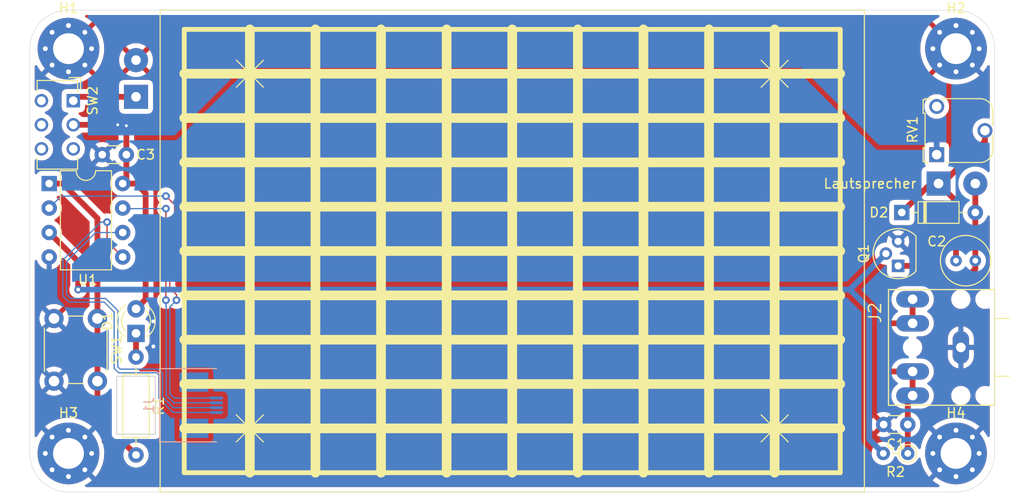
<source format=kicad_pcb>
(kicad_pcb (version 20190907) (host pcbnew "(5.99.0-371-g04edc6cef)")

  (general
    (thickness 1.6)
    (drawings 49)
    (tracks 125)
    (modules 20)
    (nets 16)
  )

  (page "A4")
  (layers
    (0 "F.Cu" signal)
    (31 "B.Cu" signal)
    (32 "B.Adhes" user)
    (33 "F.Adhes" user)
    (34 "B.Paste" user)
    (35 "F.Paste" user)
    (36 "B.SilkS" user)
    (37 "F.SilkS" user)
    (38 "B.Mask" user)
    (39 "F.Mask" user)
    (40 "Dwgs.User" user)
    (41 "Cmts.User" user)
    (42 "Eco1.User" user)
    (43 "Eco2.User" user)
    (44 "Edge.Cuts" user)
    (45 "Margin" user)
    (46 "B.CrtYd" user)
    (47 "F.CrtYd" user)
    (48 "B.Fab" user)
    (49 "F.Fab" user)
  )

  (setup
    (stackup
      (layer "F.SilkS" (type "Top Silk Screen"))
      (layer "F.Paste" (type "Top Solder Paste"))
      (layer "F.Mask" (type "Top Solder Mask") (color "Black") (thickness 0.01))
      (layer "F.Cu" (type "copper") (thickness 0.035))
      (layer "dielectric 1" (type "core") (thickness 1.51) (material "FR4") (epsilon_r 4.5) (loss_tangent 0.02))
      (layer "B.Cu" (type "copper") (thickness 0.035))
      (layer "B.Mask" (type "Bottom Solder Mask") (color "Black") (thickness 0.01))
      (layer "B.Paste" (type "Bottom Solder Paste"))
      (layer "B.SilkS" (type "Bottom Silk Screen"))
      (copper_finish "None")
      (dielectric_constraints no)
    )
    (last_trace_width 0.6)
    (user_trace_width 0.127)
    (user_trace_width 0.2)
    (user_trace_width 0.6)
    (trace_clearance 0.254)
    (zone_clearance 0.508)
    (zone_45_only no)
    (trace_min 0.127)
    (via_size 0.8)
    (via_drill 0.4)
    (via_min_size 0.6)
    (via_min_drill 0.3)
    (blind_buried_vias_allowed yes)
    (uvia_size 0.3)
    (uvia_drill 0.1)
    (uvias_allowed no)
    (uvia_min_size 0.2)
    (uvia_min_drill 0.1)
    (max_error 0.005)
    (defaults
      (edge_clearance 0.01)
      (edge_cuts_line_width 0.05)
      (courtyard_line_width 0.05)
      (copper_line_width 0.2)
      (copper_text_dims (size 1.5 1.5) (thickness 0.3))
      (silk_line_width 0.12)
      (silk_text_dims (size 1 1) (thickness 0.15))
      (other_layers_line_width 0.1)
      (other_layers_text_dims (size 1 1) (thickness 0.15))
    )
    (pad_size 1.524 1.524)
    (pad_drill 0.762)
    (pad_to_mask_clearance 0.051)
    (solder_mask_min_width 0.25)
    (aux_axis_origin 0 0)
    (grid_origin 100 50)
    (visible_elements 7FFFFFFF)
    (pcbplotparams
      (layerselection 0x010fc_ffffffff)
      (usegerberextensions false)
      (usegerberattributes false)
      (usegerberadvancedattributes false)
      (creategerberjobfile false)
      (excludeedgelayer true)
      (linewidth 0.100000)
      (plotframeref false)
      (viasonmask false)
      (mode 1)
      (useauxorigin false)
      (hpglpennumber 1)
      (hpglpenspeed 20)
      (hpglpendiameter 15.000000)
      (psnegative false)
      (psa4output false)
      (plotreference true)
      (plotvalue true)
      (plotinvisibletext false)
      (padsonsilk false)
      (subtractmaskfromsilk false)
      (outputformat 1)
      (mirror false)
      (drillshape 1)
      (scaleselection 1)
      (outputdirectory "")
    )
  )

  (net 0 "")
  (net 1 "GND")
  (net 2 "VDD")
  (net 3 "Net-(C1-Pad1)")
  (net 4 "Net-(C2-Pad2)")
  (net 5 "Net-(C2-Pad1)")
  (net 6 "Net-(D1-Pad1)")
  (net 7 "AUDIO")
  (net 8 "CALIBRATE")
  (net 9 "Net-(RV1-Pad3)")
  (net 10 "Net-(BT1-Pad1)")
  (net 11 "Net-(J1-Pad4)")
  (net 12 "Net-(J1-Pad3)")
  (net 13 "Net-(J1-Pad2)")
  (net 14 "Net-(J1-Pad1)")
  (net 15 "Net-(SW2-Pad3)")

  (net_class "Default" "Dies ist die voreingestellte Netzklasse."
    (clearance 0.254)
    (trace_width 0.6)
    (via_dia 0.8)
    (via_drill 0.4)
    (uvia_dia 0.3)
    (uvia_drill 0.1)
    (add_net "Net-(BT1-Pad1)")
    (add_net "Net-(J1-Pad1)")
    (add_net "Net-(J1-Pad2)")
    (add_net "Net-(J1-Pad3)")
    (add_net "Net-(J1-Pad4)")
    (add_net "Net-(SW2-Pad3)")
  )

  (net_class "touch" ""
    (clearance 0.254)
    (trace_width 0.127)
    (via_dia 0.6)
    (via_drill 0.3)
    (uvia_dia 0.3)
    (uvia_drill 0.1)
    (add_net "AUDIO")
    (add_net "CALIBRATE")
    (add_net "GND")
    (add_net "Net-(C1-Pad1)")
    (add_net "Net-(C2-Pad1)")
    (add_net "Net-(C2-Pad2)")
    (add_net "Net-(D1-Pad1)")
    (add_net "Net-(RV1-Pad3)")
    (add_net "VDD")
  )

  (module "Button_Switch_THT:SW_CuK_JS202011AQN_DPDT_Angled" (layer "F.Cu") (tedit 5A02FE31) (tstamp 5DF6616E)
    (at 104.5 59.4 -90)
    (descr "CuK sub miniature slide switch, JS series, DPDT, right angle, http://www.ckswitches.com/media/1422/js.pdf")
    (tags "switch DPDT")
    (path "/5DF65D1E")
    (fp_text reference "SW2" (at 0 -2 90) (layer "F.SilkS")
      (effects (font (size 1 1) (thickness 0.15)))
    )
    (fp_text value "SW_DPDT_x2" (at 2.25 6.75 90) (layer "F.Fab")
      (effects (font (size 1 1) (thickness 0.15)))
    )
    (fp_line (start -1 -0.35) (end -2 0.65) (layer "F.Fab") (width 0.1))
    (fp_line (start 7.25 4.25) (end 4.5 4.25) (layer "F.CrtYd") (width 0.05))
    (fp_line (start 7.25 -0.95) (end 7.25 4.25) (layer "F.CrtYd") (width 0.05))
    (fp_line (start -2.25 -0.95) (end 7.25 -0.95) (layer "F.CrtYd") (width 0.05))
    (fp_line (start -2.25 4.25) (end -2.25 -0.95) (layer "F.CrtYd") (width 0.05))
    (fp_line (start 0.5 4.25) (end -2.25 4.25) (layer "F.CrtYd") (width 0.05))
    (fp_line (start 4.5 6) (end 0.5 6) (layer "F.CrtYd") (width 0.05))
    (fp_line (start 4.5 6) (end 4.5 4.25) (layer "F.CrtYd") (width 0.05))
    (fp_line (start 2.25 5.65) (end 2.25 3.65) (layer "F.Fab") (width 0.1))
    (fp_line (start 0.75 5.65) (end 2.25 5.65) (layer "F.Fab") (width 0.1))
    (fp_line (start 0.75 3.65) (end 0.75 5.65) (layer "F.Fab") (width 0.1))
    (fp_line (start -2.4 -0.75) (end -2.4 0.45) (layer "F.SilkS") (width 0.12))
    (fp_line (start -1.2 -0.75) (end -2.4 -0.75) (layer "F.SilkS") (width 0.12))
    (fp_line (start 7.1 3.75) (end 5.9 3.75) (layer "F.SilkS") (width 0.12))
    (fp_line (start 7.1 -0.45) (end 7.1 3.75) (layer "F.SilkS") (width 0.12))
    (fp_line (start 5.9 -0.45) (end 7.1 -0.45) (layer "F.SilkS") (width 0.12))
    (fp_line (start -2.1 3.75) (end -0.9 3.75) (layer "F.SilkS") (width 0.12))
    (fp_line (start -2.1 -0.45) (end -2.1 3.75) (layer "F.SilkS") (width 0.12))
    (fp_line (start -0.9 -0.45) (end -2.1 -0.45) (layer "F.SilkS") (width 0.12))
    (fp_text user "%R" (at 2.5 1.75 90) (layer "F.Fab")
      (effects (font (size 1 1) (thickness 0.15)))
    )
    (fp_line (start -2 3.65) (end -2 0.65) (layer "F.Fab") (width 0.1))
    (fp_line (start 7 3.65) (end -2 3.65) (layer "F.Fab") (width 0.1))
    (fp_line (start 7 -0.35) (end 7 3.65) (layer "F.Fab") (width 0.1))
    (fp_line (start -1 -0.35) (end 7 -0.35) (layer "F.Fab") (width 0.1))
    (fp_line (start 0.5 4.25) (end 0.5 6) (layer "F.CrtYd") (width 0.05))
    (pad "6" thru_hole circle (at 5 3.3 270) (size 1.4 1.4) (drill 0.9) (layers *.Cu *.Mask))
    (pad "5" thru_hole circle (at 2.5 3.3 270) (size 1.4 1.4) (drill 0.9) (layers *.Cu *.Mask))
    (pad "4" thru_hole circle (at 0 3.3 270) (size 1.4 1.4) (drill 0.9) (layers *.Cu *.Mask))
    (pad "3" thru_hole circle (at 5 0 270) (size 1.4 1.4) (drill 0.9) (layers *.Cu *.Mask)
      (net 15 "Net-(SW2-Pad3)"))
    (pad "2" thru_hole circle (at 2.5 0 270) (size 1.4 1.4) (drill 0.9) (layers *.Cu *.Mask)
      (net 2 "VDD"))
    (pad "1" thru_hole rect (at 0 0 270) (size 1.4 1.4) (drill 0.9) (layers *.Cu *.Mask)
      (net 10 "Net-(BT1-Pad1)"))
    (model "${KISYS3DMOD}/Button_Switch_THT.3dshapes/SW_CuK_JS202011AQN_DPDT_Angled.wrl"
      (at (xyz 0 0 0))
      (scale (xyz 1 1 1))
      (rotate (xyz 0 0 0))
    )
  )

  (module "Resistor_THT:R_Axial_DIN0207_L6.3mm_D2.5mm_P10.16mm_Horizontal" (layer "F.Cu") (tedit 5AE5139B) (tstamp 5DF64159)
    (at 111 86 -90)
    (descr "Resistor, Axial_DIN0207 series, Axial, Horizontal, pin pitch=10.16mm, 0.25W = 1/4W, length*diameter=6.3*2.5mm^2, http://cdn-reichelt.de/documents/datenblatt/B400/1_4W%23YAG.pdf")
    (tags "Resistor Axial_DIN0207 series Axial Horizontal pin pitch 10.16mm 0.25W = 1/4W length 6.3mm diameter 2.5mm")
    (path "/5DF6A5BB")
    (fp_text reference "R1" (at 5.08 -2.37 90) (layer "F.SilkS")
      (effects (font (size 1 1) (thickness 0.15)))
    )
    (fp_text value "330" (at 5.08 2.37 90) (layer "F.Fab")
      (effects (font (size 1 1) (thickness 0.15)))
    )
    (fp_text user "%R" (at 5.08 0 90) (layer "F.Fab")
      (effects (font (size 1 1) (thickness 0.15)))
    )
    (fp_line (start 11.21 -1.5) (end -1.05 -1.5) (layer "F.CrtYd") (width 0.05))
    (fp_line (start 11.21 1.5) (end 11.21 -1.5) (layer "F.CrtYd") (width 0.05))
    (fp_line (start -1.05 1.5) (end 11.21 1.5) (layer "F.CrtYd") (width 0.05))
    (fp_line (start -1.05 -1.5) (end -1.05 1.5) (layer "F.CrtYd") (width 0.05))
    (fp_line (start 9.12 0) (end 8.35 0) (layer "F.SilkS") (width 0.12))
    (fp_line (start 1.04 0) (end 1.81 0) (layer "F.SilkS") (width 0.12))
    (fp_line (start 8.35 -1.37) (end 1.81 -1.37) (layer "F.SilkS") (width 0.12))
    (fp_line (start 8.35 1.37) (end 8.35 -1.37) (layer "F.SilkS") (width 0.12))
    (fp_line (start 1.81 1.37) (end 8.35 1.37) (layer "F.SilkS") (width 0.12))
    (fp_line (start 1.81 -1.37) (end 1.81 1.37) (layer "F.SilkS") (width 0.12))
    (fp_line (start 10.16 0) (end 8.23 0) (layer "F.Fab") (width 0.1))
    (fp_line (start 0 0) (end 1.93 0) (layer "F.Fab") (width 0.1))
    (fp_line (start 8.23 -1.25) (end 1.93 -1.25) (layer "F.Fab") (width 0.1))
    (fp_line (start 8.23 1.25) (end 8.23 -1.25) (layer "F.Fab") (width 0.1))
    (fp_line (start 1.93 1.25) (end 8.23 1.25) (layer "F.Fab") (width 0.1))
    (fp_line (start 1.93 -1.25) (end 1.93 1.25) (layer "F.Fab") (width 0.1))
    (pad "2" thru_hole oval (at 10.16 0 270) (size 1.6 1.6) (drill 0.8) (layers *.Cu *.Mask)
      (net 8 "CALIBRATE"))
    (pad "1" thru_hole circle (at 0 0 270) (size 1.6 1.6) (drill 0.8) (layers *.Cu *.Mask)
      (net 6 "Net-(D1-Pad1)"))
    (model "${KISYS3DMOD}/Resistor_THT.3dshapes/R_Axial_DIN0207_L6.3mm_D2.5mm_P10.16mm_Horizontal.wrl"
      (at (xyz 0 0 0))
      (scale (xyz 1 1 1))
      (rotate (xyz 0 0 0))
    )
  )

  (module "synth_plate:Klinke-JC128" (layer "F.Cu") (tedit 5DF587AC) (tstamp 5DF60D3D)
    (at 200 85 180)
    (path "/5DFB6219")
    (attr virtual)
    (fp_text reference "J2" (at 12.4 3.6 90) (layer "F.SilkS")
      (effects (font (size 1.27 1.27) (thickness 0.15)))
    )
    (fp_text value "AudioJack2_Ground_Switch" (at 2 7.2) (layer "F.SilkS") hide
      (effects (font (size 1.27 1.27) (thickness 0.15)))
    )
    (fp_line (start 0 5.99948) (end 0 -5.99948) (layer "Dwgs.User") (width 0.127))
    (fp_line (start 0 -5.99948) (end 10.9982 -5.99948) (layer "Dwgs.User") (width 0.127))
    (fp_line (start 10.9982 -5.99948) (end 10.9982 5.99948) (layer "Dwgs.User") (width 0.127))
    (fp_line (start 10.9982 5.99948) (end 0 5.99948) (layer "Dwgs.User") (width 0.127))
    (fp_line (start 0 2.99974) (end -2.99974 2.99974) (layer "Dwgs.User") (width 0.127))
    (fp_line (start -2.99974 2.99974) (end -2.99974 -2.99974) (layer "Dwgs.User") (width 0.127))
    (fp_line (start -2.99974 -2.99974) (end 0 -2.99974) (layer "Dwgs.User") (width 0.127))
    (fp_line (start -2.99974 1.79832) (end -1.79832 1.79832) (layer "Dwgs.User") (width 0.127))
    (fp_line (start -1.79832 1.79832) (end -1.79832 -1.79832) (layer "Dwgs.User") (width 0.127))
    (fp_line (start -1.79832 -1.79832) (end -2.99974 -1.79832) (layer "Dwgs.User") (width 0.127))
    (fp_circle (center 3.49758 -4.99872) (end 3.49758 -5.49656) (layer "Dwgs.User") (width 0.127))
    (fp_circle (center 3.49758 4.99872) (end 3.49758 4.50088) (layer "Dwgs.User") (width 0.127))
    (fp_circle (center 0.99822 4.99872) (end 0.99822 4.50088) (layer "Dwgs.User") (width 0.127))
    (fp_circle (center 0.99822 -4.99872) (end 0.99822 -5.49656) (layer "Dwgs.User") (width 0.127))
    (fp_circle (center 8.49884 0) (end 8.49884 -0.49784) (layer "Dwgs.User") (width 0.127))
    (fp_line (start 10.9982 5.99948) (end 0 5.99948) (layer "F.SilkS") (width 0.127))
    (fp_line (start 10.9982 -5.99948) (end 10.9982 5.99948) (layer "F.SilkS") (width 0.127))
    (fp_line (start 0 5.99948) (end 0 -5.99948) (layer "F.SilkS") (width 0.127))
    (fp_line (start -1.5 -3) (end 0 -2.99974) (layer "F.SilkS") (width 0.127))
    (fp_line (start 0 -5.99948) (end 10.9982 -5.99948) (layer "F.SilkS") (width 0.127))
    (fp_line (start 0 2.99974) (end -1.5 2.99974) (layer "F.SilkS") (width 0.127))
    (pad "" np_thru_hole circle (at 8.49884 0 180) (size 1 1) (drill 1) (layers *.Cu *.Mask))
    (pad "" np_thru_hole circle (at 0.99822 4.99872 180) (size 1 1) (drill 1) (layers *.Cu *.Mask))
    (pad "" np_thru_hole circle (at 3.49758 4.99872 180) (size 1 1) (drill 1) (layers *.Cu *.Mask))
    (pad "" np_thru_hole circle (at 3.49758 -4.99872 180) (size 1 1) (drill 1) (layers *.Cu *.Mask))
    (pad "" np_thru_hole circle (at 0.99822 -4.99872 180) (size 1 1) (drill 1) (layers *.Cu *.Mask))
    (pad "S" thru_hole oval (at 8.49884 -4.99872 270) (size 1.69926 3.39852) (drill 0.99822) (layers *.Cu *.Paste *.Mask)
      (net 3 "Net-(C1-Pad1)"))
    (pad "SN" thru_hole oval (at 8.49884 -2.49936 270) (size 1.69926 3.39852) (drill 0.99822) (layers *.Cu *.Paste *.Mask)
      (net 3 "Net-(C1-Pad1)"))
    (pad "TN" thru_hole oval (at 8.49884 2.49936 270) (size 1.69926 3.39852) (drill 0.99822) (layers *.Cu *.Paste *.Mask)
      (net 3 "Net-(C1-Pad1)"))
    (pad "T" thru_hole oval (at 8.49884 4.99872 270) (size 1.69926 3.39852) (drill 0.99822) (layers *.Cu *.Paste *.Mask)
      (net 3 "Net-(C1-Pad1)"))
    (pad "G" thru_hole oval (at 3.49758 0) (size 1.69926 3.39852) (drill 0.99822) (layers *.Cu *.Paste *.Mask)
      (net 1 "GND"))
    (model "${KIPRJMOD}/synth_plate.pretty/JC-128.step"
      (offset (xyz 11 0 0))
      (scale (xyz 1 1 1))
      (rotate (xyz -90 0 180))
    )
  )

  (module "synth_plate:XKB_X05B20U04T" (layer "B.Cu") (tedit 5DF58751) (tstamp 5DF60D1A)
    (at 119.35 91 90)
    (path "/5DF61946")
    (fp_text reference "J1" (at 0 -7 90 unlocked) (layer "B.SilkS")
      (effects (font (size 1 1) (thickness 0.15)) (justify mirror))
    )
    (fp_text value "Conn_01x04_Female" (at 0 1.6 90 unlocked) (layer "B.Fab")
      (effects (font (size 1 1) (thickness 0.15)) (justify mirror))
    )
    (fp_line (start 3.8 0) (end 3.8 -5.9) (layer "B.SilkS") (width 0.12))
    (fp_line (start -3.8 -5.9) (end -3.8 0) (layer "B.SilkS") (width 0.12))
    (fp_line (start 3.8 -5.9) (end -3.8 -5.9) (layer "B.SilkS") (width 0.12))
    (pad "MNT" smd rect (at 2.4 -2.35 90) (size 2 3) (layers "B.Cu" "B.Paste" "B.Mask"))
    (pad "MNT" smd rect (at -2.4 -2.35 90) (size 2 3) (layers "B.Cu" "B.Paste" "B.Mask"))
    (pad "4" smd rect (at 0.75 0 90) (size 0.3 1.3) (layers "B.Cu" "B.Paste" "B.Mask")
      (net 11 "Net-(J1-Pad4)"))
    (pad "3" smd rect (at 0.25 0 90) (size 0.3 1.3) (layers "B.Cu" "B.Paste" "B.Mask")
      (net 12 "Net-(J1-Pad3)"))
    (pad "2" smd rect (at -0.25 0 90) (size 0.3 1.3) (layers "B.Cu" "B.Paste" "B.Mask")
      (net 13 "Net-(J1-Pad2)"))
    (pad "1" smd rect (at -0.75 0 90) (size 0.3 1.3) (layers "B.Cu" "B.Paste" "B.Mask")
      (net 14 "Net-(J1-Pad1)"))
  )

  (module "Resistor_THT:R_Axial_DIN0204_L3.6mm_D1.6mm_P2.54mm_Vertical" (layer "F.Cu") (tedit 5AE5139B) (tstamp 5DF5C6B8)
    (at 191 96 180)
    (descr "Resistor, Axial_DIN0204 series, Axial, Vertical, pin pitch=2.54mm, 0.167W, length*diameter=3.6*1.6mm^2, http://cdn-reichelt.de/documents/datenblatt/B400/1_4W%23YAG.pdf")
    (tags "Resistor Axial_DIN0204 series Axial Vertical pin pitch 2.54mm 0.167W length 3.6mm diameter 1.6mm")
    (path "/5DF705B0")
    (fp_text reference "R2" (at 1.27 -1.92) (layer "F.SilkS")
      (effects (font (size 1 1) (thickness 0.15)))
    )
    (fp_text value "R_Small" (at 1.27 1.92) (layer "F.Fab")
      (effects (font (size 1 1) (thickness 0.15)))
    )
    (fp_text user "%R" (at 1.27 -1.92) (layer "F.Fab")
      (effects (font (size 1 1) (thickness 0.15)))
    )
    (fp_line (start 3.49 -1.05) (end -1.05 -1.05) (layer "F.CrtYd") (width 0.05))
    (fp_line (start 3.49 1.05) (end 3.49 -1.05) (layer "F.CrtYd") (width 0.05))
    (fp_line (start -1.05 1.05) (end 3.49 1.05) (layer "F.CrtYd") (width 0.05))
    (fp_line (start -1.05 -1.05) (end -1.05 1.05) (layer "F.CrtYd") (width 0.05))
    (fp_line (start 0.92 0) (end 1.54 0) (layer "F.SilkS") (width 0.12))
    (fp_line (start 0 0) (end 2.54 0) (layer "F.Fab") (width 0.1))
    (fp_circle (center 0 0) (end 0.92 0) (layer "F.SilkS") (width 0.12))
    (fp_circle (center 0 0) (end 0.8 0) (layer "F.Fab") (width 0.1))
    (pad "2" thru_hole oval (at 2.54 0 180) (size 1.4 1.4) (drill 0.7) (layers *.Cu *.Mask)
      (net 7 "AUDIO"))
    (pad "1" thru_hole circle (at 0 0 180) (size 1.4 1.4) (drill 0.7) (layers *.Cu *.Mask)
      (net 3 "Net-(C1-Pad1)"))
    (model "${KISYS3DMOD}/Resistor_THT.3dshapes/R_Axial_DIN0204_L3.6mm_D1.6mm_P2.54mm_Vertical.wrl"
      (at (xyz 0 0 0))
      (scale (xyz 1 1 1))
      (rotate (xyz 0 0 0))
    )
  )

  (module "Diode_THT:D_DO-35_SOD27_P7.62mm_Horizontal" (layer "F.Cu") (tedit 5AE50CD5) (tstamp 5DF633EE)
    (at 190.38 71)
    (descr "Diode, DO-35_SOD27 series, Axial, Horizontal, pin pitch=7.62mm, , length*diameter=4*2mm^2, , http://www.diodes.com/_files/packages/DO-35.pdf")
    (tags "Diode DO-35_SOD27 series Axial Horizontal pin pitch 7.62mm  length 4mm diameter 2mm")
    (path "/5DF7A920")
    (fp_text reference "D2" (at -2.38 0) (layer "F.SilkS")
      (effects (font (size 1 1) (thickness 0.15)))
    )
    (fp_text value "D" (at 3.81 2.12) (layer "F.Fab")
      (effects (font (size 1 1) (thickness 0.15)))
    )
    (fp_text user "K" (at 0 -1.8) (layer "F.SilkS") hide
      (effects (font (size 1 1) (thickness 0.15)))
    )
    (fp_text user "K" (at 0 -1.8) (layer "F.Fab")
      (effects (font (size 1 1) (thickness 0.15)))
    )
    (fp_text user "%R" (at 4.11 0) (layer "F.Fab")
      (effects (font (size 0.8 0.8) (thickness 0.12)))
    )
    (fp_line (start 8.67 -1.25) (end -1.05 -1.25) (layer "F.CrtYd") (width 0.05))
    (fp_line (start 8.67 1.25) (end 8.67 -1.25) (layer "F.CrtYd") (width 0.05))
    (fp_line (start -1.05 1.25) (end 8.67 1.25) (layer "F.CrtYd") (width 0.05))
    (fp_line (start -1.05 -1.25) (end -1.05 1.25) (layer "F.CrtYd") (width 0.05))
    (fp_line (start 2.29 -1.12) (end 2.29 1.12) (layer "F.SilkS") (width 0.12))
    (fp_line (start 2.53 -1.12) (end 2.53 1.12) (layer "F.SilkS") (width 0.12))
    (fp_line (start 2.41 -1.12) (end 2.41 1.12) (layer "F.SilkS") (width 0.12))
    (fp_line (start 6.58 0) (end 5.93 0) (layer "F.SilkS") (width 0.12))
    (fp_line (start 1.04 0) (end 1.69 0) (layer "F.SilkS") (width 0.12))
    (fp_line (start 5.93 -1.12) (end 1.69 -1.12) (layer "F.SilkS") (width 0.12))
    (fp_line (start 5.93 1.12) (end 5.93 -1.12) (layer "F.SilkS") (width 0.12))
    (fp_line (start 1.69 1.12) (end 5.93 1.12) (layer "F.SilkS") (width 0.12))
    (fp_line (start 1.69 -1.12) (end 1.69 1.12) (layer "F.SilkS") (width 0.12))
    (fp_line (start 2.31 -1) (end 2.31 1) (layer "F.Fab") (width 0.1))
    (fp_line (start 2.51 -1) (end 2.51 1) (layer "F.Fab") (width 0.1))
    (fp_line (start 2.41 -1) (end 2.41 1) (layer "F.Fab") (width 0.1))
    (fp_line (start 7.62 0) (end 5.81 0) (layer "F.Fab") (width 0.1))
    (fp_line (start 0 0) (end 1.81 0) (layer "F.Fab") (width 0.1))
    (fp_line (start 5.81 -1) (end 1.81 -1) (layer "F.Fab") (width 0.1))
    (fp_line (start 5.81 1) (end 5.81 -1) (layer "F.Fab") (width 0.1))
    (fp_line (start 1.81 1) (end 5.81 1) (layer "F.Fab") (width 0.1))
    (fp_line (start 1.81 -1) (end 1.81 1) (layer "F.Fab") (width 0.1))
    (pad "2" thru_hole oval (at 7.62 0) (size 1.6 1.6) (drill 0.8) (layers *.Cu *.Mask)
      (net 4 "Net-(C2-Pad2)"))
    (pad "1" thru_hole rect (at 0 0) (size 1.6 1.6) (drill 0.8) (layers *.Cu *.Mask)
      (net 5 "Net-(C2-Pad1)"))
    (model "${KISYS3DMOD}/Diode_THT.3dshapes/D_DO-35_SOD27_P7.62mm_Horizontal.wrl"
      (at (xyz 0 0 0))
      (scale (xyz 1 1 1))
      (rotate (xyz 0 0 0))
    )
  )

  (module "Capacitor_THT:C_Disc_D3.0mm_W1.6mm_P2.50mm" (layer "F.Cu") (tedit 5AE50EF0) (tstamp 5DF5F0B3)
    (at 110 65 180)
    (descr "C, Disc series, Radial, pin pitch=2.50mm, , diameter*width=3.0*1.6mm^2, Capacitor, http://www.vishay.com/docs/45233/krseries.pdf")
    (tags "C Disc series Radial pin pitch 2.50mm  diameter 3.0mm width 1.6mm Capacitor")
    (path "/5DFB1F1D")
    (fp_text reference "C3" (at -2 0) (layer "F.SilkS")
      (effects (font (size 1 1) (thickness 0.15)))
    )
    (fp_text value "100n" (at 1.25 2.05) (layer "F.Fab")
      (effects (font (size 1 1) (thickness 0.15)))
    )
    (fp_line (start -0.25 -0.8) (end -0.25 0.8) (layer "F.Fab") (width 0.1))
    (fp_line (start -0.25 0.8) (end 2.75 0.8) (layer "F.Fab") (width 0.1))
    (fp_line (start 2.75 0.8) (end 2.75 -0.8) (layer "F.Fab") (width 0.1))
    (fp_line (start 2.75 -0.8) (end -0.25 -0.8) (layer "F.Fab") (width 0.1))
    (fp_line (start 0.621 -0.92) (end 1.879 -0.92) (layer "F.SilkS") (width 0.12))
    (fp_line (start 0.621 0.92) (end 1.879 0.92) (layer "F.SilkS") (width 0.12))
    (fp_line (start -1.05 -1.05) (end -1.05 1.05) (layer "F.CrtYd") (width 0.05))
    (fp_line (start -1.05 1.05) (end 3.55 1.05) (layer "F.CrtYd") (width 0.05))
    (fp_line (start 3.55 1.05) (end 3.55 -1.05) (layer "F.CrtYd") (width 0.05))
    (fp_line (start 3.55 -1.05) (end -1.05 -1.05) (layer "F.CrtYd") (width 0.05))
    (fp_text user "%R" (at 1.25 0) (layer "F.Fab")
      (effects (font (size 0.6 0.6) (thickness 0.09)))
    )
    (pad "2" thru_hole circle (at 2.5 0 180) (size 1.6 1.6) (drill 0.8) (layers *.Cu *.Mask)
      (net 1 "GND"))
    (pad "1" thru_hole circle (at 0 0 180) (size 1.6 1.6) (drill 0.8) (layers *.Cu *.Mask)
      (net 2 "VDD"))
    (model "${KISYS3DMOD}/Capacitor_THT.3dshapes/C_Disc_D3.0mm_W1.6mm_P2.50mm.wrl"
      (at (xyz 0 0 0))
      (scale (xyz 1 1 1))
      (rotate (xyz 0 0 0))
    )
  )

  (module "Package_DIP:DIP-8_W7.62mm" (layer "F.Cu") (tedit 5A02E8C5) (tstamp 5DF5C71D)
    (at 102 68)
    (descr "8-lead though-hole mounted DIP package, row spacing 7.62 mm (300 mils)")
    (tags "THT DIP DIL PDIP 2.54mm 7.62mm 300mil")
    (path "/5DF5743E")
    (fp_text reference "U1" (at 4 10) (layer "F.SilkS")
      (effects (font (size 1 1) (thickness 0.15)))
    )
    (fp_text value "ATtiny13A-PU" (at 3.81 9.95) (layer "F.Fab")
      (effects (font (size 1 1) (thickness 0.15)))
    )
    (fp_arc (start 3.81 -1.33) (end 2.81 -1.33) (angle -180) (layer "F.SilkS") (width 0.12))
    (fp_line (start 1.635 -1.27) (end 6.985 -1.27) (layer "F.Fab") (width 0.1))
    (fp_line (start 6.985 -1.27) (end 6.985 8.89) (layer "F.Fab") (width 0.1))
    (fp_line (start 6.985 8.89) (end 0.635 8.89) (layer "F.Fab") (width 0.1))
    (fp_line (start 0.635 8.89) (end 0.635 -0.27) (layer "F.Fab") (width 0.1))
    (fp_line (start 0.635 -0.27) (end 1.635 -1.27) (layer "F.Fab") (width 0.1))
    (fp_line (start 2.81 -1.33) (end 1.16 -1.33) (layer "F.SilkS") (width 0.12))
    (fp_line (start 1.16 -1.33) (end 1.16 8.95) (layer "F.SilkS") (width 0.12))
    (fp_line (start 1.16 8.95) (end 6.46 8.95) (layer "F.SilkS") (width 0.12))
    (fp_line (start 6.46 8.95) (end 6.46 -1.33) (layer "F.SilkS") (width 0.12))
    (fp_line (start 6.46 -1.33) (end 4.81 -1.33) (layer "F.SilkS") (width 0.12))
    (fp_line (start -1.1 -1.55) (end -1.1 9.15) (layer "F.CrtYd") (width 0.05))
    (fp_line (start -1.1 9.15) (end 8.7 9.15) (layer "F.CrtYd") (width 0.05))
    (fp_line (start 8.7 9.15) (end 8.7 -1.55) (layer "F.CrtYd") (width 0.05))
    (fp_line (start 8.7 -1.55) (end -1.1 -1.55) (layer "F.CrtYd") (width 0.05))
    (fp_text user "%R" (at 3.81 3.81) (layer "F.Fab")
      (effects (font (size 1 1) (thickness 0.15)))
    )
    (pad "8" thru_hole oval (at 7.62 0) (size 1.6 1.6) (drill 0.8) (layers *.Cu *.Mask)
      (net 2 "VDD"))
    (pad "4" thru_hole oval (at 0 7.62) (size 1.6 1.6) (drill 0.8) (layers *.Cu *.Mask)
      (net 1 "GND"))
    (pad "7" thru_hole oval (at 7.62 2.54) (size 1.6 1.6) (drill 0.8) (layers *.Cu *.Mask)
      (net 12 "Net-(J1-Pad3)"))
    (pad "3" thru_hole oval (at 0 5.08) (size 1.6 1.6) (drill 0.8) (layers *.Cu *.Mask)
      (net 7 "AUDIO"))
    (pad "6" thru_hole oval (at 7.62 5.08) (size 1.6 1.6) (drill 0.8) (layers *.Cu *.Mask)
      (net 13 "Net-(J1-Pad2)"))
    (pad "2" thru_hole oval (at 0 2.54) (size 1.6 1.6) (drill 0.8) (layers *.Cu *.Mask)
      (net 11 "Net-(J1-Pad4)"))
    (pad "5" thru_hole oval (at 7.62 7.62) (size 1.6 1.6) (drill 0.8) (layers *.Cu *.Mask)
      (net 14 "Net-(J1-Pad1)"))
    (pad "1" thru_hole rect (at 0 0) (size 1.6 1.6) (drill 0.8) (layers *.Cu *.Mask)
      (net 8 "CALIBRATE"))
    (model "${KISYS3DMOD}/Package_DIP.3dshapes/DIP-8_W7.62mm.wrl"
      (at (xyz 0 0 0))
      (scale (xyz 1 1 1))
      (rotate (xyz 0 0 0))
    )
  )

  (module "Button_Switch_THT:SW_PUSH_6mm" (layer "F.Cu") (tedit 5A02FE31) (tstamp 5DF63B95)
    (at 107 82 -90)
    (descr "https://www.omron.com/ecb/products/pdf/en-b3f.pdf")
    (tags "tact sw push 6mm")
    (path "/5DF649D3")
    (fp_text reference "SW1" (at 3.25 -2 -270) (layer "F.SilkS")
      (effects (font (size 1 1) (thickness 0.15)))
    )
    (fp_text value "SW_Push" (at 3.75 6.7 -270) (layer "F.Fab")
      (effects (font (size 1 1) (thickness 0.15)))
    )
    (fp_text user "%R" (at 3.25 2.25 -270) (layer "F.Fab")
      (effects (font (size 1 1) (thickness 0.15)))
    )
    (fp_line (start 3.25 -0.75) (end 6.25 -0.75) (layer "F.Fab") (width 0.1))
    (fp_line (start 6.25 -0.75) (end 6.25 5.25) (layer "F.Fab") (width 0.1))
    (fp_line (start 6.25 5.25) (end 0.25 5.25) (layer "F.Fab") (width 0.1))
    (fp_line (start 0.25 5.25) (end 0.25 -0.75) (layer "F.Fab") (width 0.1))
    (fp_line (start 0.25 -0.75) (end 3.25 -0.75) (layer "F.Fab") (width 0.1))
    (fp_line (start 7.75 6) (end 8 6) (layer "F.CrtYd") (width 0.05))
    (fp_line (start 8 6) (end 8 5.75) (layer "F.CrtYd") (width 0.05))
    (fp_line (start 7.75 -1.5) (end 8 -1.5) (layer "F.CrtYd") (width 0.05))
    (fp_line (start 8 -1.5) (end 8 -1.25) (layer "F.CrtYd") (width 0.05))
    (fp_line (start -1.5 -1.25) (end -1.5 -1.5) (layer "F.CrtYd") (width 0.05))
    (fp_line (start -1.5 -1.5) (end -1.25 -1.5) (layer "F.CrtYd") (width 0.05))
    (fp_line (start -1.5 5.75) (end -1.5 6) (layer "F.CrtYd") (width 0.05))
    (fp_line (start -1.5 6) (end -1.25 6) (layer "F.CrtYd") (width 0.05))
    (fp_line (start -1.25 -1.5) (end 7.75 -1.5) (layer "F.CrtYd") (width 0.05))
    (fp_line (start -1.5 5.75) (end -1.5 -1.25) (layer "F.CrtYd") (width 0.05))
    (fp_line (start 7.75 6) (end -1.25 6) (layer "F.CrtYd") (width 0.05))
    (fp_line (start 8 -1.25) (end 8 5.75) (layer "F.CrtYd") (width 0.05))
    (fp_line (start 1 5.5) (end 5.5 5.5) (layer "F.SilkS") (width 0.12))
    (fp_line (start -0.25 1.5) (end -0.25 3) (layer "F.SilkS") (width 0.12))
    (fp_line (start 5.5 -1) (end 1 -1) (layer "F.SilkS") (width 0.12))
    (fp_line (start 6.75 3) (end 6.75 1.5) (layer "F.SilkS") (width 0.12))
    (fp_circle (center 3.25 2.25) (end 1.25 2.5) (layer "F.Fab") (width 0.1))
    (pad "1" thru_hole circle (at 6.5 0) (size 2 2) (drill 1.1) (layers *.Cu *.Mask)
      (net 8 "CALIBRATE"))
    (pad "2" thru_hole circle (at 6.5 4.5) (size 2 2) (drill 1.1) (layers *.Cu *.Mask)
      (net 1 "GND"))
    (pad "1" thru_hole circle (at 0 0) (size 2 2) (drill 1.1) (layers *.Cu *.Mask)
      (net 8 "CALIBRATE"))
    (pad "2" thru_hole circle (at 0 4.5) (size 2 2) (drill 1.1) (layers *.Cu *.Mask)
      (net 1 "GND"))
    (model "${KISYS3DMOD}/Button_Switch_THT.3dshapes/SW_PUSH_6mm.wrl"
      (at (xyz 0 0 0))
      (scale (xyz 1 1 1))
      (rotate (xyz 0 0 0))
    )
  )

  (module "Potentiometer_THT:Potentiometer_Runtron_RM-065_Vertical" (layer "F.Cu") (tedit 5BF6754C) (tstamp 5DF630F2)
    (at 194 65 90)
    (descr "Potentiometer, vertical, Trimmer, RM-065 http://www.runtron.com/down/PDF%20Datasheet/Carbon%20Film%20Potentiometer/RM065%20RM063.pdf")
    (tags "Potentiometer Trimmer RM-065")
    (path "/5DFADF32")
    (fp_text reference "RV1" (at 2.6 -2.5 90) (layer "F.SilkS")
      (effects (font (size 1 1) (thickness 0.15)))
    )
    (fp_text value "R_POT" (at 2.6 7.4 90) (layer "F.Fab")
      (effects (font (size 1 1) (thickness 0.15)))
    )
    (fp_line (start 5.81 -1.21) (end 5.81 -0.52) (layer "F.SilkS") (width 0.12))
    (fp_line (start 5.71 -1.21) (end 5.81 -1.21) (layer "F.SilkS") (width 0.12))
    (fp_line (start -0.81 -1.21) (end -0.81 -0.96) (layer "F.SilkS") (width 0.12))
    (fp_line (start -0.71 -1.21) (end -0.81 -1.21) (layer "F.SilkS") (width 0.12))
    (fp_line (start -0.71 -1.41) (end -0.71 -1.21) (layer "F.SilkS") (width 0.12))
    (fp_line (start 0.71 -1.21) (end 0.71 -1.41) (layer "F.SilkS") (width 0.12))
    (fp_arc (start 4.5 4.5) (end 4.5 5.81) (angle -90) (layer "F.SilkS") (width 0.12))
    (fp_arc (start 0.5 4.5) (end -0.81 4.5) (angle -90) (layer "F.SilkS") (width 0.12))
    (fp_arc (start 0.5 4.5) (end -0.7 4.5) (angle -90) (layer "F.Fab") (width 0.1))
    (fp_arc (start 4.5 4.5) (end 4.5 5.7) (angle -90) (layer "F.Fab") (width 0.1))
    (fp_text user "%R" (at 2.5 2.5 90) (layer "F.Fab")
      (effects (font (size 1 1) (thickness 0.15)))
    )
    (fp_circle (center 2.5 2.5) (end 5.5 2.5) (layer "F.Fab") (width 0.1))
    (fp_line (start -1.03 -1.55) (end 6.03 -1.55) (layer "F.CrtYd") (width 0.05))
    (fp_line (start -1.03 -1.55) (end -1.03 6.05) (layer "F.CrtYd") (width 0.05))
    (fp_line (start 6.03 6.05) (end 6.03 -1.55) (layer "F.CrtYd") (width 0.05))
    (fp_line (start 6.05 6.03) (end -1.05 6.03) (layer "F.CrtYd") (width 0.05))
    (fp_line (start 5.7 -1.1) (end -0.7 -1.1) (layer "F.Fab") (width 0.1))
    (fp_line (start 4.4 -1.3) (end 4.4 -1.1) (layer "F.Fab") (width 0.1))
    (fp_line (start 5.6 -1.3) (end 4.41 -1.3) (layer "F.Fab") (width 0.1))
    (fp_line (start 5.6 -1.1) (end 5.6 -1.3) (layer "F.Fab") (width 0.1))
    (fp_line (start 0.6 -1.3) (end 0.6 -1.1) (layer "F.Fab") (width 0.1))
    (fp_line (start -0.6 -1.3) (end 0.6 -1.3) (layer "F.Fab") (width 0.1))
    (fp_line (start -0.6 -1.1) (end -0.6 -1.3) (layer "F.Fab") (width 0.1))
    (fp_line (start -0.7 4.5) (end -0.7 -1.1) (layer "F.Fab") (width 0.1))
    (fp_line (start 5.7 4.5) (end 5.7 -1.1) (layer "F.Fab") (width 0.1))
    (fp_line (start 0.5 5.7) (end 4.5 5.7) (layer "F.Fab") (width 0.1))
    (fp_line (start 4.5 5.81) (end 3.01 5.81) (layer "F.SilkS") (width 0.12))
    (fp_line (start 5.81 0.52) (end 5.81 4.5) (layer "F.SilkS") (width 0.12))
    (fp_line (start -0.81 4.5) (end -0.81 0.96) (layer "F.SilkS") (width 0.12))
    (fp_line (start 1.99 5.81) (end 0.5 5.81) (layer "F.SilkS") (width 0.12))
    (fp_line (start 5.71 -1.41) (end 5.71 -1.21) (layer "F.SilkS") (width 0.12))
    (fp_line (start 4.29 -1.41) (end 5.71 -1.41) (layer "F.SilkS") (width 0.12))
    (fp_line (start 4.29 -1.21) (end 4.29 -1.41) (layer "F.SilkS") (width 0.12))
    (fp_line (start 0.71 -1.21) (end 4.29 -1.21) (layer "F.SilkS") (width 0.12))
    (fp_line (start -0.71 -1.41) (end 0.71 -1.41) (layer "F.SilkS") (width 0.12))
    (pad "2" thru_hole circle (at 2.5 5 90) (size 1.55 1.55) (drill 1) (layers *.Cu *.Mask)
      (net 5 "Net-(C2-Pad1)"))
    (pad "1" thru_hole rect (at 0 0 90) (size 1.55 1.55) (drill 1) (layers *.Cu *.Mask)
      (net 2 "VDD"))
    (pad "3" thru_hole circle (at 5 0 90) (size 1.55 1.55) (drill 1) (layers *.Cu *.Mask)
      (net 9 "Net-(RV1-Pad3)"))
    (model "${KISYS3DMOD}/Potentiometer_THT.3dshapes/Potentiometer_Runtron_RM-065_Vertical.wrl"
      (at (xyz 0 0 0))
      (scale (xyz 1 1 1))
      (rotate (xyz 0 0 0))
    )
  )

  (module "Package_TO_SOT_THT:TO-92" (layer "F.Cu") (tedit 5A279852) (tstamp 5DF5C692)
    (at 190 76.54 90)
    (descr "TO-92 leads molded, narrow, drill 0.75mm (see NXP sot054_po.pdf)")
    (tags "to-92 sc-43 sc-43a sot54 PA33 transistor")
    (path "/5DF77FFB")
    (fp_text reference "Q1" (at 1.27 -3.56 90) (layer "F.SilkS")
      (effects (font (size 1 1) (thickness 0.15)))
    )
    (fp_text value "Q_NMOS_DGS" (at 1.27 2.79 90) (layer "F.Fab")
      (effects (font (size 1 1) (thickness 0.15)))
    )
    (fp_text user "%R" (at 1.27 -3.56 90) (layer "F.Fab")
      (effects (font (size 1 1) (thickness 0.15)))
    )
    (fp_line (start -0.53 1.85) (end 3.07 1.85) (layer "F.SilkS") (width 0.12))
    (fp_line (start -0.5 1.75) (end 3 1.75) (layer "F.Fab") (width 0.1))
    (fp_line (start -1.46 -2.73) (end 4 -2.73) (layer "F.CrtYd") (width 0.05))
    (fp_line (start -1.46 -2.73) (end -1.46 2.01) (layer "F.CrtYd") (width 0.05))
    (fp_line (start 4 2.01) (end 4 -2.73) (layer "F.CrtYd") (width 0.05))
    (fp_line (start 4 2.01) (end -1.46 2.01) (layer "F.CrtYd") (width 0.05))
    (fp_arc (start 1.27 0) (end 1.27 -2.48) (angle 135) (layer "F.Fab") (width 0.1))
    (fp_arc (start 1.27 0) (end 1.27 -2.6) (angle -135) (layer "F.SilkS") (width 0.12))
    (fp_arc (start 1.27 0) (end 1.27 -2.48) (angle -135) (layer "F.Fab") (width 0.1))
    (fp_arc (start 1.27 0) (end 1.27 -2.6) (angle 135) (layer "F.SilkS") (width 0.12))
    (pad "1" thru_hole rect (at 0 0 180) (size 1.3 1.3) (drill 0.75) (layers *.Cu *.Mask)
      (net 4 "Net-(C2-Pad2)"))
    (pad "3" thru_hole circle (at 2.54 0 180) (size 1.3 1.3) (drill 0.75) (layers *.Cu *.Mask)
      (net 1 "GND"))
    (pad "2" thru_hole circle (at 1.27 -1.27 180) (size 1.3 1.3) (drill 0.75) (layers *.Cu *.Mask)
      (net 7 "AUDIO"))
    (model "${KISYS3DMOD}/Package_TO_SOT_THT.3dshapes/TO-92.wrl"
      (at (xyz 0 0 0))
      (scale (xyz 1 1 1))
      (rotate (xyz 0 0 0))
    )
  )

  (module "Connector_Wire:SolderWirePad_1x02_P3.81mm_Drill1mm" (layer "F.Cu") (tedit 5AEE5F04) (tstamp 5DF5C680)
    (at 194.19 68)
    (descr "Wire solder connection")
    (tags "connector")
    (path "/5DF7D3C5")
    (attr virtual)
    (fp_text reference "LS1" (at 1.905 -3.81) (layer "F.SilkS") hide
      (effects (font (size 1 1) (thickness 0.15)))
    )
    (fp_text value "Speaker" (at 1.905 3.81) (layer "F.Fab")
      (effects (font (size 1 1) (thickness 0.15)))
    )
    (fp_text user "%R" (at 1.905 0) (layer "F.Fab")
      (effects (font (size 1 1) (thickness 0.15)))
    )
    (fp_line (start -1.74 -1.75) (end 5.56 -1.75) (layer "F.CrtYd") (width 0.05))
    (fp_line (start -1.74 -1.75) (end -1.74 1.75) (layer "F.CrtYd") (width 0.05))
    (fp_line (start 5.56 1.75) (end 5.56 -1.75) (layer "F.CrtYd") (width 0.05))
    (fp_line (start 5.56 1.75) (end -1.74 1.75) (layer "F.CrtYd") (width 0.05))
    (pad "2" thru_hole circle (at 3.81 0) (size 2.49936 2.49936) (drill 1.00076) (layers *.Cu *.Mask)
      (net 4 "Net-(C2-Pad2)"))
    (pad "1" thru_hole rect (at 0 0) (size 2.49936 2.49936) (drill 1.00076) (layers *.Cu *.Mask)
      (net 5 "Net-(C2-Pad1)"))
  )

  (module "MountingHole:MountingHole_3.2mm_M3_Pad_Via" (layer "F.Cu") (tedit 56DDBCCA) (tstamp 5DF5C675)
    (at 196 96)
    (descr "Mounting Hole 3.2mm, M3")
    (tags "mounting hole 3.2mm m3")
    (path "/5DF9BE04")
    (attr virtual)
    (fp_text reference "H4" (at 0 -4.2) (layer "F.SilkS")
      (effects (font (size 1 1) (thickness 0.15)))
    )
    (fp_text value "M3" (at 0 4.2) (layer "F.Fab")
      (effects (font (size 1 1) (thickness 0.15)))
    )
    (fp_text user "%R" (at 0.3 0) (layer "F.Fab")
      (effects (font (size 1 1) (thickness 0.15)))
    )
    (fp_circle (center 0 0) (end 3.2 0) (layer "Cmts.User") (width 0.15))
    (fp_circle (center 0 0) (end 3.45 0) (layer "F.CrtYd") (width 0.05))
    (pad "1" thru_hole circle (at 1.697056 -1.697056) (size 0.8 0.8) (drill 0.5) (layers *.Cu *.Mask)
      (net 1 "GND"))
    (pad "1" thru_hole circle (at 0 -2.4) (size 0.8 0.8) (drill 0.5) (layers *.Cu *.Mask)
      (net 1 "GND"))
    (pad "1" thru_hole circle (at -1.697056 -1.697056) (size 0.8 0.8) (drill 0.5) (layers *.Cu *.Mask)
      (net 1 "GND"))
    (pad "1" thru_hole circle (at -2.4 0) (size 0.8 0.8) (drill 0.5) (layers *.Cu *.Mask)
      (net 1 "GND"))
    (pad "1" thru_hole circle (at -1.697056 1.697056) (size 0.8 0.8) (drill 0.5) (layers *.Cu *.Mask)
      (net 1 "GND"))
    (pad "1" thru_hole circle (at 0 2.4) (size 0.8 0.8) (drill 0.5) (layers *.Cu *.Mask)
      (net 1 "GND"))
    (pad "1" thru_hole circle (at 1.697056 1.697056) (size 0.8 0.8) (drill 0.5) (layers *.Cu *.Mask)
      (net 1 "GND"))
    (pad "1" thru_hole circle (at 2.4 0) (size 0.8 0.8) (drill 0.5) (layers *.Cu *.Mask)
      (net 1 "GND"))
    (pad "1" thru_hole circle (at 0 0) (size 6.4 6.4) (drill 3.2) (layers *.Cu *.Mask)
      (net 1 "GND"))
  )

  (module "MountingHole:MountingHole_3.2mm_M3_Pad_Via" (layer "F.Cu") (tedit 56DDBCCA) (tstamp 5DF5C665)
    (at 104 96)
    (descr "Mounting Hole 3.2mm, M3")
    (tags "mounting hole 3.2mm m3")
    (path "/5DF9BB6B")
    (attr virtual)
    (fp_text reference "H3" (at 0 -4.2) (layer "F.SilkS")
      (effects (font (size 1 1) (thickness 0.15)))
    )
    (fp_text value "M3" (at 0 4.2) (layer "F.Fab")
      (effects (font (size 1 1) (thickness 0.15)))
    )
    (fp_text user "%R" (at 0.3 0) (layer "F.Fab")
      (effects (font (size 1 1) (thickness 0.15)))
    )
    (fp_circle (center 0 0) (end 3.2 0) (layer "Cmts.User") (width 0.15))
    (fp_circle (center 0 0) (end 3.45 0) (layer "F.CrtYd") (width 0.05))
    (pad "1" thru_hole circle (at 1.697056 -1.697056) (size 0.8 0.8) (drill 0.5) (layers *.Cu *.Mask)
      (net 1 "GND"))
    (pad "1" thru_hole circle (at 0 -2.4) (size 0.8 0.8) (drill 0.5) (layers *.Cu *.Mask)
      (net 1 "GND"))
    (pad "1" thru_hole circle (at -1.697056 -1.697056) (size 0.8 0.8) (drill 0.5) (layers *.Cu *.Mask)
      (net 1 "GND"))
    (pad "1" thru_hole circle (at -2.4 0) (size 0.8 0.8) (drill 0.5) (layers *.Cu *.Mask)
      (net 1 "GND"))
    (pad "1" thru_hole circle (at -1.697056 1.697056) (size 0.8 0.8) (drill 0.5) (layers *.Cu *.Mask)
      (net 1 "GND"))
    (pad "1" thru_hole circle (at 0 2.4) (size 0.8 0.8) (drill 0.5) (layers *.Cu *.Mask)
      (net 1 "GND"))
    (pad "1" thru_hole circle (at 1.697056 1.697056) (size 0.8 0.8) (drill 0.5) (layers *.Cu *.Mask)
      (net 1 "GND"))
    (pad "1" thru_hole circle (at 2.4 0) (size 0.8 0.8) (drill 0.5) (layers *.Cu *.Mask)
      (net 1 "GND"))
    (pad "1" thru_hole circle (at 0 0) (size 6.4 6.4) (drill 3.2) (layers *.Cu *.Mask)
      (net 1 "GND"))
  )

  (module "MountingHole:MountingHole_3.2mm_M3_Pad_Via" (layer "F.Cu") (tedit 56DDBCCA) (tstamp 5DF5C655)
    (at 196 54)
    (descr "Mounting Hole 3.2mm, M3")
    (tags "mounting hole 3.2mm m3")
    (path "/5DFA1189")
    (attr virtual)
    (fp_text reference "H2" (at 0 -4.2) (layer "F.SilkS")
      (effects (font (size 1 1) (thickness 0.15)))
    )
    (fp_text value "M3" (at 0 4.2) (layer "F.Fab")
      (effects (font (size 1 1) (thickness 0.15)))
    )
    (fp_text user "%R" (at 0.3 0) (layer "F.Fab")
      (effects (font (size 1 1) (thickness 0.15)))
    )
    (fp_circle (center 0 0) (end 3.2 0) (layer "Cmts.User") (width 0.15))
    (fp_circle (center 0 0) (end 3.45 0) (layer "F.CrtYd") (width 0.05))
    (pad "1" thru_hole circle (at 1.697056 -1.697056) (size 0.8 0.8) (drill 0.5) (layers *.Cu *.Mask)
      (net 1 "GND"))
    (pad "1" thru_hole circle (at 0 -2.4) (size 0.8 0.8) (drill 0.5) (layers *.Cu *.Mask)
      (net 1 "GND"))
    (pad "1" thru_hole circle (at -1.697056 -1.697056) (size 0.8 0.8) (drill 0.5) (layers *.Cu *.Mask)
      (net 1 "GND"))
    (pad "1" thru_hole circle (at -2.4 0) (size 0.8 0.8) (drill 0.5) (layers *.Cu *.Mask)
      (net 1 "GND"))
    (pad "1" thru_hole circle (at -1.697056 1.697056) (size 0.8 0.8) (drill 0.5) (layers *.Cu *.Mask)
      (net 1 "GND"))
    (pad "1" thru_hole circle (at 0 2.4) (size 0.8 0.8) (drill 0.5) (layers *.Cu *.Mask)
      (net 1 "GND"))
    (pad "1" thru_hole circle (at 1.697056 1.697056) (size 0.8 0.8) (drill 0.5) (layers *.Cu *.Mask)
      (net 1 "GND"))
    (pad "1" thru_hole circle (at 2.4 0) (size 0.8 0.8) (drill 0.5) (layers *.Cu *.Mask)
      (net 1 "GND"))
    (pad "1" thru_hole circle (at 0 0) (size 6.4 6.4) (drill 3.2) (layers *.Cu *.Mask)
      (net 1 "GND"))
  )

  (module "MountingHole:MountingHole_3.2mm_M3_Pad_Via" (layer "F.Cu") (tedit 56DDBCCA) (tstamp 5DF5C645)
    (at 104 54)
    (descr "Mounting Hole 3.2mm, M3")
    (tags "mounting hole 3.2mm m3")
    (path "/5DF9AC6D")
    (attr virtual)
    (fp_text reference "H1" (at 0 -4.2) (layer "F.SilkS")
      (effects (font (size 1 1) (thickness 0.15)))
    )
    (fp_text value "M3" (at 0 4.2) (layer "F.Fab")
      (effects (font (size 1 1) (thickness 0.15)))
    )
    (fp_text user "%R" (at 0.3 0) (layer "F.Fab")
      (effects (font (size 1 1) (thickness 0.15)))
    )
    (fp_circle (center 0 0) (end 3.2 0) (layer "Cmts.User") (width 0.15))
    (fp_circle (center 0 0) (end 3.45 0) (layer "F.CrtYd") (width 0.05))
    (pad "1" thru_hole circle (at 1.697056 -1.697056) (size 0.8 0.8) (drill 0.5) (layers *.Cu *.Mask)
      (net 1 "GND"))
    (pad "1" thru_hole circle (at 0 -2.4) (size 0.8 0.8) (drill 0.5) (layers *.Cu *.Mask)
      (net 1 "GND"))
    (pad "1" thru_hole circle (at -1.697056 -1.697056) (size 0.8 0.8) (drill 0.5) (layers *.Cu *.Mask)
      (net 1 "GND"))
    (pad "1" thru_hole circle (at -2.4 0) (size 0.8 0.8) (drill 0.5) (layers *.Cu *.Mask)
      (net 1 "GND"))
    (pad "1" thru_hole circle (at -1.697056 1.697056) (size 0.8 0.8) (drill 0.5) (layers *.Cu *.Mask)
      (net 1 "GND"))
    (pad "1" thru_hole circle (at 0 2.4) (size 0.8 0.8) (drill 0.5) (layers *.Cu *.Mask)
      (net 1 "GND"))
    (pad "1" thru_hole circle (at 1.697056 1.697056) (size 0.8 0.8) (drill 0.5) (layers *.Cu *.Mask)
      (net 1 "GND"))
    (pad "1" thru_hole circle (at 2.4 0) (size 0.8 0.8) (drill 0.5) (layers *.Cu *.Mask)
      (net 1 "GND"))
    (pad "1" thru_hole circle (at 0 0) (size 6.4 6.4) (drill 3.2) (layers *.Cu *.Mask)
      (net 1 "GND"))
  )

  (module "LED_THT:LED_D3.0mm" (layer "F.Cu") (tedit 587A3A7B) (tstamp 5DF5FA40)
    (at 111 83.54 90)
    (descr "LED, diameter 3.0mm, 2 pins")
    (tags "LED diameter 3.0mm 2 pins")
    (path "/5DF67AA5")
    (fp_text reference "D1" (at 1.27 -2.96 90) (layer "F.SilkS")
      (effects (font (size 1 1) (thickness 0.15)))
    )
    (fp_text value "LED" (at 1.27 2.96 90) (layer "F.Fab")
      (effects (font (size 1 1) (thickness 0.15)))
    )
    (fp_arc (start 1.27 0) (end -0.23 -1.16619) (angle 284.3) (layer "F.Fab") (width 0.1))
    (fp_arc (start 1.27 0) (end -0.29 -1.235516) (angle 108.8) (layer "F.SilkS") (width 0.12))
    (fp_arc (start 1.27 0) (end -0.29 1.235516) (angle -108.8) (layer "F.SilkS") (width 0.12))
    (fp_arc (start 1.27 0) (end 0.229039 -1.08) (angle 87.9) (layer "F.SilkS") (width 0.12))
    (fp_arc (start 1.27 0) (end 0.229039 1.08) (angle -87.9) (layer "F.SilkS") (width 0.12))
    (fp_circle (center 1.27 0) (end 2.77 0) (layer "F.Fab") (width 0.1))
    (fp_line (start -0.23 -1.16619) (end -0.23 1.16619) (layer "F.Fab") (width 0.1))
    (fp_line (start -0.29 -1.236) (end -0.29 -1.08) (layer "F.SilkS") (width 0.12))
    (fp_line (start -0.29 1.08) (end -0.29 1.236) (layer "F.SilkS") (width 0.12))
    (fp_line (start -1.15 -2.25) (end -1.15 2.25) (layer "F.CrtYd") (width 0.05))
    (fp_line (start -1.15 2.25) (end 3.7 2.25) (layer "F.CrtYd") (width 0.05))
    (fp_line (start 3.7 2.25) (end 3.7 -2.25) (layer "F.CrtYd") (width 0.05))
    (fp_line (start 3.7 -2.25) (end -1.15 -2.25) (layer "F.CrtYd") (width 0.05))
    (pad "2" thru_hole circle (at 2.54 0 90) (size 1.8 1.8) (drill 0.9) (layers *.Cu *.Mask)
      (net 2 "VDD"))
    (pad "1" thru_hole rect (at 0 0 90) (size 1.8 1.8) (drill 0.9) (layers *.Cu *.Mask)
      (net 6 "Net-(D1-Pad1)"))
    (model "${KISYS3DMOD}/LED_THT.3dshapes/LED_D3.0mm.wrl"
      (at (xyz 0 0 0))
      (scale (xyz 1 1 1))
      (rotate (xyz 0 0 0))
    )
  )

  (module "Capacitor_THT:C_Radial_D5.0mm_H5.0mm_P2.00mm" (layer "F.Cu") (tedit 5BC5C9B9) (tstamp 5DF5C603)
    (at 196 76)
    (descr "C, Radial series, Radial, pin pitch=2.00mm, diameter=5mm, height=5mm, Non-Polar Electrolytic Capacitor")
    (tags "C Radial series Radial pin pitch 2.00mm diameter 5mm height 5mm Non-Polar Electrolytic Capacitor")
    (path "/5DF8C54D")
    (fp_text reference "C2" (at -2 -2) (layer "F.SilkS")
      (effects (font (size 1 1) (thickness 0.15)))
    )
    (fp_text value "10u" (at 1 3.75) (layer "F.Fab")
      (effects (font (size 1 1) (thickness 0.15)))
    )
    (fp_circle (center 1 0) (end 3.5 0) (layer "F.Fab") (width 0.1))
    (fp_circle (center 1 0) (end 3.62 0) (layer "F.SilkS") (width 0.12))
    (fp_circle (center 1 0) (end 3.75 0) (layer "F.CrtYd") (width 0.05))
    (fp_text user "%R" (at 1 0) (layer "F.Fab")
      (effects (font (size 1 1) (thickness 0.15)))
    )
    (pad "2" thru_hole circle (at 2 0) (size 1.2 1.2) (drill 0.6) (layers *.Cu *.Mask)
      (net 4 "Net-(C2-Pad2)"))
    (pad "1" thru_hole circle (at 0 0) (size 1.2 1.2) (drill 0.6) (layers *.Cu *.Mask)
      (net 5 "Net-(C2-Pad1)"))
    (model "${KISYS3DMOD}/Capacitor_THT.3dshapes/C_Radial_D5.0mm_H5.0mm_P2.00mm.wrl"
      (at (xyz 0 0 0))
      (scale (xyz 1 1 1))
      (rotate (xyz 0 0 0))
    )
  )

  (module "Capacitor_THT:C_Disc_D3.0mm_W1.6mm_P2.50mm" (layer "F.Cu") (tedit 5AE50EF0) (tstamp 5DF634F6)
    (at 191 93 180)
    (descr "C, Disc series, Radial, pin pitch=2.50mm, , diameter*width=3.0*1.6mm^2, Capacitor, http://www.vishay.com/docs/45233/krseries.pdf")
    (tags "C Disc series Radial pin pitch 2.50mm  diameter 3.0mm width 1.6mm Capacitor")
    (path "/5DF71515")
    (fp_text reference "C1" (at 1.25 -2.05) (layer "F.SilkS")
      (effects (font (size 1 1) (thickness 0.15)))
    )
    (fp_text value "C_Small" (at 1.25 2.05) (layer "F.Fab")
      (effects (font (size 1 1) (thickness 0.15)))
    )
    (fp_line (start -0.25 -0.8) (end -0.25 0.8) (layer "F.Fab") (width 0.1))
    (fp_line (start -0.25 0.8) (end 2.75 0.8) (layer "F.Fab") (width 0.1))
    (fp_line (start 2.75 0.8) (end 2.75 -0.8) (layer "F.Fab") (width 0.1))
    (fp_line (start 2.75 -0.8) (end -0.25 -0.8) (layer "F.Fab") (width 0.1))
    (fp_line (start 0.621 -0.92) (end 1.879 -0.92) (layer "F.SilkS") (width 0.12))
    (fp_line (start 0.621 0.92) (end 1.879 0.92) (layer "F.SilkS") (width 0.12))
    (fp_line (start -1.05 -1.05) (end -1.05 1.05) (layer "F.CrtYd") (width 0.05))
    (fp_line (start -1.05 1.05) (end 3.55 1.05) (layer "F.CrtYd") (width 0.05))
    (fp_line (start 3.55 1.05) (end 3.55 -1.05) (layer "F.CrtYd") (width 0.05))
    (fp_line (start 3.55 -1.05) (end -1.05 -1.05) (layer "F.CrtYd") (width 0.05))
    (fp_text user "%R" (at 1.25 0) (layer "F.Fab")
      (effects (font (size 0.6 0.6) (thickness 0.09)))
    )
    (pad "2" thru_hole circle (at 2.5 0 180) (size 1.6 1.6) (drill 0.8) (layers *.Cu *.Mask)
      (net 1 "GND"))
    (pad "1" thru_hole circle (at 0 0 180) (size 1.6 1.6) (drill 0.8) (layers *.Cu *.Mask)
      (net 3 "Net-(C1-Pad1)"))
    (model "${KISYS3DMOD}/Capacitor_THT.3dshapes/C_Disc_D3.0mm_W1.6mm_P2.50mm.wrl"
      (at (xyz 0 0 0))
      (scale (xyz 1 1 1))
      (rotate (xyz 0 0 0))
    )
  )

  (module "Connector_Wire:SolderWirePad_1x02_P3.81mm_Drill1mm" (layer "F.Cu") (tedit 5AEE5F04) (tstamp 5DF5EE48)
    (at 111 59 90)
    (descr "Wire solder connection")
    (tags "connector")
    (path "/5DF595DA")
    (attr virtual)
    (fp_text reference "BT1" (at 1.905 -3.81 90) (layer "F.SilkS") hide
      (effects (font (size 1 1) (thickness 0.15)))
    )
    (fp_text value "Battery" (at 1.905 3.81 90) (layer "F.Fab")
      (effects (font (size 1 1) (thickness 0.15)))
    )
    (fp_text user "%R" (at 1.905 0 90) (layer "F.Fab")
      (effects (font (size 1 1) (thickness 0.15)))
    )
    (fp_line (start -1.74 -1.75) (end 5.56 -1.75) (layer "F.CrtYd") (width 0.05))
    (fp_line (start -1.74 -1.75) (end -1.74 1.75) (layer "F.CrtYd") (width 0.05))
    (fp_line (start 5.56 1.75) (end 5.56 -1.75) (layer "F.CrtYd") (width 0.05))
    (fp_line (start 5.56 1.75) (end -1.74 1.75) (layer "F.CrtYd") (width 0.05))
    (pad "2" thru_hole circle (at 3.81 0 90) (size 2.49936 2.49936) (drill 1.00076) (layers *.Cu *.Mask)
      (net 1 "GND"))
    (pad "1" thru_hole rect (at 0 0 90) (size 2.49936 2.49936) (drill 1.00076) (layers *.Cu *.Mask)
      (net 10 "Net-(BT1-Pad1)"))
  )

  (gr_arc (start 196 54) (end 200 54) (angle -90) (layer "Edge.Cuts") (width 0.05) (tstamp 5DF6643F))
  (gr_arc (start 196 96) (end 196 100) (angle -90) (layer "Edge.Cuts") (width 0.05) (tstamp 5DF6643F))
  (gr_arc (start 104 96) (end 100 96) (angle -90) (layer "Edge.Cuts") (width 0.05) (tstamp 5DF6643F))
  (gr_arc (start 104 54) (end 104 50) (angle -90) (layer "Edge.Cuts") (width 0.05))
  (gr_text "mill\nout" (at 111.2 91 90) (layer "Eco2.User") (tstamp 5DF640FA)
    (effects (font (size 1 1) (thickness 0.15)))
  )
  (gr_line (start 109 94) (end 109 88) (layer "Edge.Cuts") (width 0.1))
  (gr_line (start 113 94) (end 109 94) (layer "Edge.Cuts") (width 0.1))
  (gr_line (start 113 88) (end 113 94) (layer "Edge.Cuts") (width 0.1))
  (gr_line (start 109 88) (end 113 88) (layer "Edge.Cuts") (width 0.1))
  (gr_line (start 121.4 92) (end 124.2 94.8) (layer "F.SilkS") (width 0.12) (tstamp 5DF5F8D6))
  (gr_line (start 124.2 92) (end 121.4 94.8) (layer "F.SilkS") (width 0.12) (tstamp 5DF5F8D5))
  (gr_line (start 121.4 55.2) (end 124.2 58) (layer "F.SilkS") (width 0.12) (tstamp 5DF5F8D6))
  (gr_line (start 124.2 55.2) (end 121.4 58) (layer "F.SilkS") (width 0.12) (tstamp 5DF5F8D5))
  (gr_line (start 175.8 55.2) (end 178.6 58) (layer "F.SilkS") (width 0.12) (tstamp 5DF5F8D6))
  (gr_line (start 178.6 55.2) (end 175.8 58) (layer "F.SilkS") (width 0.12) (tstamp 5DF5F8D5))
  (gr_line (start 178.6 92) (end 175.8 94.8) (layer "F.SilkS") (width 0.12))
  (gr_line (start 175.8 92) (end 178.6 94.8) (layer "F.SilkS") (width 0.12))
  (gr_line (start 122.8 98) (end 122.8 52) (layer "F.SilkS") (width 1) (tstamp 5DF5F8B2))
  (gr_line (start 129.6 98) (end 129.6 52) (layer "F.SilkS") (width 1) (tstamp 5DF5F8B0))
  (gr_line (start 136.4 98) (end 136.4 52) (layer "F.SilkS") (width 1) (tstamp 5DF5F8AE))
  (gr_line (start 143.2 98) (end 143.2 52) (layer "F.SilkS") (width 1) (tstamp 5DF5F8AC))
  (gr_line (start 150 98) (end 150 52) (layer "F.SilkS") (width 1) (tstamp 5DF5F8AA))
  (gr_line (start 156.8 98) (end 156.8 52) (layer "F.SilkS") (width 1) (tstamp 5DF5F8A8))
  (gr_line (start 163.6 98) (end 163.6 52) (layer "F.SilkS") (width 1) (tstamp 5DF5F8A6))
  (gr_line (start 170.4 98) (end 170.4 52) (layer "F.SilkS") (width 1) (tstamp 5DF5F8A4))
  (gr_line (start 184 52) (end 116 52) (layer "F.SilkS") (width 0.5))
  (gr_line (start 184 56.6) (end 116 56.6) (layer "F.SilkS") (width 1) (tstamp 5DF5F784))
  (gr_line (start 184 61.2) (end 116 61.2) (layer "F.SilkS") (width 1) (tstamp 5DF5F782))
  (gr_line (start 184 65.8) (end 116 65.8) (layer "F.SilkS") (width 1) (tstamp 5DF5F780))
  (gr_line (start 184 70.4) (end 116 70.4) (layer "F.SilkS") (width 1) (tstamp 5DF5F77E))
  (gr_line (start 184 75) (end 116 75) (layer "F.SilkS") (width 1) (tstamp 5DF5F77C))
  (gr_line (start 184 79.6) (end 116 79.6) (layer "F.SilkS") (width 1) (tstamp 5DF5F77A))
  (gr_line (start 184 84.2) (end 116 84.2) (layer "F.SilkS") (width 1) (tstamp 5DF5F778))
  (gr_line (start 184 88.8) (end 116 88.8) (layer "F.SilkS") (width 1) (tstamp 5DF5F776))
  (gr_line (start 184 93.4) (end 116 93.4) (layer "F.SilkS") (width 1) (tstamp 5DF5F774))
  (gr_line (start 184 98) (end 116 98) (layer "F.SilkS") (width 0.5))
  (gr_line (start 177.2 98) (end 177.2 52) (layer "F.SilkS") (width 1) (tstamp 5DF5F61E))
  (gr_line (start 116 98) (end 116 52) (layer "F.SilkS") (width 0.5))
  (gr_line (start 184 98) (end 184 52) (layer "F.SilkS") (width 0.5))
  (gr_line (start 186.5 50) (end 113.5 50) (layer "F.SilkS") (width 0.12) (tstamp 5DF5E557))
  (gr_line (start 186.5 100) (end 113.5 100) (layer "F.SilkS") (width 0.12) (tstamp 5DF5E556))
  (gr_line (start 186.5 100) (end 186.5 50) (layer "F.SilkS") (width 0.12) (tstamp 5DF5E555))
  (gr_line (start 113.5 50) (end 113.5 100) (layer "F.SilkS") (width 0.12) (tstamp 5DF5E554))
  (gr_text "TOUCHSCREEN		" (at 156 97) (layer "B.Fab")
    (effects (font (size 3 3) (thickness 0.15)))
  )
  (gr_text "Lautsprecher" (at 192 68) (layer "F.SilkS")
    (effects (font (size 1 1) (thickness 0.15)) (justify right))
  )
  (gr_line (start 100 54) (end 100 96) (layer "Edge.Cuts") (width 0.05))
  (gr_line (start 196 100) (end 104 100) (layer "Edge.Cuts") (width 0.05))
  (gr_line (start 200 54) (end 200 96) (layer "Edge.Cuts") (width 0.05))
  (gr_line (start 104 50) (end 196 50) (layer "Edge.Cuts") (width 0.05))

  (segment (start 194 65) (end 194 63.625) (width 0.6) (layer "B.Cu") (net 2))
  (segment (start 194 63.625) (end 193.9 63.525) (width 0.6) (layer "B.Cu") (net 2))
  (segment (start 113.36751 88.53249) (end 113.36751 87.847773) (width 0.127) (layer "B.Cu") (net 14))
  (segment (start 113.36751 90.273457) (end 113.36751 88.53249) (width 0.127) (layer "B.Cu") (net 14))
  (segment (start 113.36751 88.577841) (end 113.36751 88.53249) (width 0.127) (layer "B.Cu") (net 14))
  (segment (start 114.844053 91.75) (end 113.36751 90.273457) (width 0.127) (layer "B.Cu") (net 14))
  (segment (start 119.35 91.75) (end 114.844053 91.75) (width 0.127) (layer "B.Cu") (net 14))
  (segment (start 113.74852 88.24852) (end 113.74852 87.689954) (width 0.127) (layer "B.Cu") (net 13))
  (segment (start 113.74852 90.115638) (end 113.74852 88.24852) (width 0.127) (layer "B.Cu") (net 13))
  (segment (start 113.74852 88.35148) (end 113.74852 88.24852) (width 0.127) (layer "B.Cu") (net 13))
  (segment (start 119.35 91.25) (end 116.75 91.25) (width 0.127) (layer "B.Cu") (net 13))
  (segment (start 116.75 91.25) (end 116.578497 91.25) (width 0.127) (layer "B.Cu") (net 13))
  (segment (start 116.75 91.25) (end 114.882883 91.25) (width 0.127) (layer "B.Cu") (net 13))
  (segment (start 114.882883 91.25) (end 113.74852 90.115638) (width 0.127) (layer "B.Cu") (net 13))
  (segment (start 119.35 90.75) (end 114.921711 90.75) (width 0.127) (layer "B.Cu") (net 12))
  (segment (start 114.12953 80.695215) (end 114.1 80.665685) (width 0.127) (layer "B.Cu") (net 12))
  (segment (start 114.921711 90.75) (end 114.12953 89.957819) (width 0.127) (layer "B.Cu") (net 12))
  (segment (start 114.12953 89.957819) (end 114.12953 80.695215) (width 0.127) (layer "B.Cu") (net 12))
  (segment (start 114.1 80.665685) (end 114.1 80.1) (width 0.127) (layer "B.Cu") (net 12))
  (segment (start 114.1 69.3) (end 103.24 69.3) (width 0.127) (layer "B.Cu") (net 11))
  (segment (start 103.24 69.3) (end 102 70.54) (width 0.127) (layer "B.Cu") (net 11))
  (segment (start 115 70.2) (end 114.1 69.3) (width 0.127) (layer "F.Cu") (net 11))
  (segment (start 115 71.8) (end 115 70.2) (width 0.127) (layer "F.Cu") (net 11))
  (via (at 114.1 69.3) (size 0.8) (drill 0.4) (layers "F.Cu" "B.Cu") (net 11))
  (segment (start 114.5 78.834315) (end 114.5 72.3) (width 0.127) (layer "F.Cu") (net 11))
  (segment (start 114.5 72.3) (end 115 71.8) (width 0.127) (layer "F.Cu") (net 11))
  (segment (start 115.2 80.1) (end 115.2 79.534315) (width 0.127) (layer "F.Cu") (net 11))
  (segment (start 115.2 79.534315) (end 114.5 78.834315) (width 0.127) (layer "F.Cu") (net 11))
  (segment (start 114.51054 80.78946) (end 115.2 80.1) (width 0.127) (layer "B.Cu") (net 11))
  (via (at 115.2 80.1) (size 0.8) (drill 0.4) (layers "F.Cu" "B.Cu") (net 11))
  (segment (start 114.51054 89.8) (end 114.51054 80.78946) (width 0.127) (layer "B.Cu") (net 11))
  (segment (start 114.96054 90.25) (end 114.51054 89.8) (width 0.127) (layer "B.Cu") (net 11))
  (segment (start 119.35 90.25) (end 114.96054 90.25) (width 0.127) (layer "B.Cu") (net 11))
  (segment (start 114.1 70.6) (end 109.68 70.6) (width 0.127) (layer "B.Cu") (net 12))
  (segment (start 109.68 70.6) (end 109.62 70.54) (width 0.127) (layer "B.Cu") (net 12))
  (segment (start 114.1 80.1) (end 114.1 70.6) (width 0.127) (layer "F.Cu") (net 12))
  (via (at 114.1 70.6) (size 0.8) (drill 0.4) (layers "F.Cu" "B.Cu") (net 12))
  (segment (start 114.12953 80.12953) (end 114.1 80.1) (width 0.127) (layer "B.Cu") (net 12))
  (via (at 114.1 80.1) (size 0.8) (drill 0.4) (layers "F.Cu" "B.Cu") (net 12))
  (segment (start 113.74852 88.420023) (end 113.74852 88.35148) (width 0.127) (layer "B.Cu") (net 13))
  (segment (start 108 72) (end 108 74) (width 0.127) (layer "F.Cu") (net 14))
  (segment (start 108 74) (end 109.62 75.62) (width 0.127) (layer "F.Cu") (net 14))
  (segment (start 103.41899 75.942181) (end 107.361171 72) (width 0.127) (layer "B.Cu") (net 14))
  (segment (start 103.41899 78.14964) (end 103.41899 75.942181) (width 0.127) (layer "B.Cu") (net 14))
  (via (at 108 72) (size 0.8) (drill 0.4) (layers "F.Cu" "B.Cu") (net 14))
  (segment (start 107.361171 72) (end 108 72) (width 0.127) (layer "B.Cu") (net 14))
  (segment (start 103.8 79.500001) (end 103.8 76.1) (width 0.127) (layer "B.Cu") (net 13))
  (segment (start 107.857819 79.91899) (end 104.218989 79.91899) (width 0.127) (layer "B.Cu") (net 13))
  (segment (start 109.1135 81.174671) (end 107.857819 79.91899) (width 0.127) (layer "B.Cu") (net 13))
  (segment (start 109.1135 87.013501) (end 109.1135 81.174671) (width 0.127) (layer "B.Cu") (net 13))
  (segment (start 109.351479 87.25148) (end 109.1135 87.013501) (width 0.127) (layer "B.Cu") (net 13))
  (segment (start 104.218989 79.91899) (end 103.8 79.500001) (width 0.127) (layer "B.Cu") (net 13))
  (segment (start 113.74852 87.689954) (end 113.310046 87.25148) (width 0.127) (layer "B.Cu") (net 13))
  (segment (start 113.310046 87.25148) (end 109.351479 87.25148) (width 0.127) (layer "B.Cu") (net 13))
  (segment (start 103.8 76.1) (end 106.82 73.08) (width 0.127) (layer "B.Cu") (net 13))
  (segment (start 106.82 73.08) (end 109.62 73.08) (width 0.127) (layer "B.Cu") (net 13))
  (segment (start 111 59) (end 104.9 59) (width 0.6) (layer "F.Cu") (net 10))
  (segment (start 104.9 59) (end 104.5 59.4) (width 0.6) (layer "F.Cu") (net 10))
  (via (at 109.1 61.9) (size 0.6) (drill 0.3) (layers "F.Cu" "B.Cu") (net 2))
  (segment (start 109.1 61.9) (end 109.9 61.9) (width 0.6) (layer "F.Cu") (net 2) (tstamp 5DF662D2))
  (segment (start 109.9 61.9) (end 110 62) (width 0.6) (layer "F.Cu") (net 2))
  (via (at 110 62) (size 0.6) (drill 0.3) (layers "F.Cu" "B.Cu") (net 2))
  (segment (start 110 62) (end 110 65) (width 0.6) (layer "F.Cu") (net 2))
  (segment (start 104.5 61.9) (end 109.1 61.9) (width 0.6) (layer "F.Cu") (net 2))
  (segment (start 110 65) (end 110 67.62) (width 0.6) (layer "F.Cu") (net 2))
  (segment (start 110 67.62) (end 109.62 68) (width 0.6) (layer "F.Cu") (net 2))
  (segment (start 107 80.585787) (end 107 82) (width 0.6) (layer "F.Cu") (net 8))
  (segment (start 107 71.6) (end 107 80.585787) (width 0.6) (layer "F.Cu") (net 8))
  (segment (start 103.4 68) (end 107 71.6) (width 0.6) (layer "F.Cu") (net 8))
  (segment (start 102 68) (end 103.4 68) (width 0.6) (layer "F.Cu") (net 8))
  (segment (start 107 82) (end 107 88.5) (width 0.6) (layer "F.Cu") (net 8))
  (segment (start 102 73.08) (end 105 76.08) (width 0.6) (layer "F.Cu") (net 7))
  (via (at 105 79) (size 0.8) (drill 0.4) (layers "F.Cu" "B.Cu") (net 7))
  (segment (start 105 76.08) (end 105 79) (width 0.6) (layer "F.Cu") (net 7))
  (segment (start 105 79) (end 113 79) (width 0.6) (layer "B.Cu") (net 7))
  (segment (start 191 96) (end 191 93) (width 0.6) (layer "F.Cu") (net 3))
  (segment (start 191 90.49988) (end 191.50116 89.99872) (width 0.6) (layer "F.Cu") (net 3))
  (segment (start 191 93) (end 191 90.49988) (width 0.6) (layer "F.Cu") (net 3))
  (segment (start 191.50116 87.49936) (end 191.50116 89.99872) (width 0.6) (layer "F.Cu") (net 3))
  (segment (start 191.50116 80.00128) (end 191.50116 82.50064) (width 0.6) (layer "F.Cu") (net 3))
  (segment (start 189.2019 87.49936) (end 189 87.29746) (width 0.6) (layer "F.Cu") (net 3))
  (segment (start 191.50116 87.49936) (end 189.2019 87.49936) (width 0.6) (layer "F.Cu") (net 3))
  (segment (start 189.2019 82.50064) (end 189 82.70254) (width 0.6) (layer "F.Cu") (net 3))
  (segment (start 191.50116 82.50064) (end 189.2019 82.50064) (width 0.6) (layer "F.Cu") (net 3))
  (segment (start 189 82.70254) (end 189 87) (width 0.6) (layer "F.Cu") (net 3))
  (segment (start 185 79) (end 188.73 75.27) (width 0.6) (layer "B.Cu") (net 7))
  (segment (start 113 79) (end 185 79) (width 0.6) (layer "B.Cu") (net 7))
  (segment (start 185 79) (end 187 81) (width 0.6) (layer "B.Cu") (net 7))
  (segment (start 187 94.54) (end 188.46 96) (width 0.6) (layer "B.Cu") (net 7))
  (segment (start 187 81) (end 187 94.54) (width 0.6) (layer "B.Cu") (net 7))
  (segment (start 190 76.54) (end 191.79 76.54) (width 0.6) (layer "F.Cu") (net 4))
  (segment (start 198 76.848528) (end 196.848528 78) (width 0.6) (layer "F.Cu") (net 4))
  (segment (start 198 76) (end 198 76.848528) (width 0.6) (layer "F.Cu") (net 4))
  (segment (start 193.25 78) (end 191.79 76.54) (width 0.6) (layer "F.Cu") (net 4))
  (segment (start 196.848528 78) (end 193.25 78) (width 0.6) (layer "F.Cu") (net 4))
  (segment (start 198 76) (end 198 71) (width 0.6) (layer "F.Cu") (net 4))
  (segment (start 198 68) (end 198 71) (width 0.6) (layer "F.Cu") (net 4))
  (segment (start 194.596015 68) (end 194.19 68) (width 0.6) (layer "F.Cu") (net 5))
  (segment (start 199 63.596015) (end 194.596015 68) (width 0.6) (layer "F.Cu") (net 5))
  (segment (start 199 62.5) (end 199 63.596015) (width 0.6) (layer "F.Cu") (net 5))
  (segment (start 193.38 68) (end 190.38 71) (width 0.6) (layer "F.Cu") (net 5))
  (segment (start 194.19 68) (end 193.38 68) (width 0.6) (layer "F.Cu") (net 5))
  (segment (start 196 69.81) (end 194.19 68) (width 0.6) (layer "F.Cu") (net 5))
  (segment (start 196 76) (end 196 69.81) (width 0.6) (layer "F.Cu") (net 5))
  (segment (start 109.92 95.08) (end 111 96.16) (width 0.6) (layer "F.Cu") (net 8))
  (segment (start 107 91.8) (end 107.754001 92.554001) (width 0.6) (layer "F.Cu") (net 8))
  (segment (start 107 88.5) (end 107 91.8) (width 0.6) (layer "F.Cu") (net 8))
  (segment (start 107.754001 94.754001) (end 108.08 95.08) (width 0.6) (layer "F.Cu") (net 8))
  (segment (start 107.754001 92.554001) (end 107.754001 94.754001) (width 0.6) (layer "F.Cu") (net 8))
  (segment (start 108.08 95.08) (end 109.92 95.08) (width 0.6) (layer "F.Cu") (net 8))
  (segment (start 112 80) (end 111 81) (width 0.6) (layer "F.Cu") (net 2))
  (segment (start 109.62 68) (end 111 68) (width 0.6) (layer "F.Cu") (net 2))
  (segment (start 112 69) (end 112 80) (width 0.6) (layer "F.Cu") (net 2))
  (segment (start 111 68) (end 112 69) (width 0.6) (layer "F.Cu") (net 2))
  (segment (start 111 83.54) (end 111 86) (width 0.6) (layer "F.Cu") (net 6))
  (segment (start 108.73249 81.33249) (end 107.7 80.3) (width 0.127) (layer "B.Cu") (net 14))
  (segment (start 107.7 80.3) (end 104.061171 80.3) (width 0.127) (layer "B.Cu") (net 14))
  (segment (start 113.36751 87.847773) (end 113.152227 87.63249) (width 0.127) (layer "B.Cu") (net 14))
  (segment (start 103.41899 79.657819) (end 103.41899 78.14964) (width 0.127) (layer "B.Cu") (net 14))
  (segment (start 104.061171 80.3) (end 103.41899 79.657819) (width 0.127) (layer "B.Cu") (net 14))
  (segment (start 108.73249 87.171319) (end 108.73249 81.33249) (width 0.127) (layer "B.Cu") (net 14))
  (segment (start 109.193661 87.63249) (end 108.73249 87.171319) (width 0.127) (layer "B.Cu") (net 14))
  (segment (start 113.152227 87.63249) (end 109.193661 87.63249) (width 0.127) (layer "B.Cu") (net 14))
  (via blind (at 112.8 82.3) (size 0.8) (drill 0.4) (layers "F.Cu" "B.Cu") (net 1))
  (via blind (at 112.8 84.9) (size 0.8) (drill 0.4) (layers "F.Cu" "B.Cu") (net 1))

  (zone (net 1) (net_name "GND") (layer "F.Cu") (tstamp 0) (hatch edge 0.508)
    (connect_pads (clearance 0.508))
    (min_thickness 0.254)
    (fill yes (thermal_gap 0.508) (thermal_bridge_width 0.508))
    (polygon
      (pts
        (xy 200 100) (xy 100 100) (xy 100 50) (xy 200 50)
      )
    )
    (filled_polygon
      (pts
        (xy 193.908988 50.780125) (xy 193.583875 51.016334) (xy 193.380485 51.199466) (xy 198.800534 56.619515) (xy 198.983666 56.416125)
        (xy 199.219875 56.091012) (xy 199.366 55.837916) (xy 199.366 61.1338) (xy 199.123272 61.091001) (xy 198.876728 61.091001)
        (xy 198.633931 61.133812) (xy 198.402257 61.218135) (xy 198.188744 61.341407) (xy 197.999881 61.499881) (xy 197.841407 61.688744)
        (xy 197.718135 61.902257) (xy 197.633812 62.133931) (xy 197.591001 62.376728) (xy 197.591001 62.623272) (xy 197.633812 62.866069)
        (xy 197.718135 63.097743) (xy 197.841407 63.311256) (xy 197.897288 63.377852) (xy 195.401364 65.873777) (xy 195.416837 65.786024)
        (xy 195.416837 64.208412) (xy 195.336205 63.907489) (xy 195.188815 63.731835) (xy 194.995186 63.620044) (xy 194.786024 63.583163)
        (xy 193.208412 63.583163) (xy 192.907489 63.663795) (xy 192.731835 63.811185) (xy 192.620044 64.004814) (xy 192.583163 64.213976)
        (xy 192.583163 65.791588) (xy 192.663795 66.092512) (xy 192.722451 66.162416) (xy 192.622809 66.189115) (xy 192.447155 66.336505)
        (xy 192.335364 66.530134) (xy 192.298483 66.739296) (xy 192.298483 67.760643) (xy 190.500963 69.558163) (xy 189.563412 69.558163)
        (xy 189.262489 69.638795) (xy 189.086835 69.786185) (xy 188.975044 69.979814) (xy 188.938163 70.188976) (xy 188.938163 71.816588)
        (xy 189.018795 72.117512) (xy 189.166185 72.293165) (xy 189.359814 72.404956) (xy 189.568976 72.441837) (xy 191.196588 72.441837)
        (xy 191.497512 72.361205) (xy 191.673165 72.213815) (xy 191.784956 72.020186) (xy 191.821837 71.811024) (xy 191.821837 70.879037)
        (xy 192.827335 69.873539) (xy 192.929296 69.891517) (xy 194.760643 69.891517) (xy 195.066001 70.196875) (xy 195.066 75.191683)
        (xy 194.959198 75.326675) (xy 194.850652 75.535633) (xy 194.783579 75.761348) (xy 194.760397 75.995673) (xy 194.781943 76.230154)
        (xy 194.847439 76.456331) (xy 194.954522 76.666042) (xy 195.09933 76.851721) (xy 195.276636 77.006668) (xy 195.378374 77.066)
        (xy 193.636874 77.066) (xy 192.465127 75.894253) (xy 192.390945 75.81358) (xy 192.31963 75.769363) (xy 192.25281 75.718644)
        (xy 192.211358 75.702232) (xy 192.16944 75.676241) (xy 192.118213 75.665353) (xy 192.014882 75.624441) (xy 191.760387 75.597693)
        (xy 191.711271 75.606) (xy 191.220184 75.606) (xy 191.211205 75.572489) (xy 191.063815 75.396835) (xy 190.870186 75.285044)
        (xy 190.661024 75.248163) (xy 190.3016 75.248163) (xy 190.413428 75.221419) (xy 190.62909 75.125625) (xy 190.81623 74.997249)
        (xy 189.818981 74) (xy 190.181019 74) (xy 190.997113 74.816094) (xy 191.124526 74.631054) (xy 191.220695 74.415558)
        (xy 191.276375 74.184527) (xy 191.284486 73.884768) (xy 191.241382 73.651064) (xy 191.157007 73.430682) (xy 191.002676 73.178343)
        (xy 190.181019 74) (xy 189.818981 74) (xy 189.000551 73.18157) (xy 188.859341 73.398599) (xy 188.768844 73.616538)
        (xy 188.71958 73.847319) (xy 188.715905 73.983133) (xy 188.512735 73.998944) (xy 188.284741 74.059822) (xy 188.071659 74.161228)
        (xy 187.880627 74.299768) (xy 187.718038 74.470801) (xy 187.589341 74.668599) (xy 187.498844 74.886538) (xy 187.44958 75.117319)
        (xy 187.443197 75.353213) (xy 187.479909 75.586322) (xy 187.558487 75.808836) (xy 187.676299 76.013305) (xy 187.8294 76.192879)
        (xy 188.012661 76.341547) (xy 188.219947 76.454328) (xy 188.444315 76.527446) (xy 188.67825 76.558452) (xy 188.708163 76.55691)
        (xy 188.708163 77.206588) (xy 188.788795 77.507512) (xy 188.936185 77.683165) (xy 189.129814 77.794956) (xy 189.338976 77.831837)
        (xy 190.666588 77.831837) (xy 190.967512 77.751205) (xy 191.143165 77.603815) (xy 191.218113 77.474) (xy 191.403126 77.474)
        (xy 192.454514 78.525388) (xy 192.396134 78.51765) (xy 190.588353 78.51765) (xy 190.400651 78.533577) (xy 190.156945 78.59683)
        (xy 189.927382 78.700241) (xy 189.718522 78.840852) (xy 189.536341 79.014645) (xy 189.386048 79.216648) (xy 189.271938 79.441085)
        (xy 189.197274 79.681541) (xy 189.164193 79.931139) (xy 189.173638 80.182742) (xy 189.225341 80.429158) (xy 189.317824 80.663338)
        (xy 189.44844 80.878587) (xy 189.613458 81.068753) (xy 189.808156 81.228396) (xy 189.849583 81.251978) (xy 189.718522 81.340212)
        (xy 189.536341 81.514005) (xy 189.49718 81.56664) (xy 189.222641 81.56664) (xy 189.113176 81.562052) (xy 189.031495 81.58121)
        (xy 188.94837 81.592596) (xy 188.907447 81.610305) (xy 188.859435 81.621567) (xy 188.815522 81.650085) (xy 188.713518 81.694226)
        (xy 188.514649 81.855267) (xy 188.485788 81.895878) (xy 188.354259 82.027407) (xy 188.273581 82.101596) (xy 188.22937 82.172901)
        (xy 188.178644 82.23973) (xy 188.162231 82.281184) (xy 188.136241 82.323101) (xy 188.125353 82.374328) (xy 188.084441 82.477658)
        (xy 188.057693 82.732153) (xy 188.066 82.781269) (xy 188.066001 87.064043) (xy 188.074222 87.124061) (xy 188.072127 87.13051)
        (xy 188.061412 87.386184) (xy 188.120927 87.639925) (xy 188.304929 87.923264) (xy 188.526775 88.145109) (xy 188.600955 88.22578)
        (xy 188.672262 88.269992) (xy 188.739089 88.320717) (xy 188.780547 88.337132) (xy 188.82246 88.363118) (xy 188.873682 88.374006)
        (xy 188.977018 88.414919) (xy 189.231513 88.441667) (xy 189.280629 88.43336) (xy 189.497636 88.43336) (xy 189.613457 88.566833)
        (xy 189.808156 88.726476) (xy 189.849583 88.750058) (xy 189.718522 88.838292) (xy 189.536341 89.012085) (xy 189.386048 89.214088)
        (xy 189.271938 89.438525) (xy 189.197274 89.678981) (xy 189.164193 89.928579) (xy 189.173638 90.180182) (xy 189.225341 90.426598)
        (xy 189.317824 90.660778) (xy 189.44844 90.876027) (xy 189.613458 91.066193) (xy 189.808156 91.225836) (xy 190.02697 91.350392)
        (xy 190.066001 91.364559) (xy 190.066 91.911765) (xy 189.982136 91.982136) (xy 189.82085 92.174349) (xy 189.75 92.297065)
        (xy 189.616018 92.065001) (xy 188.681019 93) (xy 189.616018 93.934999) (xy 189.75 93.702935) (xy 189.82085 93.825651)
        (xy 189.982136 94.017864) (xy 190.066001 94.088235) (xy 190.066 95.046487) (xy 190.009351 95.098578) (xy 189.865379 95.288254)
        (xy 189.757272 95.500427) (xy 189.730516 95.589045) (xy 189.668907 95.423381) (xy 189.54769 95.218415) (xy 189.392094 95.038154)
        (xy 189.207034 94.888296) (xy 188.998362 94.773577) (xy 188.772673 94.697624) (xy 188.5371 94.662838) (xy 188.29909 94.670317)
        (xy 188.066168 94.719827) (xy 187.845693 94.809801) (xy 187.644635 94.937396) (xy 187.469351 95.098578) (xy 187.325379 95.288254)
        (xy 187.217272 95.500427) (xy 187.148445 95.72839) (xy 187.121077 95.964939) (xy 187.136029 96.202596) (xy 187.192829 96.43385)
        (xy 187.289684 96.651389) (xy 187.423532 96.848339) (xy 187.59014 97.018475) (xy 187.784245 97.156417) (xy 187.999708 97.257807)
        (xy 188.229721 97.319438) (xy 188.467013 97.339364) (xy 188.704083 97.316955) (xy 188.933438 97.252917) (xy 189.147828 97.149277)
        (xy 189.340477 97.009309) (xy 189.505295 96.83744) (xy 189.637072 96.639098) (xy 189.730317 96.423623) (xy 189.732829 96.43385)
        (xy 189.829684 96.651389) (xy 189.963532 96.848339) (xy 190.13014 97.018475) (xy 190.324245 97.156417) (xy 190.539708 97.257807)
        (xy 190.769721 97.319438) (xy 191.007013 97.339364) (xy 191.244083 97.316955) (xy 191.473438 97.252917) (xy 191.687828 97.149277)
        (xy 191.880477 97.009309) (xy 192.045295 96.83744) (xy 192.177072 96.639098) (xy 192.205217 96.574059) (xy 192.208006 96.600593)
        (xy 192.291558 96.993674) (xy 192.415741 97.375868) (xy 192.579193 97.742988) (xy 192.780125 98.091012) (xy 193.016334 98.416125)
        (xy 193.199466 98.619515) (xy 195.818981 96) (xy 193.199466 93.380485) (xy 193.016334 93.583875) (xy 192.780125 93.908988)
        (xy 192.579193 94.257012) (xy 192.415741 94.624132) (xy 192.291558 95.006326) (xy 192.208006 95.399407) (xy 192.206002 95.41847)
        (xy 192.08769 95.218415) (xy 191.934 95.040363) (xy 191.934 94.088235) (xy 192.017864 94.017864) (xy 192.17915 93.825651)
        (xy 192.304609 93.608349) (xy 192.390429 93.372564) (xy 192.42095 93.199466) (xy 193.380485 93.199466) (xy 196 95.818981)
        (xy 198.619515 93.199466) (xy 198.416125 93.016334) (xy 198.091012 92.780125) (xy 197.742988 92.579193) (xy 197.375868 92.415741)
        (xy 196.993674 92.291558) (xy 196.600593 92.208006) (xy 196.200931 92.166001) (xy 195.799069 92.166001) (xy 195.399407 92.208006)
        (xy 195.006326 92.291558) (xy 194.624132 92.415741) (xy 194.257012 92.579193) (xy 193.908988 92.780125) (xy 193.583875 93.016334)
        (xy 193.380485 93.199466) (xy 192.42095 93.199466) (xy 192.434 93.125459) (xy 192.434 92.874541) (xy 192.390429 92.627436)
        (xy 192.304609 92.391651) (xy 192.17915 92.174349) (xy 192.017864 91.982136) (xy 191.934 91.911765) (xy 191.934 91.48235)
        (xy 192.413967 91.48235) (xy 192.601669 91.466423) (xy 192.845375 91.40317) (xy 193.074938 91.299759) (xy 193.283798 91.159148)
        (xy 193.465979 90.985355) (xy 193.616272 90.783352) (xy 193.730382 90.558915) (xy 193.805046 90.318459) (xy 193.834786 90.094069)
        (xy 195.366935 90.094069) (xy 195.40708 90.312804) (xy 195.488947 90.519575) (xy 195.609416 90.706506) (xy 195.763899 90.866479)
        (xy 195.946513 90.993399) (xy 196.150301 91.082431) (xy 196.3675 91.130186) (xy 196.58984 91.134843) (xy 196.808849 91.096225)
        (xy 197.016186 91.015805) (xy 197.203954 90.896644) (xy 197.365002 90.743281) (xy 197.493193 90.561557) (xy 197.583647 90.358397)
        (xy 197.633113 90.140668) (xy 197.636636 89.888399) (xy 197.593268 89.669373) (xy 197.508522 89.463766) (xy 197.385454 89.278534)
        (xy 197.228753 89.120735) (xy 197.044385 88.996377) (xy 196.839374 88.910199) (xy 196.621528 88.865481) (xy 196.399146 88.863929)
        (xy 196.180697 88.9056) (xy 195.974503 88.988908) (xy 195.788416 89.110679) (xy 195.629527 89.266275) (xy 195.503885 89.449771)
        (xy 195.416277 89.654175) (xy 195.37004 89.871704) (xy 195.366935 90.094069) (xy 193.834786 90.094069) (xy 193.838127 90.068861)
        (xy 193.828682 89.817258) (xy 193.776979 89.570842) (xy 193.684496 89.336662) (xy 193.55388 89.121413) (xy 193.388862 88.931247)
        (xy 193.194164 88.771604) (xy 193.152737 88.748022) (xy 193.283798 88.659788) (xy 193.465979 88.485995) (xy 193.616272 88.283992)
        (xy 193.730382 88.059555) (xy 193.805046 87.819099) (xy 193.838127 87.569501) (xy 193.828682 87.317898) (xy 193.776979 87.071482)
        (xy 193.684496 86.837302) (xy 193.55388 86.622053) (xy 193.388862 86.431887) (xy 193.194164 86.272244) (xy 192.97535 86.147688)
        (xy 192.735862 86.060758) (xy 192.396134 86.01573) (xy 192.017061 86.01573) (xy 192.202694 85.897924) (xy 192.363742 85.744561)
        (xy 192.491933 85.562837) (xy 192.582387 85.359677) (xy 192.631853 85.141948) (xy 192.632047 85.128) (xy 195.01879 85.128)
        (xy 195.01879 85.912808) (xy 195.034718 86.100509) (xy 195.097971 86.344215) (xy 195.201382 86.573778) (xy 195.341993 86.782638)
        (xy 195.515786 86.964819) (xy 195.717789 87.115112) (xy 195.942226 87.229222) (xy 196.182682 87.303886) (xy 196.37442 87.329299)
        (xy 196.37442 85.128) (xy 196.63042 85.128) (xy 196.63042 87.33874) (xy 196.930298 87.275819) (xy 197.164478 87.183336)
        (xy 197.379727 87.05272) (xy 197.569893 86.887702) (xy 197.729536 86.693004) (xy 197.854092 86.47419) (xy 197.941022 86.234702)
        (xy 197.98605 85.894974) (xy 197.98605 85.128) (xy 196.63042 85.128) (xy 196.37442 85.128) (xy 195.01879 85.128)
        (xy 192.632047 85.128) (xy 192.635376 84.889679) (xy 192.592008 84.670653) (xy 192.507262 84.465046) (xy 192.384194 84.279814)
        (xy 192.227493 84.122015) (xy 192.202308 84.105027) (xy 195.01879 84.105027) (xy 195.01879 84.872) (xy 196.37442 84.872)
        (xy 196.63042 84.872) (xy 197.98605 84.872) (xy 197.98605 84.087193) (xy 197.970123 83.899491) (xy 197.90687 83.655785)
        (xy 197.803459 83.426222) (xy 197.662847 83.217362) (xy 197.489054 83.035181) (xy 197.287051 82.884888) (xy 197.062614 82.770778)
        (xy 196.822158 82.696114) (xy 196.63042 82.670701) (xy 196.63042 84.872) (xy 196.37442 84.872) (xy 196.37442 82.66126)
        (xy 196.074542 82.724181) (xy 195.840362 82.816664) (xy 195.625112 82.94728) (xy 195.434947 83.112299) (xy 195.275304 83.306997)
        (xy 195.150748 83.525811) (xy 195.063818 83.765299) (xy 195.01879 84.105027) (xy 192.202308 84.105027) (xy 192.043125 83.997657)
        (xy 192.011278 83.98427) (xy 192.413967 83.98427) (xy 192.601669 83.968343) (xy 192.845375 83.90509) (xy 193.074938 83.801679)
        (xy 193.283798 83.661068) (xy 193.465979 83.487275) (xy 193.616272 83.285272) (xy 193.730382 83.060835) (xy 193.805046 82.820379)
        (xy 193.838127 82.570781) (xy 193.828682 82.319178) (xy 193.776979 82.072762) (xy 193.684496 81.838582) (xy 193.55388 81.623333)
        (xy 193.388862 81.433167) (xy 193.194164 81.273524) (xy 193.152737 81.249942) (xy 193.283798 81.161708) (xy 193.465979 80.987915)
        (xy 193.616272 80.785912) (xy 193.730382 80.561475) (xy 193.805046 80.321019) (xy 193.838127 80.071421) (xy 193.828682 79.819818)
        (xy 193.776979 79.573402) (xy 193.684496 79.339222) (xy 193.55388 79.123973) (xy 193.389029 78.934) (xy 196.116741 78.934)
        (xy 195.974503 78.991468) (xy 195.788416 79.113239) (xy 195.629527 79.268835) (xy 195.503885 79.452331) (xy 195.416277 79.656735)
        (xy 195.37004 79.874264) (xy 195.366935 80.096629) (xy 195.40708 80.315364) (xy 195.488947 80.522135) (xy 195.609416 80.709066)
        (xy 195.763899 80.869039) (xy 195.946513 80.995959) (xy 196.150301 81.084991) (xy 196.3675 81.132746) (xy 196.58984 81.137403)
        (xy 196.808849 81.098785) (xy 197.016186 81.018365) (xy 197.203954 80.899204) (xy 197.365002 80.745841) (xy 197.493193 80.564117)
        (xy 197.583647 80.360957) (xy 197.633113 80.143228) (xy 197.636636 79.890959) (xy 197.593268 79.671933) (xy 197.508522 79.466326)
        (xy 197.385454 79.281094) (xy 197.228753 79.123295) (xy 197.044385 78.998937) (xy 196.896784 78.936892) (xy 196.937252 78.938588)
        (xy 197.018933 78.91943) (xy 197.102058 78.908044) (xy 197.142982 78.890335) (xy 197.190992 78.879073) (xy 197.234905 78.850556)
        (xy 197.33691 78.806414) (xy 197.53578 78.645372) (xy 197.564639 78.604763) (xy 198.645759 77.523644) (xy 198.726419 77.449473)
        (xy 198.77063 77.378169) (xy 198.821357 77.311339) (xy 198.837769 77.269883) (xy 198.863758 77.227969) (xy 198.874647 77.176743)
        (xy 198.915559 77.073412) (xy 198.942307 76.818915) (xy 198.939663 76.803281) (xy 198.97013 76.771676) (xy 199.098548 76.574308)
        (xy 199.187328 76.356215) (xy 199.233298 76.125108) (xy 199.234141 75.883506) (xy 199.189786 75.652082) (xy 199.10253 75.433376)
        (xy 198.975493 75.235115) (xy 198.934 75.191467) (xy 198.934 72.088235) (xy 199.017864 72.017864) (xy 199.17915 71.825651)
        (xy 199.304609 71.608349) (xy 199.366 71.43968) (xy 199.366001 78.924221) (xy 199.338734 78.912759) (xy 199.120888 78.868041)
        (xy 198.898506 78.866489) (xy 198.680057 78.90816) (xy 198.473863 78.991468) (xy 198.287776 79.113239) (xy 198.128887 79.268835)
        (xy 198.003245 79.452331) (xy 197.915637 79.656735) (xy 197.8694 79.874264) (xy 197.866295 80.096629) (xy 197.90644 80.315364)
        (xy 197.988307 80.522135) (xy 198.108776 80.709066) (xy 198.263259 80.869039) (xy 198.445873 80.995959) (xy 198.649661 81.084991)
        (xy 198.86686 81.132746) (xy 199.0892 81.137403) (xy 199.308209 81.098785) (xy 199.366001 81.076369) (xy 199.366001 88.921661)
        (xy 199.338734 88.910199) (xy 199.120888 88.865481) (xy 198.898506 88.863929) (xy 198.680057 88.9056) (xy 198.473863 88.988908)
        (xy 198.287776 89.110679) (xy 198.128887 89.266275) (xy 198.003245 89.449771) (xy 197.915637 89.654175) (xy 197.8694 89.871704)
        (xy 197.866295 90.094069) (xy 197.90644 90.312804) (xy 197.988307 90.519575) (xy 198.108776 90.706506) (xy 198.263259 90.866479)
        (xy 198.445873 90.993399) (xy 198.649661 91.082431) (xy 198.86686 91.130186) (xy 199.0892 91.134843) (xy 199.308209 91.096225)
        (xy 199.366001 91.073809) (xy 199.366001 94.162085) (xy 199.219875 93.908988) (xy 198.983666 93.583875) (xy 198.800534 93.380485)
        (xy 193.380485 98.800534) (xy 193.583875 98.983666) (xy 193.908988 99.219875) (xy 194.162084 99.366) (xy 105.837916 99.366)
        (xy 106.091012 99.219875) (xy 106.416125 98.983666) (xy 106.619515 98.800534) (xy 101.199466 93.380485) (xy 101.016334 93.583875)
        (xy 100.780125 93.908988) (xy 100.634 94.162084) (xy 100.634 93.199466) (xy 101.380485 93.199466) (xy 104 95.818981)
        (xy 106.619515 93.199466) (xy 106.416125 93.016334) (xy 106.091012 92.780125) (xy 105.742988 92.579193) (xy 105.375868 92.415741)
        (xy 104.993674 92.291558) (xy 104.600593 92.208006) (xy 104.200931 92.166001) (xy 103.799069 92.166001) (xy 103.399407 92.208006)
        (xy 103.006326 92.291558) (xy 102.624132 92.415741) (xy 102.257012 92.579193) (xy 101.908988 92.780125) (xy 101.583875 93.016334)
        (xy 101.380485 93.199466) (xy 100.634 93.199466) (xy 100.634 89.759459) (xy 101.42156 89.759459) (xy 101.776235 89.970887)
        (xy 102.020711 90.067682) (xy 102.27752 90.124145) (xy 102.540052 90.138822) (xy 102.801554 90.111338) (xy 103.055297 90.042397)
        (xy 103.294754 89.933775) (xy 103.56993 89.750949) (xy 102.5 88.681019) (xy 101.42156 89.759459) (xy 100.634 89.759459)
        (xy 100.634 88.482834) (xy 100.860778 88.482834) (xy 100.87912 88.745135) (xy 100.939163 89.00113) (xy 101.039362 89.244232)
        (xy 101.243282 89.575699) (xy 102.318981 88.5) (xy 102.681019 88.5) (xy 103.743509 89.562489) (xy 103.868577 89.40241)
        (xy 103.99525 89.171992) (xy 104.083454 88.924286) (xy 104.13104 88.66501) (xy 104.134138 88.369185) (xy 104.091992 88.10897)
        (xy 104.008994 87.85947) (xy 103.887175 87.62645) (xy 103.744838 87.436181) (xy 102.681019 88.5) (xy 102.318981 88.5)
        (xy 101.246927 87.427946) (xy 101.055269 87.725342) (xy 100.95 87.966292) (xy 100.884608 88.220973) (xy 100.860778 88.482834)
        (xy 100.634 88.482834) (xy 100.634 87.257089) (xy 101.438108 87.257089) (xy 102.5 88.318981) (xy 103.567194 87.251786)
        (xy 103.324606 87.083183) (xy 103.087477 86.969571) (xy 102.835233 86.895331) (xy 102.574364 86.862375) (xy 102.311582 86.871552)
        (xy 102.053648 86.922625) (xy 101.807197 87.014278) (xy 101.57857 87.144157) (xy 101.438108 87.257089) (xy 100.634 87.257089)
        (xy 100.634 83.259459) (xy 101.42156 83.259459) (xy 101.776235 83.470887) (xy 102.020711 83.567682) (xy 102.27752 83.624145)
        (xy 102.540052 83.638822) (xy 102.801554 83.611338) (xy 103.055297 83.542397) (xy 103.294754 83.433775) (xy 103.56993 83.250949)
        (xy 102.5 82.181019) (xy 101.42156 83.259459) (xy 100.634 83.259459) (xy 100.634 81.982834) (xy 100.860778 81.982834)
        (xy 100.87912 82.245135) (xy 100.939163 82.50113) (xy 101.039362 82.744232) (xy 101.243282 83.075699) (xy 102.318981 82)
        (xy 102.681019 82) (xy 103.743509 83.062489) (xy 103.868577 82.90241) (xy 103.99525 82.671992) (xy 104.083454 82.424286)
        (xy 104.13104 82.16501) (xy 104.134138 81.869185) (xy 104.091992 81.60897) (xy 104.008994 81.35947) (xy 103.887175 81.12645)
        (xy 103.744838 80.936181) (xy 102.681019 82) (xy 102.318981 82) (xy 101.246927 80.927946) (xy 101.055269 81.225342)
        (xy 100.95 81.466292) (xy 100.884608 81.720973) (xy 100.860778 81.982834) (xy 100.634 81.982834) (xy 100.634 80.757089)
        (xy 101.438108 80.757089) (xy 102.5 81.818981) (xy 103.567194 80.751786) (xy 103.324606 80.583183) (xy 103.087477 80.469571)
        (xy 102.835233 80.395331) (xy 102.574364 80.362375) (xy 102.311582 80.371552) (xy 102.053648 80.422625) (xy 101.807197 80.514278)
        (xy 101.57857 80.644157) (xy 101.438108 80.757089) (xy 100.634 80.757089) (xy 100.634 76.059681) (xy 100.695391 76.228349)
        (xy 100.82085 76.445651) (xy 100.982136 76.637864) (xy 101.174349 76.79915) (xy 101.391651 76.924609) (xy 101.627436 77.010428)
        (xy 101.872 77.053552) (xy 101.872 75.492) (xy 102.128 75.492) (xy 102.128 77.053552) (xy 102.372564 77.010428)
        (xy 102.608349 76.924609) (xy 102.825651 76.79915) (xy 103.017864 76.637864) (xy 103.17915 76.445651) (xy 103.304609 76.228349)
        (xy 103.390429 75.992564) (xy 103.420597 75.821471) (xy 104.066 76.466874) (xy 104.066001 78.549735) (xy 104.036466 78.600891)
        (xy 103.966 78.863872) (xy 103.966 79.136128) (xy 104.036466 79.399109) (xy 104.172594 79.634891) (xy 104.365109 79.827406)
        (xy 104.600891 79.963534) (xy 104.863872 80.034) (xy 105.136128 80.034) (xy 105.399109 79.963534) (xy 105.634891 79.827406)
        (xy 105.827406 79.634891) (xy 105.963534 79.399109) (xy 106.034 79.136128) (xy 106.034 78.863872) (xy 105.963534 78.600891)
        (xy 105.934 78.549736) (xy 105.934 76.100741) (xy 105.938588 75.991276) (xy 105.91943 75.909594) (xy 105.908044 75.82647)
        (xy 105.890333 75.785543) (xy 105.879074 75.737535) (xy 105.850554 75.693617) (xy 105.806414 75.591618) (xy 105.645372 75.392748)
        (xy 105.604761 75.363887) (xy 103.434 73.193126) (xy 103.434 72.954541) (xy 103.390429 72.707436) (xy 103.304609 72.471651)
        (xy 103.17915 72.254349) (xy 103.017864 72.062136) (xy 102.825651 71.90085) (xy 102.668294 71.81) (xy 102.825651 71.71915)
        (xy 103.017864 71.557864) (xy 103.17915 71.365651) (xy 103.304609 71.148349) (xy 103.390429 70.912564) (xy 103.434 70.665459)
        (xy 103.434 70.414541) (xy 103.390429 70.167436) (xy 103.304609 69.931651) (xy 103.17915 69.714349) (xy 103.017864 69.522136)
        (xy 102.896613 69.420394) (xy 103.117512 69.361205) (xy 103.293043 69.213917) (xy 106.066 71.986874) (xy 106.066001 80.537571)
        (xy 106.066 80.537576) (xy 106.066 80.654263) (xy 105.873649 80.808918) (xy 105.697706 81.004321) (xy 105.555269 81.225342)
        (xy 105.45 81.466292) (xy 105.384608 81.720973) (xy 105.360778 81.982834) (xy 105.37912 82.245135) (xy 105.439163 82.50113)
        (xy 105.539362 82.744232) (xy 105.67714 82.968187) (xy 105.848952 83.167233) (xy 106.050378 83.336249) (xy 106.066 83.345562)
        (xy 106.066001 87.154263) (xy 105.873649 87.308918) (xy 105.697706 87.504321) (xy 105.555269 87.725342) (xy 105.45 87.966292)
        (xy 105.384608 88.220973) (xy 105.360778 88.482834) (xy 105.37912 88.745135) (xy 105.439163 89.00113) (xy 105.539362 89.244232)
        (xy 105.67714 89.468187) (xy 105.848952 89.667233) (xy 106.050378 89.836249) (xy 106.066 89.845562) (xy 106.066001 91.779236)
        (xy 106.061412 91.888723) (xy 106.080572 91.970412) (xy 106.091957 92.05353) (xy 106.109665 92.094451) (xy 106.120927 92.142465)
        (xy 106.149448 92.186384) (xy 106.193587 92.288382) (xy 106.354629 92.487252) (xy 106.395231 92.516106) (xy 106.820001 92.940877)
        (xy 106.820001 93.402105) (xy 106.800534 93.380485) (xy 104.181019 96) (xy 106.800534 98.619515) (xy 106.983666 98.416125)
        (xy 107.219875 98.091012) (xy 107.420807 97.742988) (xy 107.584259 97.375868) (xy 107.708442 96.993674) (xy 107.791994 96.600593)
        (xy 107.833999 96.200931) (xy 107.833999 95.987198) (xy 107.855116 95.995559) (xy 108.109613 96.022307) (xy 108.158729 96.014)
        (xy 109.533126 96.014) (xy 109.566 96.046874) (xy 109.566 96.285459) (xy 109.609571 96.532564) (xy 109.695391 96.768349)
        (xy 109.82085 96.985651) (xy 109.982136 97.177864) (xy 110.174349 97.33915) (xy 110.391651 97.464609) (xy 110.627436 97.550429)
        (xy 110.874541 97.594) (xy 111.125459 97.594) (xy 111.372564 97.550429) (xy 111.608349 97.464609) (xy 111.825651 97.33915)
        (xy 112.017864 97.177864) (xy 112.17915 96.985651) (xy 112.304609 96.768349) (xy 112.390429 96.532564) (xy 112.434 96.285459)
        (xy 112.434 96.034541) (xy 112.390429 95.787436) (xy 112.304609 95.551651) (xy 112.17915 95.334349) (xy 112.017864 95.142136)
        (xy 111.825651 94.98085) (xy 111.608349 94.855391) (xy 111.372564 94.769571) (xy 111.125459 94.726) (xy 110.886874 94.726)
        (xy 110.794874 94.634) (xy 112.991462 94.634) (xy 113.086927 94.634583) (xy 113.132672 94.621509) (xy 113.179768 94.614764)
        (xy 113.219533 94.596684) (xy 113.26154 94.584677) (xy 113.301771 94.559294) (xy 113.345089 94.539598) (xy 113.378184 94.51108)
        (xy 113.415126 94.487773) (xy 113.446621 94.452111) (xy 113.482664 94.421054) (xy 113.506422 94.384399) (xy 113.535342 94.351654)
        (xy 113.555564 94.308584) (xy 113.581439 94.268662) (xy 113.593953 94.226817) (xy 113.612689 94.186912) (xy 113.619483 94.141454)
        (xy 113.627089 94.116018) (xy 187.565001 94.116018) (xy 187.891651 94.304609) (xy 188.127436 94.390429) (xy 188.374541 94.434)
        (xy 188.625459 94.434) (xy 188.872564 94.390429) (xy 189.108349 94.304609) (xy 189.434999 94.116018) (xy 188.5 93.181019)
        (xy 187.565001 94.116018) (xy 113.627089 94.116018) (xy 113.633473 94.094673) (xy 113.633772 94.045832) (xy 113.634 94.044306)
        (xy 113.634 94.008539) (xy 113.634583 93.913073) (xy 113.634 93.911033) (xy 113.634 92.874541) (xy 187.066 92.874541)
        (xy 187.066 93.125459) (xy 187.109571 93.372564) (xy 187.195391 93.608349) (xy 187.383982 93.934999) (xy 188.318981 93)
        (xy 187.383982 92.065001) (xy 187.195391 92.391651) (xy 187.109571 92.627436) (xy 187.066 92.874541) (xy 113.634 92.874541)
        (xy 113.634 91.883982) (xy 187.565001 91.883982) (xy 188.5 92.818981) (xy 189.434999 91.883982) (xy 189.108349 91.695391)
        (xy 188.872564 91.609571) (xy 188.625459 91.566) (xy 188.374541 91.566) (xy 188.127436 91.609571) (xy 187.891651 91.695391)
        (xy 187.565001 91.883982) (xy 113.634 91.883982) (xy 113.634 88.008539) (xy 113.634583 87.913073) (xy 113.621509 87.867328)
        (xy 113.614764 87.820232) (xy 113.596684 87.780467) (xy 113.584677 87.73846) (xy 113.559294 87.698229) (xy 113.539598 87.654911)
        (xy 113.51108 87.621816) (xy 113.487773 87.584874) (xy 113.452111 87.553378) (xy 113.421053 87.517335) (xy 113.384399 87.493578)
        (xy 113.351654 87.464658) (xy 113.308578 87.444434) (xy 113.268661 87.418561) (xy 113.226818 87.406048) (xy 113.186911 87.387311)
        (xy 113.141455 87.380518) (xy 113.094672 87.366527) (xy 113.045832 87.366228) (xy 113.044306 87.366) (xy 113.008538 87.366)
        (xy 112.913073 87.365417) (xy 112.911033 87.366) (xy 111.439681 87.366) (xy 111.608349 87.304609) (xy 111.825651 87.17915)
        (xy 112.017864 87.017864) (xy 112.17915 86.825651) (xy 112.304609 86.608349) (xy 112.390429 86.372564) (xy 112.434 86.125459)
        (xy 112.434 85.874541) (xy 112.390429 85.627436) (xy 112.304609 85.391651) (xy 112.17915 85.174349) (xy 112.067576 85.04138)
        (xy 112.217512 85.001205) (xy 112.393165 84.853815) (xy 112.504956 84.660186) (xy 112.541837 84.451024) (xy 112.541837 82.623412)
        (xy 112.461205 82.322489) (xy 112.313815 82.146835) (xy 112.129566 82.04046) (xy 112.259576 81.885245) (xy 112.390723 81.660364)
        (xy 112.482105 81.416601) (xy 112.531224 81.160327) (xy 112.534245 80.871775) (xy 112.521871 80.799003) (xy 112.645747 80.675127)
        (xy 112.72642 80.600945) (xy 112.770629 80.529643) (xy 112.821357 80.462812) (xy 112.837773 80.42135) (xy 112.863759 80.379439)
        (xy 112.874646 80.328217) (xy 112.915559 80.224883) (xy 112.942308 79.970387) (xy 112.934 79.921271) (xy 112.934 69.163872)
        (xy 113.066 69.163872) (xy 113.066 69.436128) (xy 113.136466 69.699109) (xy 113.272594 69.934891) (xy 113.287703 69.95)
        (xy 113.272594 69.965109) (xy 113.136466 70.200891) (xy 113.066 70.463872) (xy 113.066 70.736128) (xy 113.136466 70.999109)
        (xy 113.272594 71.234891) (xy 113.402501 71.364797) (xy 113.4025 79.335204) (xy 113.272594 79.465109) (xy 113.136466 79.700891)
        (xy 113.066 79.963872) (xy 113.066 80.236128) (xy 113.136466 80.499109) (xy 113.272594 80.734891) (xy 113.465109 80.927406)
        (xy 113.700891 81.063534) (xy 113.963872 81.134) (xy 114.236128 81.134) (xy 114.499109 81.063534) (xy 114.65 80.976418)
        (xy 114.800891 81.063534) (xy 115.063872 81.134) (xy 115.336128 81.134) (xy 115.599109 81.063534) (xy 115.834891 80.927406)
        (xy 116.027406 80.734891) (xy 116.163534 80.499109) (xy 116.234 80.236128) (xy 116.234 79.963872) (xy 116.163534 79.700891)
        (xy 116.027406 79.465109) (xy 115.869302 79.307005) (xy 115.869012 79.305263) (xy 115.758746 79.100906) (xy 115.682813 79.030714)
        (xy 115.1975 78.545402) (xy 115.1975 73.004481) (xy 189.1855 73.004481) (xy 190 73.818981) (xy 190.813394 73.005587)
        (xy 190.689028 72.910035) (xy 190.478876 72.802726) (xy 190.252671 72.735506) (xy 190.018004 72.710635) (xy 189.782735 72.728944)
        (xy 189.554741 72.789822) (xy 189.341659 72.891229) (xy 189.1855 73.004481) (xy 115.1975 73.004481) (xy 115.1975 72.588912)
        (xy 115.440581 72.345831) (xy 115.47591 72.323021) (xy 115.522534 72.263879) (xy 115.53414 72.252273) (xy 115.557954 72.218949)
        (xy 115.623159 72.136236) (xy 115.626577 72.122921) (xy 115.635027 72.111097) (xy 115.701559 71.888627) (xy 115.6975 71.785314)
        (xy 115.6975 70.274416) (xy 115.70635 70.23331) (xy 115.6975 70.158535) (xy 115.6975 70.14211) (xy 115.690772 70.101688)
        (xy 115.678395 69.997115) (xy 115.671397 69.985282) (xy 115.669011 69.970947) (xy 115.558746 69.766591) (xy 115.482801 69.696388)
        (xy 115.134 69.347587) (xy 115.134 69.163872) (xy 115.063534 68.900891) (xy 114.927406 68.665109) (xy 114.734891 68.472594)
        (xy 114.499109 68.336466) (xy 114.236128 68.266) (xy 113.963872 68.266) (xy 113.700891 68.336466) (xy 113.465109 68.472594)
        (xy 113.272594 68.665109) (xy 113.136466 68.900891) (xy 113.066 69.163872) (xy 112.934 69.163872) (xy 112.934 69.020741)
        (xy 112.938588 68.911276) (xy 112.91943 68.829595) (xy 112.908044 68.74647) (xy 112.890335 68.705546) (xy 112.879073 68.657536)
        (xy 112.850556 68.613623) (xy 112.806414 68.511618) (xy 112.645372 68.312748) (xy 112.604761 68.283887) (xy 111.675127 67.354253)
        (xy 111.600945 67.27358) (xy 111.52963 67.229363) (xy 111.46281 67.178644) (xy 111.421358 67.162232) (xy 111.37944 67.136241)
        (xy 111.328213 67.125353) (xy 111.224882 67.084441) (xy 110.970387 67.057693) (xy 110.934 67.063847) (xy 110.934 66.088235)
        (xy 111.017864 66.017864) (xy 111.17915 65.825651) (xy 111.304609 65.608349) (xy 111.390429 65.372564) (xy 111.434 65.125459)
        (xy 111.434 64.874541) (xy 111.390429 64.627436) (xy 111.304609 64.391651) (xy 111.17915 64.174349) (xy 111.017864 63.982136)
        (xy 110.934 63.911765) (xy 110.934 62.020731) (xy 110.938588 61.911277) (xy 110.93403 61.891843) (xy 110.93423 61.872697)
        (xy 110.916766 61.810149) (xy 110.908044 61.74647) (xy 110.890335 61.705547) (xy 110.879073 61.657535) (xy 110.870447 61.644252)
        (xy 110.865234 61.62558) (xy 110.831941 61.570606) (xy 110.806414 61.511618) (xy 110.765967 61.461671) (xy 110.732672 61.406695)
        (xy 110.685824 61.3627) (xy 110.645372 61.312747) (xy 110.60476 61.283886) (xy 110.575127 61.254253) (xy 110.500945 61.17358)
        (xy 110.42963 61.129363) (xy 110.36281 61.078644) (xy 110.321358 61.062232) (xy 110.27944 61.036241) (xy 110.228213 61.025353)
        (xy 110.124882 60.984441) (xy 109.870387 60.957693) (xy 109.821271 60.966) (xy 109.19841 60.966) (xy 109.169047 60.959759)
        (xy 109.069855 60.966) (xy 105.45613 60.966) (xy 105.432094 60.938154) (xy 105.247034 60.788296) (xy 105.162526 60.741837)
        (xy 105.216588 60.741837) (xy 105.517512 60.661205) (xy 105.693165 60.513815) (xy 105.804956 60.320186) (xy 105.841837 60.111024)
        (xy 105.841837 59.934) (xy 109.108483 59.934) (xy 109.108483 60.266268) (xy 109.189115 60.567192) (xy 109.336505 60.742845)
        (xy 109.530134 60.854636) (xy 109.739296 60.891517) (xy 112.266268 60.891517) (xy 112.567192 60.810885) (xy 112.742845 60.663495)
        (xy 112.854636 60.469866) (xy 112.891517 60.260704) (xy 112.891517 59.876728) (xy 192.591001 59.876728) (xy 192.591001 60.123272)
        (xy 192.633812 60.366069) (xy 192.718135 60.597743) (xy 192.841407 60.811256) (xy 192.999881 61.000119) (xy 193.188744 61.158593)
        (xy 193.402257 61.281865) (xy 193.633931 61.366188) (xy 193.876728 61.408999) (xy 194.123272 61.408999) (xy 194.366069 61.366188)
        (xy 194.597743 61.281865) (xy 194.811256 61.158593) (xy 195.000119 61.000119) (xy 195.158593 60.811256) (xy 195.281865 60.597743)
        (xy 195.366188 60.366069) (xy 195.408999 60.123272) (xy 195.408999 59.876728) (xy 195.366188 59.633931) (xy 195.281865 59.402257)
        (xy 195.158593 59.188744) (xy 195.000119 58.999881) (xy 194.811256 58.841407) (xy 194.597743 58.718135) (xy 194.366069 58.633812)
        (xy 194.123272 58.591001) (xy 193.876728 58.591001) (xy 193.633931 58.633812) (xy 193.402257 58.718135) (xy 193.188744 58.841407)
        (xy 192.999881 58.999881) (xy 192.841407 59.188744) (xy 192.718135 59.402257) (xy 192.633812 59.633931) (xy 192.591001 59.876728)
        (xy 112.891517 59.876728) (xy 112.891517 57.733732) (xy 112.810885 57.432809) (xy 112.663495 57.257155) (xy 112.469866 57.145364)
        (xy 112.260704 57.108483) (xy 109.733732 57.108483) (xy 109.432809 57.189115) (xy 109.257155 57.336505) (xy 109.145364 57.530134)
        (xy 109.108483 57.739296) (xy 109.108483 58.066) (xy 105.255471 58.066) (xy 105.211024 58.058163) (xy 103.783412 58.058163)
        (xy 103.482489 58.138795) (xy 103.306835 58.286185) (xy 103.195044 58.479814) (xy 103.158163 58.688976) (xy 103.158163 60.116588)
        (xy 103.238795 60.417512) (xy 103.386185 60.593165) (xy 103.579814 60.704956) (xy 103.788976 60.741837) (xy 103.835212 60.741837)
        (xy 103.684635 60.837396) (xy 103.509351 60.998578) (xy 103.365379 61.188254) (xy 103.257272 61.400427) (xy 103.188445 61.62839)
        (xy 103.161077 61.864939) (xy 103.176029 62.102596) (xy 103.232829 62.33385) (xy 103.329684 62.551389) (xy 103.463532 62.748339)
        (xy 103.63014 62.918475) (xy 103.824245 63.056417) (xy 104.02735 63.151992) (xy 103.885693 63.209801) (xy 103.684635 63.337396)
        (xy 103.509351 63.498578) (xy 103.365379 63.688254) (xy 103.257272 63.900427) (xy 103.188445 64.12839) (xy 103.161077 64.364939)
        (xy 103.176029 64.602596) (xy 103.232829 64.83385) (xy 103.329684 65.051389) (xy 103.463532 65.248339) (xy 103.63014 65.418475)
        (xy 103.824245 65.556417) (xy 104.039708 65.657807) (xy 104.269721 65.719438) (xy 104.507013 65.739364) (xy 104.744083 65.716955)
        (xy 104.973438 65.652917) (xy 105.187828 65.549277) (xy 105.380477 65.409309) (xy 105.545295 65.23744) (xy 105.677072 65.039098)
        (xy 105.748282 64.874541) (xy 106.066 64.874541) (xy 106.066 65.125459) (xy 106.109571 65.372564) (xy 106.195391 65.608349)
        (xy 106.383982 65.934999) (xy 107.318981 65) (xy 106.383982 64.065001) (xy 106.195391 64.391651) (xy 106.109571 64.627436)
        (xy 106.066 64.874541) (xy 105.748282 64.874541) (xy 105.771644 64.820557) (xy 105.826401 64.587101) (xy 105.834375 64.282575)
        (xy 105.791911 64.046573) (xy 105.731445 63.883982) (xy 106.565001 63.883982) (xy 107.5 64.818981) (xy 108.434999 63.883982)
        (xy 108.108349 63.695391) (xy 107.872564 63.609571) (xy 107.625459 63.566) (xy 107.374541 63.566) (xy 107.127436 63.609571)
        (xy 106.891651 63.695391) (xy 106.565001 63.883982) (xy 105.731445 63.883982) (xy 105.708907 63.823381) (xy 105.58769 63.618415)
        (xy 105.432094 63.438154) (xy 105.247034 63.288296) (xy 105.038362 63.173577) (xy 104.974889 63.152216) (xy 105.187828 63.049277)
        (xy 105.380477 62.909309) (xy 105.452696 62.834) (xy 109.06026 62.834) (xy 109.066 62.834482) (xy 109.066001 63.911765)
        (xy 108.982136 63.982136) (xy 108.82085 64.174349) (xy 108.75 64.297065) (xy 108.616018 64.065001) (xy 107.681019 65)
        (xy 108.616018 65.934999) (xy 108.75 65.702935) (xy 108.82085 65.825651) (xy 108.982136 66.017864) (xy 109.066 66.088235)
        (xy 109.066001 66.675609) (xy 109.011651 66.695391) (xy 108.794349 66.82085) (xy 108.602136 66.982136) (xy 108.44085 67.174349)
        (xy 108.315391 67.391651) (xy 108.229571 67.627436) (xy 108.186 67.874541) (xy 108.186 68.125459) (xy 108.229571 68.372564)
        (xy 108.315391 68.608349) (xy 108.44085 68.825651) (xy 108.602136 69.017864) (xy 108.794349 69.17915) (xy 108.951706 69.27)
        (xy 108.794349 69.36085) (xy 108.602136 69.522136) (xy 108.44085 69.714349) (xy 108.315391 69.931651) (xy 108.229571 70.167436)
        (xy 108.186 70.414541) (xy 108.186 70.665459) (xy 108.229571 70.912564) (xy 108.26122 70.999519) (xy 108.136128 70.966)
        (xy 107.863872 70.966) (xy 107.719764 71.004613) (xy 107.645372 70.912748) (xy 107.604761 70.883887) (xy 104.075127 67.354253)
        (xy 104.000945 67.27358) (xy 103.92963 67.229363) (xy 103.86281 67.178644) (xy 103.821358 67.162232) (xy 103.77944 67.136241)
        (xy 103.728213 67.125353) (xy 103.624882 67.084441) (xy 103.409245 67.061777) (xy 103.361205 66.882489) (xy 103.213815 66.706835)
        (xy 103.020186 66.595044) (xy 102.811024 66.558163) (xy 101.183412 66.558163) (xy 100.882489 66.638795) (xy 100.706835 66.786185)
        (xy 100.634 66.91234) (xy 100.634 66.116018) (xy 106.565001 66.116018) (xy 106.891651 66.304609) (xy 107.127436 66.390429)
        (xy 107.374541 66.434) (xy 107.625459 66.434) (xy 107.872564 66.390429) (xy 108.108349 66.304609) (xy 108.434999 66.116018)
        (xy 107.5 65.181019) (xy 106.565001 66.116018) (xy 100.634 66.116018) (xy 100.634 65.608064) (xy 100.739708 65.657807)
        (xy 100.969721 65.719438) (xy 101.207013 65.739364) (xy 101.444083 65.716955) (xy 101.673438 65.652917) (xy 101.887828 65.549277)
        (xy 102.080477 65.409309) (xy 102.245295 65.23744) (xy 102.377072 65.039098) (xy 102.471644 64.820557) (xy 102.526401 64.587101)
        (xy 102.534375 64.282575) (xy 102.491911 64.046573) (xy 102.408907 63.823381) (xy 102.28769 63.618415) (xy 102.132094 63.438154)
        (xy 101.947034 63.288296) (xy 101.738362 63.173577) (xy 101.674889 63.152216) (xy 101.887828 63.049277) (xy 102.080477 62.909309)
        (xy 102.245295 62.73744) (xy 102.377072 62.539098) (xy 102.471644 62.320557) (xy 102.526401 62.087101) (xy 102.534375 61.782575)
        (xy 102.491911 61.546573) (xy 102.408907 61.323381) (xy 102.28769 61.118415) (xy 102.132094 60.938154) (xy 101.947034 60.788296)
        (xy 101.738362 60.673577) (xy 101.674889 60.652216) (xy 101.887828 60.549277) (xy 102.080477 60.409309) (xy 102.245295 60.23744)
        (xy 102.377072 60.039098) (xy 102.471644 59.820557) (xy 102.526401 59.587101) (xy 102.534375 59.282575) (xy 102.491911 59.046573)
        (xy 102.408907 58.823381) (xy 102.28769 58.618415) (xy 102.132094 58.438154) (xy 101.947034 58.288296) (xy 101.738362 58.173577)
        (xy 101.512673 58.097624) (xy 101.2771 58.062838) (xy 101.03909 58.070317) (xy 100.806168 58.119827) (xy 100.634 58.190087)
        (xy 100.634 56.800534) (xy 101.380485 56.800534) (xy 101.583875 56.983666) (xy 101.908988 57.219875) (xy 102.257012 57.420807)
        (xy 102.624132 57.584259) (xy 103.006326 57.708442) (xy 103.399407 57.791994) (xy 103.799069 57.833999) (xy 104.200931 57.833999)
        (xy 104.600593 57.791994) (xy 104.993674 57.708442) (xy 105.375868 57.584259) (xy 105.742988 57.420807) (xy 106.091012 57.219875)
        (xy 106.416125 56.983666) (xy 106.619515 56.800534) (xy 104 54.181019) (xy 101.380485 56.800534) (xy 100.634 56.800534)
        (xy 100.634 55.837916) (xy 100.780125 56.091012) (xy 101.016334 56.416125) (xy 101.199466 56.619515) (xy 103.818981 54)
        (xy 104.181019 54) (xy 106.800534 56.619515) (xy 106.809535 56.609518) (xy 109.761501 56.609518) (xy 109.881716 56.712364)
        (xy 110.119016 56.860935) (xy 110.375674 56.972798) (xy 110.646045 57.045496) (xy 110.924192 57.077434) (xy 111.204006 57.067906)
        (xy 111.479338 57.017126) (xy 111.744139 56.926205) (xy 111.986066 56.800534) (xy 193.380485 56.800534) (xy 193.583875 56.983666)
        (xy 193.908988 57.219875) (xy 194.257012 57.420807) (xy 194.624132 57.584259) (xy 195.006326 57.708442) (xy 195.399407 57.791994)
        (xy 195.799069 57.833999) (xy 196.200931 57.833999) (xy 196.600593 57.791994) (xy 196.993674 57.708442) (xy 197.375868 57.584259)
        (xy 197.742988 57.420807) (xy 198.091012 57.219875) (xy 198.416125 56.983666) (xy 198.619515 56.800534) (xy 196 54.181019)
        (xy 193.380485 56.800534) (xy 111.986066 56.800534) (xy 111.992593 56.797144) (xy 112.243885 56.614904) (xy 111 55.371019)
        (xy 109.761501 56.609518) (xy 106.809535 56.609518) (xy 106.983666 56.416125) (xy 107.219875 56.091012) (xy 107.420807 55.742988)
        (xy 107.584259 55.375868) (xy 107.615739 55.278982) (xy 109.113142 55.278982) (xy 109.14702 55.5569) (xy 109.221604 55.826758)
        (xy 109.335257 56.082628) (xy 109.485449 56.318836) (xy 109.580451 56.428529) (xy 110.818981 55.19) (xy 111.181019 55.19)
        (xy 112.422816 56.431797) (xy 112.587792 56.213263) (xy 112.7216 55.967333) (xy 112.817587 55.704325) (xy 112.873977 55.428393)
        (xy 112.884126 55.053299) (xy 112.842741 54.77472) (xy 112.761118 54.506908) (xy 112.640807 54.254101) (xy 112.430018 53.941001)
        (xy 111.181019 55.19) (xy 110.818981 55.19) (xy 109.57421 53.945229) (xy 109.385965 54.208651) (xy 109.258642 54.458)
        (xy 109.169572 54.72343) (xy 109.120714 54.999109) (xy 109.113142 55.278982) (xy 107.615739 55.278982) (xy 107.708442 54.993674)
        (xy 107.791994 54.600593) (xy 107.833999 54.200931) (xy 107.833999 53.799069) (xy 107.830715 53.767818) (xy 109.758837 53.767818)
        (xy 111 55.008981) (xy 112.209912 53.799069) (xy 192.166001 53.799069) (xy 192.166001 54.200931) (xy 192.208006 54.600593)
        (xy 192.291558 54.993674) (xy 192.415741 55.375868) (xy 192.579193 55.742988) (xy 192.780125 56.091012) (xy 193.016334 56.416125)
        (xy 193.199466 56.619515) (xy 195.818981 54) (xy 193.199466 51.380485) (xy 193.016334 51.583875) (xy 192.780125 51.908988)
        (xy 192.579193 52.257012) (xy 192.415741 52.624132) (xy 192.291558 53.006326) (xy 192.208006 53.399407) (xy 192.166001 53.799069)
        (xy 112.209912 53.799069) (xy 112.239292 53.769689) (xy 112.078052 53.638886) (xy 111.836942 53.496577) (xy 111.577445 53.39147)
        (xy 111.305262 53.325873) (xy 111.026374 53.301229) (xy 110.746906 53.318077) (xy 110.472998 53.376048) (xy 110.210667 53.473868)
        (xy 109.965678 53.60939) (xy 109.758837 53.767818) (xy 107.830715 53.767818) (xy 107.791994 53.399407) (xy 107.708442 53.006326)
        (xy 107.584259 52.624132) (xy 107.420807 52.257012) (xy 107.219875 51.908988) (xy 106.983666 51.583875) (xy 106.800534 51.380485)
        (xy 104.181019 54) (xy 103.818981 54) (xy 106.619515 51.199466) (xy 106.416125 51.016334) (xy 106.091012 50.780125)
        (xy 105.837916 50.634) (xy 194.162084 50.634)
      )
    )
  )
  (zone (net 2) (net_name "VDD") (layer "B.Cu") (tstamp 0) (hatch edge 0.508)
    (priority 1)
    (connect_pads (clearance 0.508))
    (min_thickness 0.254)
    (fill yes (thermal_gap 0.508) (thermal_bridge_width 0.508))
    (polygon
      (pts
        (xy 195 64) (xy 188 64) (xy 180 56) (xy 122 56) (xy 115 63)
        (xy 106 63) (xy 106 50) (xy 195 50)
      )
    )
    (filled_polygon
      (pts
        (xy 193.908988 50.780125) (xy 193.583875 51.016334) (xy 193.285232 51.285232) (xy 193.016334 51.583875) (xy 192.780125 51.908988)
        (xy 192.579193 52.257012) (xy 192.415741 52.624132) (xy 192.291558 53.006326) (xy 192.208006 53.399407) (xy 192.166001 53.799069)
        (xy 192.166001 54.200931) (xy 192.208006 54.600593) (xy 192.291558 54.993674) (xy 192.415741 55.375868) (xy 192.579193 55.742988)
        (xy 192.780125 56.091012) (xy 193.016334 56.416125) (xy 193.285232 56.714768) (xy 193.583875 56.983666) (xy 193.908988 57.219875)
        (xy 194.257012 57.420807) (xy 194.624132 57.584259) (xy 194.874 57.665446) (xy 194.874 58.894055) (xy 194.811256 58.841407)
        (xy 194.597743 58.718135) (xy 194.366069 58.633812) (xy 194.123272 58.591001) (xy 193.876728 58.591001) (xy 193.633931 58.633812)
        (xy 193.402257 58.718135) (xy 193.188744 58.841407) (xy 192.999881 58.999881) (xy 192.841407 59.188744) (xy 192.718135 59.402257)
        (xy 192.633812 59.633931) (xy 192.591001 59.876728) (xy 192.591001 60.123272) (xy 192.633812 60.366069) (xy 192.718135 60.597743)
        (xy 192.841407 60.811256) (xy 192.999881 61.000119) (xy 193.188744 61.158593) (xy 193.402257 61.281865) (xy 193.633931 61.366188)
        (xy 193.876728 61.408999) (xy 194.123272 61.408999) (xy 194.366069 61.366188) (xy 194.597743 61.281865) (xy 194.811256 61.158593)
        (xy 194.874 61.105945) (xy 194.874 63.598676) (xy 194.786024 63.583163) (xy 194.128 63.583163) (xy 194.128 63.874)
        (xy 193.872 63.874) (xy 193.872 63.583163) (xy 193.208412 63.583163) (xy 192.907489 63.663795) (xy 192.731835 63.811185)
        (xy 192.695569 63.874) (xy 188.05219 63.874) (xy 180.052191 55.874) (xy 121.947809 55.874) (xy 114.94781 62.874)
        (xy 106.126 62.874) (xy 106.126 57.739296) (xy 109.108483 57.739296) (xy 109.108483 60.266268) (xy 109.189115 60.567192)
        (xy 109.336505 60.742845) (xy 109.530134 60.854636) (xy 109.739296 60.891517) (xy 112.266268 60.891517) (xy 112.567192 60.810885)
        (xy 112.742845 60.663495) (xy 112.854636 60.469866) (xy 112.891517 60.260704) (xy 112.891517 57.733732) (xy 112.810885 57.432809)
        (xy 112.663495 57.257155) (xy 112.469866 57.145364) (xy 112.260704 57.108483) (xy 109.733732 57.108483) (xy 109.432809 57.189115)
        (xy 109.257155 57.336505) (xy 109.145364 57.530134) (xy 109.108483 57.739296) (xy 106.126 57.739296) (xy 106.126 57.194455)
        (xy 106.416125 56.983666) (xy 106.714768 56.714768) (xy 106.983666 56.416125) (xy 107.219875 56.091012) (xy 107.420807 55.742988)
        (xy 107.584259 55.375868) (xy 107.615739 55.278982) (xy 109.113142 55.278982) (xy 109.14702 55.5569) (xy 109.221604 55.826758)
        (xy 109.335257 56.082628) (xy 109.485482 56.318887) (xy 109.668977 56.530347) (xy 109.881714 56.712363) (xy 110.119016 56.860935)
        (xy 110.375674 56.972798) (xy 110.646045 57.045496) (xy 110.924192 57.077434) (xy 111.204006 57.067906) (xy 111.479338 57.017126)
        (xy 111.744139 56.926205) (xy 111.992593 56.797144) (xy 112.219241 56.632777) (xy 112.419104 56.436713) (xy 112.587792 56.213263)
        (xy 112.7216 55.967333) (xy 112.817587 55.704325) (xy 112.873977 55.428393) (xy 112.884126 55.053299) (xy 112.842741 54.77472)
        (xy 112.761118 54.506908) (xy 112.640806 54.254101) (xy 112.484449 54.021854) (xy 112.29548 53.81527) (xy 112.078052 53.638886)
        (xy 111.836942 53.496577) (xy 111.577445 53.39147) (xy 111.305262 53.325873) (xy 111.026374 53.301229) (xy 110.746906 53.318077)
        (xy 110.472998 53.376048) (xy 110.210667 53.473868) (xy 109.965678 53.60939) (xy 109.74341 53.779634) (xy 109.548746 53.980862)
        (xy 109.385965 54.208651) (xy 109.258642 54.458) (xy 109.169572 54.72343) (xy 109.120714 54.999109) (xy 109.113142 55.278982)
        (xy 107.615739 55.278982) (xy 107.708442 54.993674) (xy 107.791994 54.600593) (xy 107.833999 54.200931) (xy 107.833999 53.799069)
        (xy 107.791994 53.399407) (xy 107.708442 53.006326) (xy 107.584259 52.624132) (xy 107.420807 52.257012) (xy 107.219875 51.908988)
        (xy 106.983666 51.583875) (xy 106.714768 51.285232) (xy 106.416125 51.016334) (xy 106.126 50.805545) (xy 106.126 50.634)
        (xy 194.162084 50.634)
      )
    )
  )
  (zone (net 1) (net_name "GND") (layer "B.Cu") (tstamp 0) (hatch edge 0.508)
    (connect_pads (clearance 0.508))
    (min_thickness 0.254)
    (fill yes (thermal_gap 0.508) (thermal_bridge_width 0.508))
    (polygon
      (pts
        (xy 200 100) (xy 100 100) (xy 100 50) (xy 200 50)
      )
    )
    (filled_polygon
      (pts
        (xy 198.800534 56.619515) (xy 198.983666 56.416125) (xy 199.219875 56.091012) (xy 199.366 55.837916) (xy 199.366 61.1338)
        (xy 199.123272 61.091001) (xy 198.876728 61.091001) (xy 198.633931 61.133812) (xy 198.402257 61.218135) (xy 198.188744 61.341407)
        (xy 197.999881 61.499881) (xy 197.841407 61.688744) (xy 197.718135 61.902257) (xy 197.633812 62.133931) (xy 197.591001 62.376728)
        (xy 197.591001 62.623272) (xy 197.633812 62.866069) (xy 197.718135 63.097743) (xy 197.841407 63.311256) (xy 197.999881 63.500119)
        (xy 198.188744 63.658593) (xy 198.402257 63.781865) (xy 198.633931 63.866188) (xy 198.876728 63.908999) (xy 199.123272 63.908999)
        (xy 199.366 63.8662) (xy 199.366 66.702364) (xy 199.29548 66.62527) (xy 199.078052 66.448886) (xy 198.836942 66.306577)
        (xy 198.577445 66.20147) (xy 198.305262 66.135873) (xy 198.026374 66.111229) (xy 197.746906 66.128077) (xy 197.472998 66.186048)
        (xy 197.210667 66.283868) (xy 196.965678 66.41939) (xy 196.74341 66.589634) (xy 196.548746 66.790862) (xy 196.385965 67.018651)
        (xy 196.258642 67.268) (xy 196.169572 67.53343) (xy 196.120714 67.809109) (xy 196.113142 68.088982) (xy 196.14702 68.3669)
        (xy 196.221604 68.636758) (xy 196.335257 68.892628) (xy 196.485482 69.128887) (xy 196.668977 69.340347) (xy 196.881714 69.522363)
        (xy 197.119016 69.670935) (xy 197.298509 69.749166) (xy 197.174349 69.82085) (xy 196.982136 69.982136) (xy 196.82085 70.174349)
        (xy 196.695391 70.391651) (xy 196.609571 70.627436) (xy 196.566 70.874541) (xy 196.566 71.125459) (xy 196.609571 71.372564)
        (xy 196.695391 71.608349) (xy 196.82085 71.825651) (xy 196.982136 72.017864) (xy 197.174349 72.17915) (xy 197.391651 72.304609)
        (xy 197.627436 72.390429) (xy 197.874541 72.434) (xy 198.125459 72.434) (xy 198.372564 72.390429) (xy 198.608349 72.304609)
        (xy 198.825651 72.17915) (xy 199.017864 72.017864) (xy 199.17915 71.825651) (xy 199.304609 71.608349) (xy 199.366 71.43968)
        (xy 199.366001 78.924221) (xy 199.338734 78.912759) (xy 199.120888 78.868041) (xy 198.898506 78.866489) (xy 198.680057 78.90816)
        (xy 198.473863 78.991468) (xy 198.287776 79.113239) (xy 198.128887 79.268835) (xy 198.003245 79.452331) (xy 197.915637 79.656735)
        (xy 197.8694 79.874264) (xy 197.866295 80.096629) (xy 197.90644 80.315364) (xy 197.988307 80.522135) (xy 198.108776 80.709066)
        (xy 198.263259 80.869039) (xy 198.445873 80.995959) (xy 198.649661 81.084991) (xy 198.86686 81.132746) (xy 199.0892 81.137403)
        (xy 199.308209 81.098785) (xy 199.366001 81.076369) (xy 199.366001 88.921661) (xy 199.338734 88.910199) (xy 199.120888 88.865481)
        (xy 198.898506 88.863929) (xy 198.680057 88.9056) (xy 198.473863 88.988908) (xy 198.287776 89.110679) (xy 198.128887 89.266275)
        (xy 198.003245 89.449771) (xy 197.915637 89.654175) (xy 197.8694 89.871704) (xy 197.866295 90.094069) (xy 197.90644 90.312804)
        (xy 197.988307 90.519575) (xy 198.108776 90.706506) (xy 198.263259 90.866479) (xy 198.445873 90.993399) (xy 198.649661 91.082431)
        (xy 198.86686 91.130186) (xy 199.0892 91.134843) (xy 199.308209 91.096225) (xy 199.366001 91.073809) (xy 199.366001 94.162085)
        (xy 199.219875 93.908988) (xy 198.983666 93.583875) (xy 198.800534 93.380485) (xy 193.380485 98.800534) (xy 193.583875 98.983666)
        (xy 193.908988 99.219875) (xy 194.162084 99.366) (xy 105.837916 99.366) (xy 106.091012 99.219875) (xy 106.416125 98.983666)
        (xy 106.619515 98.800534) (xy 103.818981 96) (xy 104.181019 96) (xy 106.800534 98.619515) (xy 106.983666 98.416125)
        (xy 107.219875 98.091012) (xy 107.420807 97.742988) (xy 107.584259 97.375868) (xy 107.708442 96.993674) (xy 107.791994 96.600593)
        (xy 107.833999 96.200931) (xy 107.833999 96.034541) (xy 109.566 96.034541) (xy 109.566 96.285459) (xy 109.609571 96.532564)
        (xy 109.695391 96.768349) (xy 109.82085 96.985651) (xy 109.982136 97.177864) (xy 110.174349 97.33915) (xy 110.391651 97.464609)
        (xy 110.627436 97.550429) (xy 110.874541 97.594) (xy 111.125459 97.594) (xy 111.372564 97.550429) (xy 111.608349 97.464609)
        (xy 111.825651 97.33915) (xy 112.017864 97.177864) (xy 112.17915 96.985651) (xy 112.304609 96.768349) (xy 112.390429 96.532564)
        (xy 112.434 96.285459) (xy 112.434 96.034541) (xy 112.390429 95.787436) (xy 112.304609 95.551651) (xy 112.17915 95.334349)
        (xy 112.017864 95.142136) (xy 111.825651 94.98085) (xy 111.608349 94.855391) (xy 111.372564 94.769571) (xy 111.125459 94.726)
        (xy 110.874541 94.726) (xy 110.627436 94.769571) (xy 110.391651 94.855391) (xy 110.174349 94.98085) (xy 109.982136 95.142136)
        (xy 109.82085 95.334349) (xy 109.695391 95.551651) (xy 109.609571 95.787436) (xy 109.566 96.034541) (xy 107.833999 96.034541)
        (xy 107.833999 95.799069) (xy 107.791994 95.399407) (xy 107.708442 95.006326) (xy 107.584259 94.624132) (xy 107.420807 94.257012)
        (xy 107.219875 93.908988) (xy 106.983666 93.583875) (xy 106.800534 93.380485) (xy 104.181019 96) (xy 103.818981 96)
        (xy 101.199466 93.380485) (xy 101.016334 93.583875) (xy 100.780125 93.908988) (xy 100.634 94.162084) (xy 100.634 93.199466)
        (xy 101.380485 93.199466) (xy 104 95.818981) (xy 106.619515 93.199466) (xy 106.416125 93.016334) (xy 106.091012 92.780125)
        (xy 105.742988 92.579193) (xy 105.375868 92.415741) (xy 104.993674 92.291558) (xy 104.600593 92.208006) (xy 104.200931 92.166001)
        (xy 103.799069 92.166001) (xy 103.399407 92.208006) (xy 103.006326 92.291558) (xy 102.624132 92.415741) (xy 102.257012 92.579193)
        (xy 101.908988 92.780125) (xy 101.583875 93.016334) (xy 101.380485 93.199466) (xy 100.634 93.199466) (xy 100.634 89.759459)
        (xy 101.42156 89.759459) (xy 101.776235 89.970887) (xy 102.020711 90.067682) (xy 102.27752 90.124145) (xy 102.540052 90.138822)
        (xy 102.801554 90.111338) (xy 103.055297 90.042397) (xy 103.294754 89.933775) (xy 103.56993 89.750949) (xy 102.5 88.681019)
        (xy 101.42156 89.759459) (xy 100.634 89.759459) (xy 100.634 88.482834) (xy 100.860778 88.482834) (xy 100.87912 88.745135)
        (xy 100.939163 89.00113) (xy 101.039362 89.244232) (xy 101.243282 89.575699) (xy 102.318981 88.5) (xy 102.681019 88.5)
        (xy 103.743509 89.562489) (xy 103.868577 89.40241) (xy 103.99525 89.171992) (xy 104.083454 88.924286) (xy 104.13104 88.66501)
        (xy 104.134138 88.369185) (xy 104.091992 88.10897) (xy 104.008994 87.85947) (xy 103.887175 87.62645) (xy 103.744838 87.436181)
        (xy 102.681019 88.5) (xy 102.318981 88.5) (xy 101.246927 87.427946) (xy 101.055269 87.725342) (xy 100.95 87.966292)
        (xy 100.884608 88.220973) (xy 100.860778 88.482834) (xy 100.634 88.482834) (xy 100.634 87.257089) (xy 101.438108 87.257089)
        (xy 102.5 88.318981) (xy 103.567194 87.251786) (xy 103.324606 87.083183) (xy 103.087477 86.969571) (xy 102.835233 86.895331)
        (xy 102.574364 86.862375) (xy 102.311582 86.871552) (xy 102.053648 86.922625) (xy 101.807197 87.014278) (xy 101.57857 87.144157)
        (xy 101.438108 87.257089) (xy 100.634 87.257089) (xy 100.634 83.259459) (xy 101.42156 83.259459) (xy 101.776235 83.470887)
        (xy 102.020711 83.567682) (xy 102.27752 83.624145) (xy 102.540052 83.638822) (xy 102.801554 83.611338) (xy 103.055297 83.542397)
        (xy 103.294754 83.433775) (xy 103.56993 83.250949) (xy 102.5 82.181019) (xy 101.42156 83.259459) (xy 100.634 83.259459)
        (xy 100.634 81.982834) (xy 100.860778 81.982834) (xy 100.87912 82.245135) (xy 100.939163 82.50113) (xy 101.039362 82.744232)
        (xy 101.243282 83.075699) (xy 102.318981 82) (xy 101.246927 80.927946) (xy 101.055269 81.225342) (xy 100.95 81.466292)
        (xy 100.884608 81.720973) (xy 100.860778 81.982834) (xy 100.634 81.982834) (xy 100.634 76.059681) (xy 100.695391 76.228349)
        (xy 100.82085 76.445651) (xy 100.982136 76.637864) (xy 101.174349 76.79915) (xy 101.391651 76.924609) (xy 101.627436 77.010428)
        (xy 101.872 77.053552) (xy 101.872 75.492) (xy 102.128 75.492) (xy 102.128 77.053552) (xy 102.372564 77.010428)
        (xy 102.608349 76.924609) (xy 102.721491 76.859287) (xy 102.72149 78.207542) (xy 102.721491 78.207548) (xy 102.72149 79.583398)
        (xy 102.712639 79.624509) (xy 102.72149 79.69929) (xy 102.72149 79.715707) (xy 102.728216 79.756114) (xy 102.740595 79.860704)
        (xy 102.747593 79.872537) (xy 102.749979 79.886871) (xy 102.860244 80.091228) (xy 102.936189 80.161431) (xy 103.433907 80.65915)
        (xy 103.324606 80.583183) (xy 103.087477 80.469571) (xy 102.835233 80.395331) (xy 102.574364 80.362375) (xy 102.311582 80.371552)
        (xy 102.053648 80.422625) (xy 101.807197 80.514278) (xy 101.57857 80.644157) (xy 101.438108 80.757089) (xy 103.743509 83.062489)
        (xy 103.868577 82.90241) (xy 103.99525 82.671992) (xy 104.083454 82.424286) (xy 104.13104 82.16501) (xy 104.134138 81.869185)
        (xy 104.091992 81.60897) (xy 104.008994 81.35947) (xy 103.887175 81.12645) (xy 103.73751 80.926388) (xy 103.73825 80.926578)
        (xy 103.750071 80.935026) (xy 103.972544 81.001559) (xy 104.075856 80.9975) (xy 105.703848 80.9975) (xy 105.697706 81.004321)
        (xy 105.555269 81.225342) (xy 105.45 81.466292) (xy 105.384608 81.720973) (xy 105.360778 81.982834) (xy 105.37912 82.245135)
        (xy 105.439163 82.50113) (xy 105.539362 82.744232) (xy 105.67714 82.968187) (xy 105.848952 83.167233) (xy 106.050378 83.336249)
        (xy 106.276234 83.470887) (xy 106.520711 83.567682) (xy 106.77752 83.624145) (xy 107.040052 83.638822) (xy 107.301554 83.611338)
        (xy 107.555297 83.542397) (xy 107.794754 83.433775) (xy 108.013764 83.288265) (xy 108.034991 83.268609) (xy 108.03499 87.096901)
        (xy 108.026139 87.138009) (xy 108.03499 87.21279) (xy 108.03499 87.229207) (xy 108.035027 87.229431) (xy 107.824606 87.083183)
        (xy 107.587477 86.969571) (xy 107.335233 86.895331) (xy 107.074364 86.862375) (xy 106.811582 86.871552) (xy 106.553648 86.922625)
        (xy 106.307197 87.014278) (xy 106.078569 87.144157) (xy 105.873649 87.308918) (xy 105.697706 87.504321) (xy 105.555269 87.725342)
        (xy 105.45 87.966292) (xy 105.384608 88.220973) (xy 105.360778 88.482834) (xy 105.37912 88.745135) (xy 105.439163 89.00113)
        (xy 105.539362 89.244232) (xy 105.67714 89.468187) (xy 105.848952 89.667233) (xy 106.050378 89.836249) (xy 106.276234 89.970887)
        (xy 106.520711 90.067682) (xy 106.77752 90.124145) (xy 107.040052 90.138822) (xy 107.301554 90.111338) (xy 107.555297 90.042397)
        (xy 107.794754 89.933775) (xy 108.013764 89.788265) (xy 108.206693 89.609611) (xy 108.366001 89.405707) (xy 108.366 93.99146)
        (xy 108.365417 94.086927) (xy 108.378493 94.132678) (xy 108.385237 94.179769) (xy 108.403318 94.219538) (xy 108.415322 94.261539)
        (xy 108.440706 94.301771) (xy 108.460402 94.345089) (xy 108.48892 94.378184) (xy 108.512227 94.415126) (xy 108.547889 94.446621)
        (xy 108.578946 94.482664) (xy 108.615601 94.506422) (xy 108.648346 94.535342) (xy 108.691416 94.555564) (xy 108.731338 94.581439)
        (xy 108.773183 94.593953) (xy 108.813088 94.612689) (xy 108.858546 94.619483) (xy 108.905327 94.633473) (xy 108.954168 94.633772)
        (xy 108.955694 94.634) (xy 108.991461 94.634) (xy 109.086926 94.634583) (xy 109.088966 94.634) (xy 112.991462 94.634)
        (xy 113.086927 94.634583) (xy 113.132672 94.621509) (xy 113.179768 94.614764) (xy 113.219533 94.596684) (xy 113.26154 94.584677)
        (xy 113.301771 94.559294) (xy 113.345089 94.539598) (xy 113.378184 94.51108) (xy 113.415126 94.487773) (xy 113.446621 94.452111)
        (xy 113.482664 94.421054) (xy 113.506422 94.384399) (xy 113.535342 94.351654) (xy 113.555564 94.308584) (xy 113.581439 94.268662)
        (xy 113.593953 94.226817) (xy 113.612689 94.186912) (xy 113.619483 94.141454) (xy 113.633473 94.094673) (xy 113.633772 94.045832)
        (xy 113.634 94.044306) (xy 113.634 94.008539) (xy 113.634583 93.913073) (xy 113.634 93.911033) (xy 113.634 91.52636)
        (xy 114.298222 92.190583) (xy 114.321034 92.225911) (xy 114.380172 92.272533) (xy 114.39178 92.284141) (xy 114.425116 92.307964)
        (xy 114.507818 92.37316) (xy 114.521132 92.376578) (xy 114.532953 92.385026) (xy 114.755426 92.451559) (xy 114.858163 92.447523)
        (xy 114.858163 94.416588) (xy 114.938795 94.717512) (xy 115.086185 94.893165) (xy 115.279814 95.004956) (xy 115.488976 95.041837)
        (xy 118.516588 95.041837) (xy 118.817512 94.961205) (xy 118.993165 94.813815) (xy 119.104956 94.620186) (xy 119.141837 94.411024)
        (xy 119.141837 92.541837) (xy 120.016588 92.541837) (xy 120.317512 92.461205) (xy 120.493165 92.313815) (xy 120.604956 92.120186)
        (xy 120.641837 91.911024) (xy 120.641837 91.583412) (xy 120.623505 91.514994) (xy 120.641837 91.411024) (xy 120.641837 91.083412)
        (xy 120.623505 91.014994) (xy 120.641837 90.911024) (xy 120.641837 90.583412) (xy 120.623505 90.514994) (xy 120.641837 90.411024)
        (xy 120.641837 90.083412) (xy 120.561205 89.782489) (xy 120.413815 89.606835) (xy 120.220186 89.495044) (xy 120.011024 89.458163)
        (xy 119.141837 89.458163) (xy 119.141837 87.583412) (xy 119.061205 87.282489) (xy 118.913815 87.106835) (xy 118.720186 86.995044)
        (xy 118.511024 86.958163) (xy 115.483412 86.958163) (xy 115.20804 87.031949) (xy 115.20804 81.134) (xy 115.336128 81.134)
        (xy 115.599109 81.063534) (xy 115.834891 80.927406) (xy 116.027406 80.734891) (xy 116.163534 80.499109) (xy 116.234 80.236128)
        (xy 116.234 79.963872) (xy 116.225996 79.934) (xy 184.613126 79.934) (xy 186.066 81.386875) (xy 186.066001 94.519235)
        (xy 186.061412 94.628723) (xy 186.080572 94.710412) (xy 186.091957 94.79353) (xy 186.109665 94.834451) (xy 186.120927 94.882465)
        (xy 186.149448 94.926384) (xy 186.193587 95.028382) (xy 186.354629 95.227252) (xy 186.395234 95.256108) (xy 187.122219 95.983093)
        (xy 187.136029 96.202596) (xy 187.192829 96.43385) (xy 187.289684 96.651389) (xy 187.423532 96.848339) (xy 187.59014 97.018475)
        (xy 187.784245 97.156417) (xy 187.999708 97.257807) (xy 188.229721 97.319438) (xy 188.467013 97.339364) (xy 188.704083 97.316955)
        (xy 188.933438 97.252917) (xy 189.147828 97.149277) (xy 189.340477 97.009309) (xy 189.505295 96.83744) (xy 189.637072 96.639098)
        (xy 189.730317 96.423623) (xy 189.732829 96.43385) (xy 189.829684 96.651389) (xy 189.963532 96.848339) (xy 190.13014 97.018475)
        (xy 190.324245 97.156417) (xy 190.539708 97.257807) (xy 190.769721 97.319438) (xy 191.007013 97.339364) (xy 191.244083 97.316955)
        (xy 191.473438 97.252917) (xy 191.687828 97.149277) (xy 191.880477 97.009309) (xy 192.045295 96.83744) (xy 192.177072 96.639098)
        (xy 192.205217 96.574059) (xy 192.208006 96.600593) (xy 192.291558 96.993674) (xy 192.415741 97.375868) (xy 192.579193 97.742988)
        (xy 192.780125 98.091012) (xy 193.016334 98.416125) (xy 193.199466 98.619515) (xy 195.818981 96) (xy 193.199466 93.380485)
        (xy 193.016334 93.583875) (xy 192.780125 93.908988) (xy 192.579193 94.257012) (xy 192.415741 94.624132) (xy 192.291558 95.006326)
        (xy 192.208006 95.399407) (xy 192.206002 95.41847) (xy 192.08769 95.218415) (xy 191.932094 95.038154) (xy 191.747034 94.888296)
        (xy 191.538362 94.773577) (xy 191.312673 94.697624) (xy 191.0771 94.662838) (xy 190.83909 94.670317) (xy 190.606168 94.719827)
        (xy 190.385693 94.809801) (xy 190.184635 94.937396) (xy 190.009351 95.098578) (xy 189.865379 95.288254) (xy 189.757272 95.500427)
        (xy 189.730516 95.589045) (xy 189.668907 95.423381) (xy 189.54769 95.218415) (xy 189.392094 95.038154) (xy 189.207034 94.888296)
        (xy 188.998362 94.773577) (xy 188.772673 94.697624) (xy 188.5371 94.662838) (xy 188.446557 94.665683) (xy 188.180694 94.39982)
        (xy 188.374541 94.434) (xy 188.625459 94.434) (xy 188.872564 94.390429) (xy 189.108349 94.304609) (xy 189.434999 94.116018)
        (xy 188.31898 93) (xy 188.681019 93) (xy 189.616018 93.934999) (xy 189.75 93.702935) (xy 189.82085 93.825651)
        (xy 189.982136 94.017864) (xy 190.174349 94.17915) (xy 190.391651 94.304609) (xy 190.627436 94.390429) (xy 190.874541 94.434)
        (xy 191.125459 94.434) (xy 191.372564 94.390429) (xy 191.608349 94.304609) (xy 191.825651 94.17915) (xy 192.017864 94.017864)
        (xy 192.17915 93.825651) (xy 192.304609 93.608349) (xy 192.390429 93.372564) (xy 192.42095 93.199466) (xy 193.380485 93.199466)
        (xy 196 95.818981) (xy 198.619515 93.199466) (xy 198.416125 93.016334) (xy 198.091012 92.780125) (xy 197.742988 92.579193)
        (xy 197.375868 92.415741) (xy 196.993674 92.291558) (xy 196.600593 92.208006) (xy 196.200931 92.166001) (xy 195.799069 92.166001)
        (xy 195.399407 92.208006) (xy 195.006326 92.291558) (xy 194.624132 92.415741) (xy 194.257012 92.579193) (xy 193.908988 92.780125)
        (xy 193.583875 93.016334) (xy 193.380485 93.199466) (xy 192.42095 93.199466) (xy 192.434 93.125459) (xy 192.434 92.874541)
        (xy 192.390429 92.627436) (xy 192.304609 92.391651) (xy 192.17915 92.174349) (xy 192.017864 91.982136) (xy 191.825651 91.82085)
        (xy 191.608349 91.695391) (xy 191.372564 91.609571) (xy 191.125459 91.566) (xy 190.874541 91.566) (xy 190.627436 91.609571)
        (xy 190.391651 91.695391) (xy 190.174349 91.82085) (xy 189.982136 91.982136) (xy 189.82085 92.174349) (xy 189.75 92.297065)
        (xy 189.616018 92.065001) (xy 188.681019 93) (xy 188.31898 93) (xy 189.434999 91.883982) (xy 189.108349 91.695391)
        (xy 188.872564 91.609571) (xy 188.625459 91.566) (xy 188.374541 91.566) (xy 188.127436 91.609571) (xy 187.934 91.679977)
        (xy 187.934 81.020741) (xy 187.938588 80.911275) (xy 187.91943 80.829596) (xy 187.908044 80.746469) (xy 187.890333 80.705543)
        (xy 187.879074 80.657534) (xy 187.850552 80.613615) (xy 187.806414 80.511618) (xy 187.645372 80.312748) (xy 187.604767 80.283892)
        (xy 187.252014 79.931139) (xy 189.164193 79.931139) (xy 189.173638 80.182742) (xy 189.225341 80.429158) (xy 189.317824 80.663338)
        (xy 189.44844 80.878587) (xy 189.613458 81.068753) (xy 189.808156 81.228396) (xy 189.849583 81.251978) (xy 189.718522 81.340212)
        (xy 189.536341 81.514005) (xy 189.386048 81.716008) (xy 189.271938 81.940445) (xy 189.197274 82.180901) (xy 189.164193 82.430499)
        (xy 189.173638 82.682102) (xy 189.225341 82.928518) (xy 189.317824 83.162698) (xy 189.44844 83.377947) (xy 189.613458 83.568113)
        (xy 189.808156 83.727756) (xy 190.02697 83.852312) (xy 190.266458 83.939242) (xy 190.606186 83.98427) (xy 190.987891 83.98427)
        (xy 190.973243 83.990188) (xy 190.787156 84.111959) (xy 190.628267 84.267555) (xy 190.502625 84.451051) (xy 190.415017 84.655455)
        (xy 190.36878 84.872984) (xy 190.365675 85.095349) (xy 190.40582 85.314084) (xy 190.487687 85.520855) (xy 190.608156 85.707786)
        (xy 190.762639 85.867759) (xy 190.945253 85.994679) (xy 190.993437 86.01573) (xy 190.588353 86.01573) (xy 190.400651 86.031657)
        (xy 190.156945 86.09491) (xy 189.927382 86.198321) (xy 189.718522 86.338932) (xy 189.536341 86.512725) (xy 189.386048 86.714728)
        (xy 189.271938 86.939165) (xy 189.197274 87.179621) (xy 189.164193 87.429219) (xy 189.173638 87.680822) (xy 189.225341 87.927238)
        (xy 189.317824 88.161418) (xy 189.44844 88.376667) (xy 189.613458 88.566833) (xy 189.808156 88.726476) (xy 189.849583 88.750058)
        (xy 189.718522 88.838292) (xy 189.536341 89.012085) (xy 189.386048 89.214088) (xy 189.271938 89.438525) (xy 189.197274 89.678981)
        (xy 189.164193 89.928579) (xy 189.173638 90.180182) (xy 189.225341 90.426598) (xy 189.317824 90.660778) (xy 189.44844 90.876027)
        (xy 189.613458 91.066193) (xy 189.808156 91.225836) (xy 190.02697 91.350392) (xy 190.266458 91.437322) (xy 190.606186 91.48235)
        (xy 192.413967 91.48235) (xy 192.601669 91.466423) (xy 192.845375 91.40317) (xy 193.074938 91.299759) (xy 193.283798 91.159148)
        (xy 193.465979 90.985355) (xy 193.616272 90.783352) (xy 193.730382 90.558915) (xy 193.805046 90.318459) (xy 193.834786 90.094069)
        (xy 195.366935 90.094069) (xy 195.40708 90.312804) (xy 195.488947 90.519575) (xy 195.609416 90.706506) (xy 195.763899 90.866479)
        (xy 195.946513 90.993399) (xy 196.150301 91.082431) (xy 196.3675 91.130186) (xy 196.58984 91.134843) (xy 196.808849 91.096225)
        (xy 197.016186 91.015805) (xy 197.203954 90.896644) (xy 197.365002 90.743281) (xy 197.493193 90.561557) (xy 197.583647 90.358397)
        (xy 197.633113 90.140668) (xy 197.636636 89.888399) (xy 197.593268 89.669373) (xy 197.508522 89.463766) (xy 197.385454 89.278534)
        (xy 197.228753 89.120735) (xy 197.044385 88.996377) (xy 196.839374 88.910199) (xy 196.621528 88.865481) (xy 196.399146 88.863929)
        (xy 196.180697 88.9056) (xy 195.974503 88.988908) (xy 195.788416 89.110679) (xy 195.629527 89.266275) (xy 195.503885 89.449771)
        (xy 195.416277 89.654175) (xy 195.37004 89.871704) (xy 195.366935 90.094069) (xy 193.834786 90.094069) (xy 193.838127 90.068861)
        (xy 193.828682 89.817258) (xy 193.776979 89.570842) (xy 193.684496 89.336662) (xy 193.55388 89.121413) (xy 193.388862 88.931247)
        (xy 193.194164 88.771604) (xy 193.152737 88.748022) (xy 193.283798 88.659788) (xy 193.465979 88.485995) (xy 193.616272 88.283992)
        (xy 193.730382 88.059555) (xy 193.805046 87.819099) (xy 193.838127 87.569501) (xy 193.828682 87.317898) (xy 193.776979 87.071482)
        (xy 193.684496 86.837302) (xy 193.55388 86.622053) (xy 193.388862 86.431887) (xy 193.194164 86.272244) (xy 192.97535 86.147688)
        (xy 192.735862 86.060758) (xy 192.396134 86.01573) (xy 192.017061 86.01573) (xy 192.202694 85.897924) (xy 192.363742 85.744561)
        (xy 192.491933 85.562837) (xy 192.582387 85.359677) (xy 192.631853 85.141948) (xy 192.632047 85.128) (xy 195.01879 85.128)
        (xy 195.01879 85.912808) (xy 195.034718 86.100509) (xy 195.097971 86.344215) (xy 195.201382 86.573778) (xy 195.341993 86.782638)
        (xy 195.515786 86.964819) (xy 195.717789 87.115112) (xy 195.942226 87.229222) (xy 196.182682 87.303886) (xy 196.37442 87.329299)
        (xy 196.37442 85.128) (xy 196.63042 85.128) (xy 196.63042 87.33874) (xy 196.930298 87.275819) (xy 197.164478 87.183336)
        (xy 197.379727 87.05272) (xy 197.569893 86.887702) (xy 197.729536 86.693004) (xy 197.854092 86.47419) (xy 197.941022 86.234702)
        (xy 197.98605 85.894974) (xy 197.98605 85.128) (xy 196.63042 85.128) (xy 196.37442 85.128) (xy 195.01879 85.128)
        (xy 192.632047 85.128) (xy 192.635376 84.889679) (xy 192.592008 84.670653) (xy 192.507262 84.465046) (xy 192.384194 84.279814)
        (xy 192.227493 84.122015) (xy 192.202308 84.105027) (xy 195.01879 84.105027) (xy 195.01879 84.872) (xy 196.37442 84.872)
        (xy 196.63042 84.872) (xy 197.98605 84.872) (xy 197.98605 84.087193) (xy 197.970123 83.899491) (xy 197.90687 83.655785)
        (xy 197.803459 83.426222) (xy 197.662847 83.217362) (xy 197.489054 83.035181) (xy 197.287051 82.884888) (xy 197.062614 82.770778)
        (xy 196.822158 82.696114) (xy 196.63042 82.670701) (xy 196.63042 84.872) (xy 196.37442 84.872) (xy 196.37442 82.66126)
        (xy 196.074542 82.724181) (xy 195.840362 82.816664) (xy 195.625112 82.94728) (xy 195.434947 83.112299) (xy 195.275304 83.306997)
        (xy 195.150748 83.525811) (xy 195.063818 83.765299) (xy 195.01879 84.105027) (xy 192.202308 84.105027) (xy 192.043125 83.997657)
        (xy 192.011278 83.98427) (xy 192.413967 83.98427) (xy 192.601669 83.968343) (xy 192.845375 83.90509) (xy 193.074938 83.801679)
        (xy 193.283798 83.661068) (xy 193.465979 83.487275) (xy 193.616272 83.285272) (xy 193.730382 83.060835) (xy 193.805046 82.820379)
        (xy 193.838127 82.570781) (xy 193.828682 82.319178) (xy 193.776979 82.072762) (xy 193.684496 81.838582) (xy 193.55388 81.623333)
        (xy 193.388862 81.433167) (xy 193.194164 81.273524) (xy 193.152737 81.249942) (xy 193.283798 81.161708) (xy 193.465979 80.987915)
        (xy 193.616272 80.785912) (xy 193.730382 80.561475) (xy 193.805046 80.321019) (xy 193.834786 80.096629) (xy 195.366935 80.096629)
        (xy 195.40708 80.315364) (xy 195.488947 80.522135) (xy 195.609416 80.709066) (xy 195.763899 80.869039) (xy 195.946513 80.995959)
        (xy 196.150301 81.084991) (xy 196.3675 81.132746) (xy 196.58984 81.137403) (xy 196.808849 81.098785) (xy 197.016186 81.018365)
        (xy 197.203954 80.899204) (xy 197.365002 80.745841) (xy 197.493193 80.564117) (xy 197.583647 80.360957) (xy 197.633113 80.143228)
        (xy 197.636636 79.890959) (xy 197.593268 79.671933) (xy 197.508522 79.466326) (xy 197.385454 79.281094) (xy 197.228753 79.123295)
        (xy 197.044385 78.998937) (xy 196.839374 78.912759) (xy 196.621528 78.868041) (xy 196.399146 78.866489) (xy 196.180697 78.90816)
        (xy 195.974503 78.991468) (xy 195.788416 79.113239) (xy 195.629527 79.268835) (xy 195.503885 79.452331) (xy 195.416277 79.656735)
        (xy 195.37004 79.874264) (xy 195.366935 80.096629) (xy 193.834786 80.096629) (xy 193.838127 80.071421) (xy 193.828682 79.819818)
        (xy 193.776979 79.573402) (xy 193.684496 79.339222) (xy 193.55388 79.123973) (xy 193.388862 78.933807) (xy 193.194164 78.774164)
        (xy 192.97535 78.649608) (xy 192.735862 78.562678) (xy 192.396134 78.51765) (xy 190.588353 78.51765) (xy 190.400651 78.533577)
        (xy 190.156945 78.59683) (xy 189.927382 78.700241) (xy 189.718522 78.840852) (xy 189.536341 79.014645) (xy 189.386048 79.216648)
        (xy 189.271938 79.441085) (xy 189.197274 79.681541) (xy 189.164193 79.931139) (xy 187.252014 79.931139) (xy 186.320874 79)
        (xy 188.708163 76.612711) (xy 188.708163 77.206588) (xy 188.788795 77.507512) (xy 188.936185 77.683165) (xy 189.129814 77.794956)
        (xy 189.338976 77.831837) (xy 190.666588 77.831837) (xy 190.967512 77.751205) (xy 191.143165 77.603815) (xy 191.254956 77.410186)
        (xy 191.291837 77.201024) (xy 191.291837 75.995673) (xy 194.760397 75.995673) (xy 194.781943 76.230154) (xy 194.847439 76.456331)
        (xy 194.954522 76.666042) (xy 195.09933 76.851721) (xy 195.276636 77.006668) (xy 195.480042 77.125291) (xy 195.702211 77.203311)
        (xy 195.935124 77.237913) (xy 196.170378 77.227847) (xy 196.399484 77.173477) (xy 196.614176 77.076766) (xy 196.806707 76.941202)
        (xy 196.970129 76.771676) (xy 197.0005 76.724998) (xy 197.09933 76.851721) (xy 197.276636 77.006668) (xy 197.480042 77.125291)
        (xy 197.702211 77.203311) (xy 197.935124 77.237913) (xy 198.170378 77.227847) (xy 198.399484 77.173477) (xy 198.614176 77.076766)
        (xy 198.806707 76.941202) (xy 198.970129 76.771676) (xy 199.098548 76.574308) (xy 199.187328 76.356215) (xy 199.233298 76.125108)
        (xy 199.234141 75.883506) (xy 199.189786 75.652082) (xy 199.10253 75.433376) (xy 198.975493 75.235115) (xy 198.813258 75.064454)
        (xy 198.621678 74.927549) (xy 198.407666 74.82934) (xy 198.178945 74.773373) (xy 197.943767 74.761665) (xy 197.710618 74.794639)
        (xy 197.487911 74.871107) (xy 197.283681 74.988307) (xy 197.105298 75.142012) (xy 197.000616 75.274324) (xy 196.975493 75.235115)
        (xy 196.813258 75.064454) (xy 196.621678 74.927549) (xy 196.407666 74.82934) (xy 196.178945 74.773373) (xy 195.943767 74.761665)
        (xy 195.710618 74.794639) (xy 195.487911 74.871107) (xy 195.283681 74.988307) (xy 195.105298 75.142012) (xy 194.959198 75.326675)
        (xy 194.850652 75.535633) (xy 194.783579 75.761348) (xy 194.760397 75.995673) (xy 191.291837 75.995673) (xy 191.291837 75.873412)
        (xy 191.211205 75.572489) (xy 191.063815 75.396835) (xy 190.870186 75.285044) (xy 190.661024 75.248163) (xy 190.3016 75.248163)
        (xy 190.413428 75.221419) (xy 190.62909 75.125625) (xy 190.81623 74.997249) (xy 189.818981 74) (xy 190.181019 74)
        (xy 190.997113 74.816094) (xy 191.124526 74.631054) (xy 191.220695 74.415558) (xy 191.276375 74.184527) (xy 191.284486 73.884768)
        (xy 191.241382 73.651064) (xy 191.157007 73.430682) (xy 191.002676 73.178343) (xy 190.181019 74) (xy 189.818981 74)
        (xy 189.000551 73.18157) (xy 188.859341 73.398599) (xy 188.768844 73.616538) (xy 188.71958 73.847319) (xy 188.715905 73.983133)
        (xy 188.512735 73.998944) (xy 188.284741 74.059822) (xy 188.071659 74.161228) (xy 187.880627 74.299768) (xy 187.718038 74.470801)
        (xy 187.589341 74.668599) (xy 187.498844 74.886538) (xy 187.44958 75.117319) (xy 187.446459 75.232667) (xy 184.613126 78.066)
        (xy 105.450264 78.066) (xy 105.399109 78.036466) (xy 105.136128 77.966) (xy 104.863872 77.966) (xy 104.600891 78.036466)
        (xy 104.4975 78.096158) (xy 104.4975 76.388912) (xy 107.108913 73.7775) (xy 108.366862 73.7775) (xy 108.44085 73.905651)
        (xy 108.602136 74.097864) (xy 108.794349 74.25915) (xy 108.951706 74.35) (xy 108.794349 74.44085) (xy 108.602136 74.602136)
        (xy 108.44085 74.794349) (xy 108.315391 75.011651) (xy 108.229571 75.247436) (xy 108.186 75.494541) (xy 108.186 75.745459)
        (xy 108.229571 75.992564) (xy 108.315391 76.228349) (xy 108.44085 76.445651) (xy 108.602136 76.637864) (xy 108.794349 76.79915)
        (xy 109.011651 76.924609) (xy 109.247436 77.010429) (xy 109.494541 77.054) (xy 109.745459 77.054) (xy 109.992564 77.010429)
        (xy 110.228349 76.924609) (xy 110.445651 76.79915) (xy 110.637864 76.637864) (xy 110.79915 76.445651) (xy 110.924609 76.228349)
        (xy 111.010429 75.992564) (xy 111.054 75.745459) (xy 111.054 75.494541) (xy 111.010429 75.247436) (xy 110.924609 75.011651)
        (xy 110.79915 74.794349) (xy 110.637864 74.602136) (xy 110.445651 74.44085) (xy 110.288294 74.35) (xy 110.445651 74.25915)
        (xy 110.637864 74.097864) (xy 110.79915 73.905651) (xy 110.924609 73.688349) (xy 111.010429 73.452564) (xy 111.054 73.205459)
        (xy 111.054 73.004481) (xy 189.1855 73.004481) (xy 190 73.818981) (xy 190.813394 73.005587) (xy 190.689028 72.910035)
        (xy 190.478876 72.802726) (xy 190.252671 72.735506) (xy 190.018004 72.710635) (xy 189.782735 72.728944) (xy 189.554741 72.789822)
        (xy 189.341659 72.891229) (xy 189.1855 73.004481) (xy 111.054 73.004481) (xy 111.054 72.954541) (xy 111.010429 72.707436)
        (xy 110.924609 72.471651) (xy 110.79915 72.254349) (xy 110.637864 72.062136) (xy 110.445651 71.90085) (xy 110.288294 71.81)
        (xy 110.445651 71.71915) (xy 110.637864 71.557864) (xy 110.79915 71.365651) (xy 110.838497 71.2975) (xy 113.335204 71.2975)
        (xy 113.465109 71.427406) (xy 113.700891 71.563534) (xy 113.963872 71.634) (xy 114.236128 71.634) (xy 114.499109 71.563534)
        (xy 114.734891 71.427406) (xy 114.927406 71.234891) (xy 115.063534 70.999109) (xy 115.134 70.736128) (xy 115.134 70.463872)
        (xy 115.063534 70.200891) (xy 115.056655 70.188976) (xy 188.938163 70.188976) (xy 188.938163 71.816588) (xy 189.018795 72.117512)
        (xy 189.166185 72.293165) (xy 189.359814 72.404956) (xy 189.568976 72.441837) (xy 191.196588 72.441837) (xy 191.497512 72.361205)
        (xy 191.673165 72.213815) (xy 191.784956 72.020186) (xy 191.821837 71.811024) (xy 191.821837 70.183412) (xy 191.741205 69.882489)
        (xy 191.593815 69.706835) (xy 191.400186 69.595044) (xy 191.191024 69.558163) (xy 189.563412 69.558163) (xy 189.262489 69.638795)
        (xy 189.086835 69.786185) (xy 188.975044 69.979814) (xy 188.938163 70.188976) (xy 115.056655 70.188976) (xy 114.927406 69.965109)
        (xy 114.912297 69.95) (xy 114.927406 69.934891) (xy 115.063534 69.699109) (xy 115.134 69.436128) (xy 115.134 69.163872)
        (xy 115.063534 68.900891) (xy 114.927406 68.665109) (xy 114.734891 68.472594) (xy 114.499109 68.336466) (xy 114.236128 68.266)
        (xy 113.963872 68.266) (xy 113.700891 68.336466) (xy 113.465109 68.472594) (xy 113.335204 68.6025) (xy 110.926738 68.6025)
        (xy 111.010429 68.372564) (xy 111.054 68.125459) (xy 111.054 67.874541) (xy 111.010429 67.627436) (xy 110.924609 67.391651)
        (xy 110.79915 67.174349) (xy 110.637864 66.982136) (xy 110.445651 66.82085) (xy 110.228349 66.695391) (xy 109.992564 66.609571)
        (xy 109.745459 66.566) (xy 109.494541 66.566) (xy 109.247436 66.609571) (xy 109.011651 66.695391) (xy 108.794349 66.82085)
        (xy 108.602136 66.982136) (xy 108.44085 67.174349) (xy 108.315391 67.391651) (xy 108.229571 67.627436) (xy 108.186 67.874541)
        (xy 108.186 68.125459) (xy 108.229571 68.372564) (xy 108.313262 68.6025) (xy 103.441837 68.6025) (xy 103.441837 67.183412)
        (xy 103.361205 66.882489) (xy 103.213815 66.706835) (xy 103.020186 66.595044) (xy 102.811024 66.558163) (xy 101.183412 66.558163)
        (xy 100.882489 66.638795) (xy 100.706835 66.786185) (xy 100.634 66.91234) (xy 100.634 66.116018) (xy 106.565001 66.116018)
        (xy 106.891651 66.304609) (xy 107.127436 66.390429) (xy 107.374541 66.434) (xy 107.625459 66.434) (xy 107.872564 66.390429)
        (xy 108.108349 66.304609) (xy 108.434999 66.116018) (xy 107.5 65.181019) (xy 106.565001 66.116018) (xy 100.634 66.116018)
        (xy 100.634 65.608064) (xy 100.739708 65.657807) (xy 100.969721 65.719438) (xy 101.207013 65.739364) (xy 101.444083 65.716955)
        (xy 101.673438 65.652917) (xy 101.887828 65.549277) (xy 102.080477 65.409309) (xy 102.245295 65.23744) (xy 102.377072 65.039098)
        (xy 102.471644 64.820557) (xy 102.526401 64.587101) (xy 102.534375 64.282575) (xy 102.491911 64.046573) (xy 102.408907 63.823381)
        (xy 102.28769 63.618415) (xy 102.132094 63.438154) (xy 101.947034 63.288296) (xy 101.738362 63.173577) (xy 101.674889 63.152216)
        (xy 101.887828 63.049277) (xy 102.080477 62.909309) (xy 102.245295 62.73744) (xy 102.377072 62.539098) (xy 102.471644 62.320557)
        (xy 102.526401 62.087101) (xy 102.534375 61.782575) (xy 102.491911 61.546573) (xy 102.408907 61.323381) (xy 102.28769 61.118415)
        (xy 102.132094 60.938154) (xy 101.947034 60.788296) (xy 101.738362 60.673577) (xy 101.674889 60.652216) (xy 101.887828 60.549277)
        (xy 102.080477 60.409309) (xy 102.245295 60.23744) (xy 102.377072 60.039098) (xy 102.471644 59.820557) (xy 102.526401 59.587101)
        (xy 102.534375 59.282575) (xy 102.491911 59.046573) (xy 102.408907 58.823381) (xy 102.28769 58.618415) (xy 102.132094 58.438154)
        (xy 101.947034 58.288296) (xy 101.738362 58.173577) (xy 101.512673 58.097624) (xy 101.2771 58.062838) (xy 101.03909 58.070317)
        (xy 100.806168 58.119827) (xy 100.634 58.190087) (xy 100.634 55.837916) (xy 100.780125 56.091012) (xy 101.016334 56.416125)
        (xy 101.199466 56.619515) (xy 104 53.81898) (xy 104.18102 54) (xy 101.380485 56.800534) (xy 101.583875 56.983666)
        (xy 101.908988 57.219875) (xy 102.257012 57.420807) (xy 102.624132 57.584259) (xy 103.006326 57.708442) (xy 103.399407 57.791994)
        (xy 103.799069 57.833999) (xy 104.200931 57.833999) (xy 104.600593 57.791994) (xy 104.993674 57.708442) (xy 105.366 57.587465)
        (xy 105.366 58.08549) (xy 105.211024 58.058163) (xy 103.783412 58.058163) (xy 103.482489 58.138795) (xy 103.306835 58.286185)
        (xy 103.195044 58.479814) (xy 103.158163 58.688976) (xy 103.158163 60.116588) (xy 103.238795 60.417512) (xy 103.386185 60.593165)
        (xy 103.579814 60.704956) (xy 103.788976 60.741837) (xy 103.835212 60.741837) (xy 103.684635 60.837396) (xy 103.509351 60.998578)
        (xy 103.365379 61.188254) (xy 103.257272 61.400427) (xy 103.188445 61.62839) (xy 103.161077 61.864939) (xy 103.176029 62.102596)
        (xy 103.232829 62.33385) (xy 103.329684 62.551389) (xy 103.463532 62.748339) (xy 103.63014 62.918475) (xy 103.824245 63.056417)
        (xy 104.02735 63.151992) (xy 103.885693 63.209801) (xy 103.684635 63.337396) (xy 103.509351 63.498578) (xy 103.365379 63.688254)
        (xy 103.257272 63.900427) (xy 103.188445 64.12839) (xy 103.161077 64.364939) (xy 103.176029 64.602596) (xy 103.232829 64.83385)
        (xy 103.329684 65.051389) (xy 103.463532 65.248339) (xy 103.63014 65.418475) (xy 103.824245 65.556417) (xy 104.039708 65.657807)
        (xy 104.269721 65.719438) (xy 104.507013 65.739364) (xy 104.744083 65.716955) (xy 104.973438 65.652917) (xy 105.187828 65.549277)
        (xy 105.380477 65.409309) (xy 105.545295 65.23744) (xy 105.677072 65.039098) (xy 105.748282 64.874541) (xy 106.066 64.874541)
        (xy 106.066 65.125459) (xy 106.109571 65.372564) (xy 106.195391 65.608349) (xy 106.383982 65.934999) (xy 107.318981 65)
        (xy 106.383982 64.065001) (xy 106.195391 64.391651) (xy 106.109571 64.627436) (xy 106.066 64.874541) (xy 105.748282 64.874541)
        (xy 105.771644 64.820557) (xy 105.826401 64.587101) (xy 105.834375 64.282575) (xy 105.791911 64.046573) (xy 105.708907 63.823381)
        (xy 105.58769 63.618415) (xy 105.432094 63.438154) (xy 105.247034 63.288296) (xy 105.038362 63.173577) (xy 104.974889 63.152216)
        (xy 105.187828 63.049277) (xy 105.366 62.919827) (xy 105.366 63.013546) (xy 105.419619 63.260028) (xy 105.519875 63.41603)
        (xy 105.656533 63.534445) (xy 105.821017 63.609561) (xy 105.990988 63.634) (xy 107.060319 63.634) (xy 106.891651 63.695391)
        (xy 106.565001 63.883982) (xy 107.5 64.818981) (xy 108.434999 63.883982) (xy 108.108349 63.695391) (xy 107.939681 63.634)
        (xy 109.560319 63.634) (xy 109.391651 63.695391) (xy 109.174349 63.82085) (xy 108.982136 63.982136) (xy 108.82085 64.174349)
        (xy 108.75 64.297065) (xy 108.616018 64.065001) (xy 107.681019 65) (xy 108.616018 65.934999) (xy 108.75 65.702935)
        (xy 108.82085 65.825651) (xy 108.982136 66.017864) (xy 109.174349 66.17915) (xy 109.391651 66.304609) (xy 109.627436 66.390429)
        (xy 109.874541 66.434) (xy 110.125459 66.434) (xy 110.372564 66.390429) (xy 110.608349 66.304609) (xy 110.825651 66.17915)
        (xy 111.017864 66.017864) (xy 111.17915 65.825651) (xy 111.304609 65.608349) (xy 111.390429 65.372564) (xy 111.434 65.125459)
        (xy 111.434 64.874541) (xy 111.390429 64.627436) (xy 111.304609 64.391651) (xy 111.17915 64.174349) (xy 111.017864 63.982136)
        (xy 110.825651 63.82085) (xy 110.608349 63.695391) (xy 110.439681 63.634) (xy 115.006754 63.634) (xy 115.137187 63.619977)
        (xy 115.304465 63.557586) (xy 115.441933 63.454678) (xy 122.26261 56.634) (xy 179.73739 56.634) (xy 187.55647 64.453081)
        (xy 187.658616 64.535396) (xy 187.821017 64.609561) (xy 187.990988 64.634) (xy 192.583163 64.634) (xy 192.583163 65.791588)
        (xy 192.663795 66.092512) (xy 192.722451 66.162416) (xy 192.622809 66.189115) (xy 192.447155 66.336505) (xy 192.335364 66.530134)
        (xy 192.298483 66.739296) (xy 192.298483 69.266268) (xy 192.379115 69.567192) (xy 192.526505 69.742845) (xy 192.720134 69.854636)
        (xy 192.929296 69.891517) (xy 195.456268 69.891517) (xy 195.757192 69.810885) (xy 195.932845 69.663495) (xy 196.044636 69.469866)
        (xy 196.081517 69.260704) (xy 196.081517 66.733732) (xy 196.000885 66.432809) (xy 195.853495 66.257155) (xy 195.659866 66.145364)
        (xy 195.450704 66.108483) (xy 195.314544 66.108483) (xy 195.379956 65.995186) (xy 195.416837 65.786024) (xy 195.416837 64.479194)
        (xy 195.534445 64.343467) (xy 195.609561 64.178983) (xy 195.634 64.009012) (xy 195.634 57.81665) (xy 195.799069 57.833999)
        (xy 196.200931 57.833999) (xy 196.600593 57.791994) (xy 196.993674 57.708442) (xy 197.375868 57.584259) (xy 197.742988 57.420807)
        (xy 198.091012 57.219875) (xy 198.416125 56.983666) (xy 198.619515 56.800534) (xy 195.81898 54) (xy 196 53.81898)
      )
    )
    (filled_polygon
      (pts
        (xy 113.066 79.963872) (xy 113.066 80.236128) (xy 113.136466 80.499109) (xy 113.272594 80.734891) (xy 113.430699 80.892996)
        (xy 113.430989 80.894738) (xy 113.432031 80.896669) (xy 113.43203 86.559897) (xy 113.398672 86.549921) (xy 113.29536 86.55398)
        (xy 112.324398 86.55398) (xy 112.390429 86.372564) (xy 112.434 86.125459) (xy 112.434 85.874541) (xy 112.390429 85.627436)
        (xy 112.304609 85.391651) (xy 112.17915 85.174349) (xy 112.067576 85.04138) (xy 112.217512 85.001205) (xy 112.393165 84.853815)
        (xy 112.504956 84.660186) (xy 112.541837 84.451024) (xy 112.541837 82.623412) (xy 112.461205 82.322489) (xy 112.313815 82.146835)
        (xy 112.129566 82.04046) (xy 112.259576 81.885245) (xy 112.390723 81.660364) (xy 112.482105 81.416601) (xy 112.531224 81.160327)
        (xy 112.534245 80.871775) (xy 112.490505 80.61453) (xy 112.404248 80.368906) (xy 112.277839 80.141327) (xy 112.114894 79.938302)
        (xy 112.11004 79.934) (xy 113.074004 79.934)
      )
    )
  )
)

</source>
